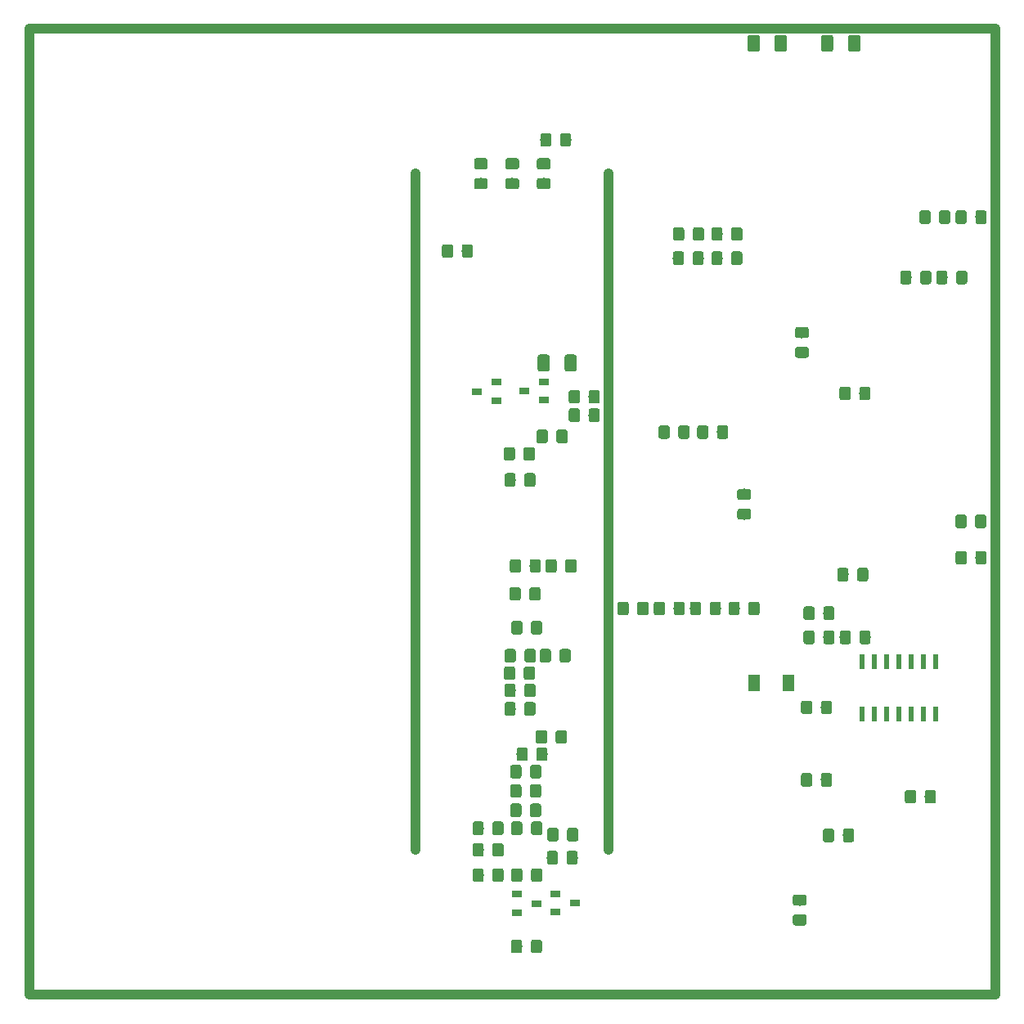
<source format=gbr>
%TF.GenerationSoftware,KiCad,Pcbnew,(5.1.0)-1*%
%TF.CreationDate,2019-10-05T22:59:33+02:00*%
%TF.ProjectId,Kicad_JE_SteinerVCF,4b696361-645f-44a4-955f-537465696e65,Rev A*%
%TF.SameCoordinates,Original*%
%TF.FileFunction,Paste,Bot*%
%TF.FilePolarity,Positive*%
%FSLAX46Y46*%
G04 Gerber Fmt 4.6, Leading zero omitted, Abs format (unit mm)*
G04 Created by KiCad (PCBNEW (5.1.0)-1) date 2019-10-05 22:59:33*
%MOMM*%
%LPD*%
G04 APERTURE LIST*
%ADD10C,1.000000*%
%ADD11R,1.000000X0.700000*%
%ADD12C,0.150000*%
%ADD13C,1.150000*%
%ADD14R,0.600000X1.500000*%
%ADD15C,1.250000*%
%ADD16R,1.300000X1.700000*%
G04 APERTURE END LIST*
D10*
X90000000Y-65000000D02*
X90000000Y-65000000D01*
X90000000Y-135000000D02*
X90000000Y-135000000D01*
X110000000Y-135000000D02*
X110000000Y-135000000D01*
X110000000Y-65000000D02*
X110000000Y-65000000D01*
X110000000Y-135000000D02*
X110000000Y-65000000D01*
X110000000Y-65000000D02*
X110000000Y-135000000D01*
X90000000Y-135000000D02*
X90000000Y-65000000D01*
X90000000Y-65000000D02*
X90000000Y-135000000D01*
X150000000Y-50000000D02*
X50000000Y-50000000D01*
X150000000Y-150000000D02*
X150000000Y-50000000D01*
X50000000Y-150000000D02*
X150000000Y-150000000D01*
X50000000Y-50000000D02*
X50000000Y-150000000D01*
D11*
X96350000Y-87550000D03*
X98350000Y-88500000D03*
X98350000Y-86600000D03*
X101250000Y-87500000D03*
X103250000Y-88450000D03*
X103250000Y-86550000D03*
X104500000Y-141450000D03*
X104500000Y-139550000D03*
X106500000Y-140500000D03*
X100500000Y-141500000D03*
X100500000Y-139600000D03*
X102500000Y-140550000D03*
D12*
G36*
X98874505Y-136914003D02*
G01*
X98898773Y-136917603D01*
X98922572Y-136923564D01*
X98945671Y-136931829D01*
X98967850Y-136942319D01*
X98988893Y-136954931D01*
X99008599Y-136969546D01*
X99026777Y-136986022D01*
X99043253Y-137004200D01*
X99057868Y-137023906D01*
X99070480Y-137044949D01*
X99080970Y-137067128D01*
X99089235Y-137090227D01*
X99095196Y-137114026D01*
X99098796Y-137138294D01*
X99100000Y-137162798D01*
X99100000Y-138062800D01*
X99098796Y-138087304D01*
X99095196Y-138111572D01*
X99089235Y-138135371D01*
X99080970Y-138158470D01*
X99070480Y-138180649D01*
X99057868Y-138201692D01*
X99043253Y-138221398D01*
X99026777Y-138239576D01*
X99008599Y-138256052D01*
X98988893Y-138270667D01*
X98967850Y-138283279D01*
X98945671Y-138293769D01*
X98922572Y-138302034D01*
X98898773Y-138307995D01*
X98874505Y-138311595D01*
X98850001Y-138312799D01*
X98199999Y-138312799D01*
X98175495Y-138311595D01*
X98151227Y-138307995D01*
X98127428Y-138302034D01*
X98104329Y-138293769D01*
X98082150Y-138283279D01*
X98061107Y-138270667D01*
X98041401Y-138256052D01*
X98023223Y-138239576D01*
X98006747Y-138221398D01*
X97992132Y-138201692D01*
X97979520Y-138180649D01*
X97969030Y-138158470D01*
X97960765Y-138135371D01*
X97954804Y-138111572D01*
X97951204Y-138087304D01*
X97950000Y-138062800D01*
X97950000Y-137162798D01*
X97951204Y-137138294D01*
X97954804Y-137114026D01*
X97960765Y-137090227D01*
X97969030Y-137067128D01*
X97979520Y-137044949D01*
X97992132Y-137023906D01*
X98006747Y-137004200D01*
X98023223Y-136986022D01*
X98041401Y-136969546D01*
X98061107Y-136954931D01*
X98082150Y-136942319D01*
X98104329Y-136931829D01*
X98127428Y-136923564D01*
X98151227Y-136917603D01*
X98175495Y-136914003D01*
X98199999Y-136912799D01*
X98850001Y-136912799D01*
X98874505Y-136914003D01*
X98874505Y-136914003D01*
G37*
D13*
X98525000Y-137612799D03*
D12*
G36*
X96824505Y-136914003D02*
G01*
X96848773Y-136917603D01*
X96872572Y-136923564D01*
X96895671Y-136931829D01*
X96917850Y-136942319D01*
X96938893Y-136954931D01*
X96958599Y-136969546D01*
X96976777Y-136986022D01*
X96993253Y-137004200D01*
X97007868Y-137023906D01*
X97020480Y-137044949D01*
X97030970Y-137067128D01*
X97039235Y-137090227D01*
X97045196Y-137114026D01*
X97048796Y-137138294D01*
X97050000Y-137162798D01*
X97050000Y-138062800D01*
X97048796Y-138087304D01*
X97045196Y-138111572D01*
X97039235Y-138135371D01*
X97030970Y-138158470D01*
X97020480Y-138180649D01*
X97007868Y-138201692D01*
X96993253Y-138221398D01*
X96976777Y-138239576D01*
X96958599Y-138256052D01*
X96938893Y-138270667D01*
X96917850Y-138283279D01*
X96895671Y-138293769D01*
X96872572Y-138302034D01*
X96848773Y-138307995D01*
X96824505Y-138311595D01*
X96800001Y-138312799D01*
X96149999Y-138312799D01*
X96125495Y-138311595D01*
X96101227Y-138307995D01*
X96077428Y-138302034D01*
X96054329Y-138293769D01*
X96032150Y-138283279D01*
X96011107Y-138270667D01*
X95991401Y-138256052D01*
X95973223Y-138239576D01*
X95956747Y-138221398D01*
X95942132Y-138201692D01*
X95929520Y-138180649D01*
X95919030Y-138158470D01*
X95910765Y-138135371D01*
X95904804Y-138111572D01*
X95901204Y-138087304D01*
X95900000Y-138062800D01*
X95900000Y-137162798D01*
X95901204Y-137138294D01*
X95904804Y-137114026D01*
X95910765Y-137090227D01*
X95919030Y-137067128D01*
X95929520Y-137044949D01*
X95942132Y-137023906D01*
X95956747Y-137004200D01*
X95973223Y-136986022D01*
X95991401Y-136969546D01*
X96011107Y-136954931D01*
X96032150Y-136942319D01*
X96054329Y-136931829D01*
X96077428Y-136923564D01*
X96101227Y-136917603D01*
X96125495Y-136914003D01*
X96149999Y-136912799D01*
X96800001Y-136912799D01*
X96824505Y-136914003D01*
X96824505Y-136914003D01*
G37*
D13*
X96475000Y-137612799D03*
D12*
G36*
X102874505Y-136914003D02*
G01*
X102898773Y-136917603D01*
X102922572Y-136923564D01*
X102945671Y-136931829D01*
X102967850Y-136942319D01*
X102988893Y-136954931D01*
X103008599Y-136969546D01*
X103026777Y-136986022D01*
X103043253Y-137004200D01*
X103057868Y-137023906D01*
X103070480Y-137044949D01*
X103080970Y-137067128D01*
X103089235Y-137090227D01*
X103095196Y-137114026D01*
X103098796Y-137138294D01*
X103100000Y-137162798D01*
X103100000Y-138062800D01*
X103098796Y-138087304D01*
X103095196Y-138111572D01*
X103089235Y-138135371D01*
X103080970Y-138158470D01*
X103070480Y-138180649D01*
X103057868Y-138201692D01*
X103043253Y-138221398D01*
X103026777Y-138239576D01*
X103008599Y-138256052D01*
X102988893Y-138270667D01*
X102967850Y-138283279D01*
X102945671Y-138293769D01*
X102922572Y-138302034D01*
X102898773Y-138307995D01*
X102874505Y-138311595D01*
X102850001Y-138312799D01*
X102199999Y-138312799D01*
X102175495Y-138311595D01*
X102151227Y-138307995D01*
X102127428Y-138302034D01*
X102104329Y-138293769D01*
X102082150Y-138283279D01*
X102061107Y-138270667D01*
X102041401Y-138256052D01*
X102023223Y-138239576D01*
X102006747Y-138221398D01*
X101992132Y-138201692D01*
X101979520Y-138180649D01*
X101969030Y-138158470D01*
X101960765Y-138135371D01*
X101954804Y-138111572D01*
X101951204Y-138087304D01*
X101950000Y-138062800D01*
X101950000Y-137162798D01*
X101951204Y-137138294D01*
X101954804Y-137114026D01*
X101960765Y-137090227D01*
X101969030Y-137067128D01*
X101979520Y-137044949D01*
X101992132Y-137023906D01*
X102006747Y-137004200D01*
X102023223Y-136986022D01*
X102041401Y-136969546D01*
X102061107Y-136954931D01*
X102082150Y-136942319D01*
X102104329Y-136931829D01*
X102127428Y-136923564D01*
X102151227Y-136917603D01*
X102175495Y-136914003D01*
X102199999Y-136912799D01*
X102850001Y-136912799D01*
X102874505Y-136914003D01*
X102874505Y-136914003D01*
G37*
D13*
X102525000Y-137612799D03*
D12*
G36*
X100824505Y-136914003D02*
G01*
X100848773Y-136917603D01*
X100872572Y-136923564D01*
X100895671Y-136931829D01*
X100917850Y-136942319D01*
X100938893Y-136954931D01*
X100958599Y-136969546D01*
X100976777Y-136986022D01*
X100993253Y-137004200D01*
X101007868Y-137023906D01*
X101020480Y-137044949D01*
X101030970Y-137067128D01*
X101039235Y-137090227D01*
X101045196Y-137114026D01*
X101048796Y-137138294D01*
X101050000Y-137162798D01*
X101050000Y-138062800D01*
X101048796Y-138087304D01*
X101045196Y-138111572D01*
X101039235Y-138135371D01*
X101030970Y-138158470D01*
X101020480Y-138180649D01*
X101007868Y-138201692D01*
X100993253Y-138221398D01*
X100976777Y-138239576D01*
X100958599Y-138256052D01*
X100938893Y-138270667D01*
X100917850Y-138283279D01*
X100895671Y-138293769D01*
X100872572Y-138302034D01*
X100848773Y-138307995D01*
X100824505Y-138311595D01*
X100800001Y-138312799D01*
X100149999Y-138312799D01*
X100125495Y-138311595D01*
X100101227Y-138307995D01*
X100077428Y-138302034D01*
X100054329Y-138293769D01*
X100032150Y-138283279D01*
X100011107Y-138270667D01*
X99991401Y-138256052D01*
X99973223Y-138239576D01*
X99956747Y-138221398D01*
X99942132Y-138201692D01*
X99929520Y-138180649D01*
X99919030Y-138158470D01*
X99910765Y-138135371D01*
X99904804Y-138111572D01*
X99901204Y-138087304D01*
X99900000Y-138062800D01*
X99900000Y-137162798D01*
X99901204Y-137138294D01*
X99904804Y-137114026D01*
X99910765Y-137090227D01*
X99919030Y-137067128D01*
X99929520Y-137044949D01*
X99942132Y-137023906D01*
X99956747Y-137004200D01*
X99973223Y-136986022D01*
X99991401Y-136969546D01*
X100011107Y-136954931D01*
X100032150Y-136942319D01*
X100054329Y-136931829D01*
X100077428Y-136923564D01*
X100101227Y-136917603D01*
X100125495Y-136914003D01*
X100149999Y-136912799D01*
X100800001Y-136912799D01*
X100824505Y-136914003D01*
X100824505Y-136914003D01*
G37*
D13*
X100475000Y-137612799D03*
D12*
G36*
X98874505Y-134301204D02*
G01*
X98898773Y-134304804D01*
X98922572Y-134310765D01*
X98945671Y-134319030D01*
X98967850Y-134329520D01*
X98988893Y-134342132D01*
X99008599Y-134356747D01*
X99026777Y-134373223D01*
X99043253Y-134391401D01*
X99057868Y-134411107D01*
X99070480Y-134432150D01*
X99080970Y-134454329D01*
X99089235Y-134477428D01*
X99095196Y-134501227D01*
X99098796Y-134525495D01*
X99100000Y-134549999D01*
X99100000Y-135450001D01*
X99098796Y-135474505D01*
X99095196Y-135498773D01*
X99089235Y-135522572D01*
X99080970Y-135545671D01*
X99070480Y-135567850D01*
X99057868Y-135588893D01*
X99043253Y-135608599D01*
X99026777Y-135626777D01*
X99008599Y-135643253D01*
X98988893Y-135657868D01*
X98967850Y-135670480D01*
X98945671Y-135680970D01*
X98922572Y-135689235D01*
X98898773Y-135695196D01*
X98874505Y-135698796D01*
X98850001Y-135700000D01*
X98199999Y-135700000D01*
X98175495Y-135698796D01*
X98151227Y-135695196D01*
X98127428Y-135689235D01*
X98104329Y-135680970D01*
X98082150Y-135670480D01*
X98061107Y-135657868D01*
X98041401Y-135643253D01*
X98023223Y-135626777D01*
X98006747Y-135608599D01*
X97992132Y-135588893D01*
X97979520Y-135567850D01*
X97969030Y-135545671D01*
X97960765Y-135522572D01*
X97954804Y-135498773D01*
X97951204Y-135474505D01*
X97950000Y-135450001D01*
X97950000Y-134549999D01*
X97951204Y-134525495D01*
X97954804Y-134501227D01*
X97960765Y-134477428D01*
X97969030Y-134454329D01*
X97979520Y-134432150D01*
X97992132Y-134411107D01*
X98006747Y-134391401D01*
X98023223Y-134373223D01*
X98041401Y-134356747D01*
X98061107Y-134342132D01*
X98082150Y-134329520D01*
X98104329Y-134319030D01*
X98127428Y-134310765D01*
X98151227Y-134304804D01*
X98175495Y-134301204D01*
X98199999Y-134300000D01*
X98850001Y-134300000D01*
X98874505Y-134301204D01*
X98874505Y-134301204D01*
G37*
D13*
X98525000Y-135000000D03*
D12*
G36*
X96824505Y-134301204D02*
G01*
X96848773Y-134304804D01*
X96872572Y-134310765D01*
X96895671Y-134319030D01*
X96917850Y-134329520D01*
X96938893Y-134342132D01*
X96958599Y-134356747D01*
X96976777Y-134373223D01*
X96993253Y-134391401D01*
X97007868Y-134411107D01*
X97020480Y-134432150D01*
X97030970Y-134454329D01*
X97039235Y-134477428D01*
X97045196Y-134501227D01*
X97048796Y-134525495D01*
X97050000Y-134549999D01*
X97050000Y-135450001D01*
X97048796Y-135474505D01*
X97045196Y-135498773D01*
X97039235Y-135522572D01*
X97030970Y-135545671D01*
X97020480Y-135567850D01*
X97007868Y-135588893D01*
X96993253Y-135608599D01*
X96976777Y-135626777D01*
X96958599Y-135643253D01*
X96938893Y-135657868D01*
X96917850Y-135670480D01*
X96895671Y-135680970D01*
X96872572Y-135689235D01*
X96848773Y-135695196D01*
X96824505Y-135698796D01*
X96800001Y-135700000D01*
X96149999Y-135700000D01*
X96125495Y-135698796D01*
X96101227Y-135695196D01*
X96077428Y-135689235D01*
X96054329Y-135680970D01*
X96032150Y-135670480D01*
X96011107Y-135657868D01*
X95991401Y-135643253D01*
X95973223Y-135626777D01*
X95956747Y-135608599D01*
X95942132Y-135588893D01*
X95929520Y-135567850D01*
X95919030Y-135545671D01*
X95910765Y-135522572D01*
X95904804Y-135498773D01*
X95901204Y-135474505D01*
X95900000Y-135450001D01*
X95900000Y-134549999D01*
X95901204Y-134525495D01*
X95904804Y-134501227D01*
X95910765Y-134477428D01*
X95919030Y-134454329D01*
X95929520Y-134432150D01*
X95942132Y-134411107D01*
X95956747Y-134391401D01*
X95973223Y-134373223D01*
X95991401Y-134356747D01*
X96011107Y-134342132D01*
X96032150Y-134329520D01*
X96054329Y-134319030D01*
X96077428Y-134310765D01*
X96101227Y-134304804D01*
X96125495Y-134301204D01*
X96149999Y-134300000D01*
X96800001Y-134300000D01*
X96824505Y-134301204D01*
X96824505Y-134301204D01*
G37*
D13*
X96475000Y-135000000D03*
D12*
G36*
X102174505Y-117801204D02*
G01*
X102198773Y-117804804D01*
X102222572Y-117810765D01*
X102245671Y-117819030D01*
X102267850Y-117829520D01*
X102288893Y-117842132D01*
X102308599Y-117856747D01*
X102326777Y-117873223D01*
X102343253Y-117891401D01*
X102357868Y-117911107D01*
X102370480Y-117932150D01*
X102380970Y-117954329D01*
X102389235Y-117977428D01*
X102395196Y-118001227D01*
X102398796Y-118025495D01*
X102400000Y-118049999D01*
X102400000Y-118950001D01*
X102398796Y-118974505D01*
X102395196Y-118998773D01*
X102389235Y-119022572D01*
X102380970Y-119045671D01*
X102370480Y-119067850D01*
X102357868Y-119088893D01*
X102343253Y-119108599D01*
X102326777Y-119126777D01*
X102308599Y-119143253D01*
X102288893Y-119157868D01*
X102267850Y-119170480D01*
X102245671Y-119180970D01*
X102222572Y-119189235D01*
X102198773Y-119195196D01*
X102174505Y-119198796D01*
X102150001Y-119200000D01*
X101499999Y-119200000D01*
X101475495Y-119198796D01*
X101451227Y-119195196D01*
X101427428Y-119189235D01*
X101404329Y-119180970D01*
X101382150Y-119170480D01*
X101361107Y-119157868D01*
X101341401Y-119143253D01*
X101323223Y-119126777D01*
X101306747Y-119108599D01*
X101292132Y-119088893D01*
X101279520Y-119067850D01*
X101269030Y-119045671D01*
X101260765Y-119022572D01*
X101254804Y-118998773D01*
X101251204Y-118974505D01*
X101250000Y-118950001D01*
X101250000Y-118049999D01*
X101251204Y-118025495D01*
X101254804Y-118001227D01*
X101260765Y-117977428D01*
X101269030Y-117954329D01*
X101279520Y-117932150D01*
X101292132Y-117911107D01*
X101306747Y-117891401D01*
X101323223Y-117873223D01*
X101341401Y-117856747D01*
X101361107Y-117842132D01*
X101382150Y-117829520D01*
X101404329Y-117819030D01*
X101427428Y-117810765D01*
X101451227Y-117804804D01*
X101475495Y-117801204D01*
X101499999Y-117800000D01*
X102150001Y-117800000D01*
X102174505Y-117801204D01*
X102174505Y-117801204D01*
G37*
D13*
X101825000Y-118500000D03*
D12*
G36*
X100124505Y-117801204D02*
G01*
X100148773Y-117804804D01*
X100172572Y-117810765D01*
X100195671Y-117819030D01*
X100217850Y-117829520D01*
X100238893Y-117842132D01*
X100258599Y-117856747D01*
X100276777Y-117873223D01*
X100293253Y-117891401D01*
X100307868Y-117911107D01*
X100320480Y-117932150D01*
X100330970Y-117954329D01*
X100339235Y-117977428D01*
X100345196Y-118001227D01*
X100348796Y-118025495D01*
X100350000Y-118049999D01*
X100350000Y-118950001D01*
X100348796Y-118974505D01*
X100345196Y-118998773D01*
X100339235Y-119022572D01*
X100330970Y-119045671D01*
X100320480Y-119067850D01*
X100307868Y-119088893D01*
X100293253Y-119108599D01*
X100276777Y-119126777D01*
X100258599Y-119143253D01*
X100238893Y-119157868D01*
X100217850Y-119170480D01*
X100195671Y-119180970D01*
X100172572Y-119189235D01*
X100148773Y-119195196D01*
X100124505Y-119198796D01*
X100100001Y-119200000D01*
X99449999Y-119200000D01*
X99425495Y-119198796D01*
X99401227Y-119195196D01*
X99377428Y-119189235D01*
X99354329Y-119180970D01*
X99332150Y-119170480D01*
X99311107Y-119157868D01*
X99291401Y-119143253D01*
X99273223Y-119126777D01*
X99256747Y-119108599D01*
X99242132Y-119088893D01*
X99229520Y-119067850D01*
X99219030Y-119045671D01*
X99210765Y-119022572D01*
X99204804Y-118998773D01*
X99201204Y-118974505D01*
X99200000Y-118950001D01*
X99200000Y-118049999D01*
X99201204Y-118025495D01*
X99204804Y-118001227D01*
X99210765Y-117977428D01*
X99219030Y-117954329D01*
X99229520Y-117932150D01*
X99242132Y-117911107D01*
X99256747Y-117891401D01*
X99273223Y-117873223D01*
X99291401Y-117856747D01*
X99311107Y-117842132D01*
X99332150Y-117829520D01*
X99354329Y-117819030D01*
X99377428Y-117810765D01*
X99401227Y-117804804D01*
X99425495Y-117801204D01*
X99449999Y-117800000D01*
X100100001Y-117800000D01*
X100124505Y-117801204D01*
X100124505Y-117801204D01*
G37*
D13*
X99775000Y-118500000D03*
D12*
G36*
X96824505Y-132064003D02*
G01*
X96848773Y-132067603D01*
X96872572Y-132073564D01*
X96895671Y-132081829D01*
X96917850Y-132092319D01*
X96938893Y-132104931D01*
X96958599Y-132119546D01*
X96976777Y-132136022D01*
X96993253Y-132154200D01*
X97007868Y-132173906D01*
X97020480Y-132194949D01*
X97030970Y-132217128D01*
X97039235Y-132240227D01*
X97045196Y-132264026D01*
X97048796Y-132288294D01*
X97050000Y-132312798D01*
X97050000Y-133212800D01*
X97048796Y-133237304D01*
X97045196Y-133261572D01*
X97039235Y-133285371D01*
X97030970Y-133308470D01*
X97020480Y-133330649D01*
X97007868Y-133351692D01*
X96993253Y-133371398D01*
X96976777Y-133389576D01*
X96958599Y-133406052D01*
X96938893Y-133420667D01*
X96917850Y-133433279D01*
X96895671Y-133443769D01*
X96872572Y-133452034D01*
X96848773Y-133457995D01*
X96824505Y-133461595D01*
X96800001Y-133462799D01*
X96149999Y-133462799D01*
X96125495Y-133461595D01*
X96101227Y-133457995D01*
X96077428Y-133452034D01*
X96054329Y-133443769D01*
X96032150Y-133433279D01*
X96011107Y-133420667D01*
X95991401Y-133406052D01*
X95973223Y-133389576D01*
X95956747Y-133371398D01*
X95942132Y-133351692D01*
X95929520Y-133330649D01*
X95919030Y-133308470D01*
X95910765Y-133285371D01*
X95904804Y-133261572D01*
X95901204Y-133237304D01*
X95900000Y-133212800D01*
X95900000Y-132312798D01*
X95901204Y-132288294D01*
X95904804Y-132264026D01*
X95910765Y-132240227D01*
X95919030Y-132217128D01*
X95929520Y-132194949D01*
X95942132Y-132173906D01*
X95956747Y-132154200D01*
X95973223Y-132136022D01*
X95991401Y-132119546D01*
X96011107Y-132104931D01*
X96032150Y-132092319D01*
X96054329Y-132081829D01*
X96077428Y-132073564D01*
X96101227Y-132067603D01*
X96125495Y-132064003D01*
X96149999Y-132062799D01*
X96800001Y-132062799D01*
X96824505Y-132064003D01*
X96824505Y-132064003D01*
G37*
D13*
X96475000Y-132762799D03*
D12*
G36*
X98874505Y-132064003D02*
G01*
X98898773Y-132067603D01*
X98922572Y-132073564D01*
X98945671Y-132081829D01*
X98967850Y-132092319D01*
X98988893Y-132104931D01*
X99008599Y-132119546D01*
X99026777Y-132136022D01*
X99043253Y-132154200D01*
X99057868Y-132173906D01*
X99070480Y-132194949D01*
X99080970Y-132217128D01*
X99089235Y-132240227D01*
X99095196Y-132264026D01*
X99098796Y-132288294D01*
X99100000Y-132312798D01*
X99100000Y-133212800D01*
X99098796Y-133237304D01*
X99095196Y-133261572D01*
X99089235Y-133285371D01*
X99080970Y-133308470D01*
X99070480Y-133330649D01*
X99057868Y-133351692D01*
X99043253Y-133371398D01*
X99026777Y-133389576D01*
X99008599Y-133406052D01*
X98988893Y-133420667D01*
X98967850Y-133433279D01*
X98945671Y-133443769D01*
X98922572Y-133452034D01*
X98898773Y-133457995D01*
X98874505Y-133461595D01*
X98850001Y-133462799D01*
X98199999Y-133462799D01*
X98175495Y-133461595D01*
X98151227Y-133457995D01*
X98127428Y-133452034D01*
X98104329Y-133443769D01*
X98082150Y-133433279D01*
X98061107Y-133420667D01*
X98041401Y-133406052D01*
X98023223Y-133389576D01*
X98006747Y-133371398D01*
X97992132Y-133351692D01*
X97979520Y-133330649D01*
X97969030Y-133308470D01*
X97960765Y-133285371D01*
X97954804Y-133261572D01*
X97951204Y-133237304D01*
X97950000Y-133212800D01*
X97950000Y-132312798D01*
X97951204Y-132288294D01*
X97954804Y-132264026D01*
X97960765Y-132240227D01*
X97969030Y-132217128D01*
X97979520Y-132194949D01*
X97992132Y-132173906D01*
X98006747Y-132154200D01*
X98023223Y-132136022D01*
X98041401Y-132119546D01*
X98061107Y-132104931D01*
X98082150Y-132092319D01*
X98104329Y-132081829D01*
X98127428Y-132073564D01*
X98151227Y-132067603D01*
X98175495Y-132064003D01*
X98199999Y-132062799D01*
X98850001Y-132062799D01*
X98874505Y-132064003D01*
X98874505Y-132064003D01*
G37*
D13*
X98525000Y-132762799D03*
D12*
G36*
X100824505Y-132064003D02*
G01*
X100848773Y-132067603D01*
X100872572Y-132073564D01*
X100895671Y-132081829D01*
X100917850Y-132092319D01*
X100938893Y-132104931D01*
X100958599Y-132119546D01*
X100976777Y-132136022D01*
X100993253Y-132154200D01*
X101007868Y-132173906D01*
X101020480Y-132194949D01*
X101030970Y-132217128D01*
X101039235Y-132240227D01*
X101045196Y-132264026D01*
X101048796Y-132288294D01*
X101050000Y-132312798D01*
X101050000Y-133212800D01*
X101048796Y-133237304D01*
X101045196Y-133261572D01*
X101039235Y-133285371D01*
X101030970Y-133308470D01*
X101020480Y-133330649D01*
X101007868Y-133351692D01*
X100993253Y-133371398D01*
X100976777Y-133389576D01*
X100958599Y-133406052D01*
X100938893Y-133420667D01*
X100917850Y-133433279D01*
X100895671Y-133443769D01*
X100872572Y-133452034D01*
X100848773Y-133457995D01*
X100824505Y-133461595D01*
X100800001Y-133462799D01*
X100149999Y-133462799D01*
X100125495Y-133461595D01*
X100101227Y-133457995D01*
X100077428Y-133452034D01*
X100054329Y-133443769D01*
X100032150Y-133433279D01*
X100011107Y-133420667D01*
X99991401Y-133406052D01*
X99973223Y-133389576D01*
X99956747Y-133371398D01*
X99942132Y-133351692D01*
X99929520Y-133330649D01*
X99919030Y-133308470D01*
X99910765Y-133285371D01*
X99904804Y-133261572D01*
X99901204Y-133237304D01*
X99900000Y-133212800D01*
X99900000Y-132312798D01*
X99901204Y-132288294D01*
X99904804Y-132264026D01*
X99910765Y-132240227D01*
X99919030Y-132217128D01*
X99929520Y-132194949D01*
X99942132Y-132173906D01*
X99956747Y-132154200D01*
X99973223Y-132136022D01*
X99991401Y-132119546D01*
X100011107Y-132104931D01*
X100032150Y-132092319D01*
X100054329Y-132081829D01*
X100077428Y-132073564D01*
X100101227Y-132067603D01*
X100125495Y-132064003D01*
X100149999Y-132062799D01*
X100800001Y-132062799D01*
X100824505Y-132064003D01*
X100824505Y-132064003D01*
G37*
D13*
X100475000Y-132762799D03*
D12*
G36*
X102874505Y-132064003D02*
G01*
X102898773Y-132067603D01*
X102922572Y-132073564D01*
X102945671Y-132081829D01*
X102967850Y-132092319D01*
X102988893Y-132104931D01*
X103008599Y-132119546D01*
X103026777Y-132136022D01*
X103043253Y-132154200D01*
X103057868Y-132173906D01*
X103070480Y-132194949D01*
X103080970Y-132217128D01*
X103089235Y-132240227D01*
X103095196Y-132264026D01*
X103098796Y-132288294D01*
X103100000Y-132312798D01*
X103100000Y-133212800D01*
X103098796Y-133237304D01*
X103095196Y-133261572D01*
X103089235Y-133285371D01*
X103080970Y-133308470D01*
X103070480Y-133330649D01*
X103057868Y-133351692D01*
X103043253Y-133371398D01*
X103026777Y-133389576D01*
X103008599Y-133406052D01*
X102988893Y-133420667D01*
X102967850Y-133433279D01*
X102945671Y-133443769D01*
X102922572Y-133452034D01*
X102898773Y-133457995D01*
X102874505Y-133461595D01*
X102850001Y-133462799D01*
X102199999Y-133462799D01*
X102175495Y-133461595D01*
X102151227Y-133457995D01*
X102127428Y-133452034D01*
X102104329Y-133443769D01*
X102082150Y-133433279D01*
X102061107Y-133420667D01*
X102041401Y-133406052D01*
X102023223Y-133389576D01*
X102006747Y-133371398D01*
X101992132Y-133351692D01*
X101979520Y-133330649D01*
X101969030Y-133308470D01*
X101960765Y-133285371D01*
X101954804Y-133261572D01*
X101951204Y-133237304D01*
X101950000Y-133212800D01*
X101950000Y-132312798D01*
X101951204Y-132288294D01*
X101954804Y-132264026D01*
X101960765Y-132240227D01*
X101969030Y-132217128D01*
X101979520Y-132194949D01*
X101992132Y-132173906D01*
X102006747Y-132154200D01*
X102023223Y-132136022D01*
X102041401Y-132119546D01*
X102061107Y-132104931D01*
X102082150Y-132092319D01*
X102104329Y-132081829D01*
X102127428Y-132073564D01*
X102151227Y-132067603D01*
X102175495Y-132064003D01*
X102199999Y-132062799D01*
X102850001Y-132062799D01*
X102874505Y-132064003D01*
X102874505Y-132064003D01*
G37*
D13*
X102525000Y-132762799D03*
D12*
G36*
X100724505Y-130201204D02*
G01*
X100748773Y-130204804D01*
X100772572Y-130210765D01*
X100795671Y-130219030D01*
X100817850Y-130229520D01*
X100838893Y-130242132D01*
X100858599Y-130256747D01*
X100876777Y-130273223D01*
X100893253Y-130291401D01*
X100907868Y-130311107D01*
X100920480Y-130332150D01*
X100930970Y-130354329D01*
X100939235Y-130377428D01*
X100945196Y-130401227D01*
X100948796Y-130425495D01*
X100950000Y-130449999D01*
X100950000Y-131350001D01*
X100948796Y-131374505D01*
X100945196Y-131398773D01*
X100939235Y-131422572D01*
X100930970Y-131445671D01*
X100920480Y-131467850D01*
X100907868Y-131488893D01*
X100893253Y-131508599D01*
X100876777Y-131526777D01*
X100858599Y-131543253D01*
X100838893Y-131557868D01*
X100817850Y-131570480D01*
X100795671Y-131580970D01*
X100772572Y-131589235D01*
X100748773Y-131595196D01*
X100724505Y-131598796D01*
X100700001Y-131600000D01*
X100049999Y-131600000D01*
X100025495Y-131598796D01*
X100001227Y-131595196D01*
X99977428Y-131589235D01*
X99954329Y-131580970D01*
X99932150Y-131570480D01*
X99911107Y-131557868D01*
X99891401Y-131543253D01*
X99873223Y-131526777D01*
X99856747Y-131508599D01*
X99842132Y-131488893D01*
X99829520Y-131467850D01*
X99819030Y-131445671D01*
X99810765Y-131422572D01*
X99804804Y-131398773D01*
X99801204Y-131374505D01*
X99800000Y-131350001D01*
X99800000Y-130449999D01*
X99801204Y-130425495D01*
X99804804Y-130401227D01*
X99810765Y-130377428D01*
X99819030Y-130354329D01*
X99829520Y-130332150D01*
X99842132Y-130311107D01*
X99856747Y-130291401D01*
X99873223Y-130273223D01*
X99891401Y-130256747D01*
X99911107Y-130242132D01*
X99932150Y-130229520D01*
X99954329Y-130219030D01*
X99977428Y-130210765D01*
X100001227Y-130204804D01*
X100025495Y-130201204D01*
X100049999Y-130200000D01*
X100700001Y-130200000D01*
X100724505Y-130201204D01*
X100724505Y-130201204D01*
G37*
D13*
X100375000Y-130900000D03*
D12*
G36*
X102774505Y-130201204D02*
G01*
X102798773Y-130204804D01*
X102822572Y-130210765D01*
X102845671Y-130219030D01*
X102867850Y-130229520D01*
X102888893Y-130242132D01*
X102908599Y-130256747D01*
X102926777Y-130273223D01*
X102943253Y-130291401D01*
X102957868Y-130311107D01*
X102970480Y-130332150D01*
X102980970Y-130354329D01*
X102989235Y-130377428D01*
X102995196Y-130401227D01*
X102998796Y-130425495D01*
X103000000Y-130449999D01*
X103000000Y-131350001D01*
X102998796Y-131374505D01*
X102995196Y-131398773D01*
X102989235Y-131422572D01*
X102980970Y-131445671D01*
X102970480Y-131467850D01*
X102957868Y-131488893D01*
X102943253Y-131508599D01*
X102926777Y-131526777D01*
X102908599Y-131543253D01*
X102888893Y-131557868D01*
X102867850Y-131570480D01*
X102845671Y-131580970D01*
X102822572Y-131589235D01*
X102798773Y-131595196D01*
X102774505Y-131598796D01*
X102750001Y-131600000D01*
X102099999Y-131600000D01*
X102075495Y-131598796D01*
X102051227Y-131595196D01*
X102027428Y-131589235D01*
X102004329Y-131580970D01*
X101982150Y-131570480D01*
X101961107Y-131557868D01*
X101941401Y-131543253D01*
X101923223Y-131526777D01*
X101906747Y-131508599D01*
X101892132Y-131488893D01*
X101879520Y-131467850D01*
X101869030Y-131445671D01*
X101860765Y-131422572D01*
X101854804Y-131398773D01*
X101851204Y-131374505D01*
X101850000Y-131350001D01*
X101850000Y-130449999D01*
X101851204Y-130425495D01*
X101854804Y-130401227D01*
X101860765Y-130377428D01*
X101869030Y-130354329D01*
X101879520Y-130332150D01*
X101892132Y-130311107D01*
X101906747Y-130291401D01*
X101923223Y-130273223D01*
X101941401Y-130256747D01*
X101961107Y-130242132D01*
X101982150Y-130229520D01*
X102004329Y-130219030D01*
X102027428Y-130210765D01*
X102051227Y-130204804D01*
X102075495Y-130201204D01*
X102099999Y-130200000D01*
X102750001Y-130200000D01*
X102774505Y-130201204D01*
X102774505Y-130201204D01*
G37*
D13*
X102425000Y-130900000D03*
D12*
G36*
X100724505Y-128201204D02*
G01*
X100748773Y-128204804D01*
X100772572Y-128210765D01*
X100795671Y-128219030D01*
X100817850Y-128229520D01*
X100838893Y-128242132D01*
X100858599Y-128256747D01*
X100876777Y-128273223D01*
X100893253Y-128291401D01*
X100907868Y-128311107D01*
X100920480Y-128332150D01*
X100930970Y-128354329D01*
X100939235Y-128377428D01*
X100945196Y-128401227D01*
X100948796Y-128425495D01*
X100950000Y-128449999D01*
X100950000Y-129350001D01*
X100948796Y-129374505D01*
X100945196Y-129398773D01*
X100939235Y-129422572D01*
X100930970Y-129445671D01*
X100920480Y-129467850D01*
X100907868Y-129488893D01*
X100893253Y-129508599D01*
X100876777Y-129526777D01*
X100858599Y-129543253D01*
X100838893Y-129557868D01*
X100817850Y-129570480D01*
X100795671Y-129580970D01*
X100772572Y-129589235D01*
X100748773Y-129595196D01*
X100724505Y-129598796D01*
X100700001Y-129600000D01*
X100049999Y-129600000D01*
X100025495Y-129598796D01*
X100001227Y-129595196D01*
X99977428Y-129589235D01*
X99954329Y-129580970D01*
X99932150Y-129570480D01*
X99911107Y-129557868D01*
X99891401Y-129543253D01*
X99873223Y-129526777D01*
X99856747Y-129508599D01*
X99842132Y-129488893D01*
X99829520Y-129467850D01*
X99819030Y-129445671D01*
X99810765Y-129422572D01*
X99804804Y-129398773D01*
X99801204Y-129374505D01*
X99800000Y-129350001D01*
X99800000Y-128449999D01*
X99801204Y-128425495D01*
X99804804Y-128401227D01*
X99810765Y-128377428D01*
X99819030Y-128354329D01*
X99829520Y-128332150D01*
X99842132Y-128311107D01*
X99856747Y-128291401D01*
X99873223Y-128273223D01*
X99891401Y-128256747D01*
X99911107Y-128242132D01*
X99932150Y-128229520D01*
X99954329Y-128219030D01*
X99977428Y-128210765D01*
X100001227Y-128204804D01*
X100025495Y-128201204D01*
X100049999Y-128200000D01*
X100700001Y-128200000D01*
X100724505Y-128201204D01*
X100724505Y-128201204D01*
G37*
D13*
X100375000Y-128900000D03*
D12*
G36*
X102774505Y-128201204D02*
G01*
X102798773Y-128204804D01*
X102822572Y-128210765D01*
X102845671Y-128219030D01*
X102867850Y-128229520D01*
X102888893Y-128242132D01*
X102908599Y-128256747D01*
X102926777Y-128273223D01*
X102943253Y-128291401D01*
X102957868Y-128311107D01*
X102970480Y-128332150D01*
X102980970Y-128354329D01*
X102989235Y-128377428D01*
X102995196Y-128401227D01*
X102998796Y-128425495D01*
X103000000Y-128449999D01*
X103000000Y-129350001D01*
X102998796Y-129374505D01*
X102995196Y-129398773D01*
X102989235Y-129422572D01*
X102980970Y-129445671D01*
X102970480Y-129467850D01*
X102957868Y-129488893D01*
X102943253Y-129508599D01*
X102926777Y-129526777D01*
X102908599Y-129543253D01*
X102888893Y-129557868D01*
X102867850Y-129570480D01*
X102845671Y-129580970D01*
X102822572Y-129589235D01*
X102798773Y-129595196D01*
X102774505Y-129598796D01*
X102750001Y-129600000D01*
X102099999Y-129600000D01*
X102075495Y-129598796D01*
X102051227Y-129595196D01*
X102027428Y-129589235D01*
X102004329Y-129580970D01*
X101982150Y-129570480D01*
X101961107Y-129557868D01*
X101941401Y-129543253D01*
X101923223Y-129526777D01*
X101906747Y-129508599D01*
X101892132Y-129488893D01*
X101879520Y-129467850D01*
X101869030Y-129445671D01*
X101860765Y-129422572D01*
X101854804Y-129398773D01*
X101851204Y-129374505D01*
X101850000Y-129350001D01*
X101850000Y-128449999D01*
X101851204Y-128425495D01*
X101854804Y-128401227D01*
X101860765Y-128377428D01*
X101869030Y-128354329D01*
X101879520Y-128332150D01*
X101892132Y-128311107D01*
X101906747Y-128291401D01*
X101923223Y-128273223D01*
X101941401Y-128256747D01*
X101961107Y-128242132D01*
X101982150Y-128229520D01*
X102004329Y-128219030D01*
X102027428Y-128210765D01*
X102051227Y-128204804D01*
X102075495Y-128201204D01*
X102099999Y-128200000D01*
X102750001Y-128200000D01*
X102774505Y-128201204D01*
X102774505Y-128201204D01*
G37*
D13*
X102425000Y-128900000D03*
D12*
G36*
X100724505Y-126201204D02*
G01*
X100748773Y-126204804D01*
X100772572Y-126210765D01*
X100795671Y-126219030D01*
X100817850Y-126229520D01*
X100838893Y-126242132D01*
X100858599Y-126256747D01*
X100876777Y-126273223D01*
X100893253Y-126291401D01*
X100907868Y-126311107D01*
X100920480Y-126332150D01*
X100930970Y-126354329D01*
X100939235Y-126377428D01*
X100945196Y-126401227D01*
X100948796Y-126425495D01*
X100950000Y-126449999D01*
X100950000Y-127350001D01*
X100948796Y-127374505D01*
X100945196Y-127398773D01*
X100939235Y-127422572D01*
X100930970Y-127445671D01*
X100920480Y-127467850D01*
X100907868Y-127488893D01*
X100893253Y-127508599D01*
X100876777Y-127526777D01*
X100858599Y-127543253D01*
X100838893Y-127557868D01*
X100817850Y-127570480D01*
X100795671Y-127580970D01*
X100772572Y-127589235D01*
X100748773Y-127595196D01*
X100724505Y-127598796D01*
X100700001Y-127600000D01*
X100049999Y-127600000D01*
X100025495Y-127598796D01*
X100001227Y-127595196D01*
X99977428Y-127589235D01*
X99954329Y-127580970D01*
X99932150Y-127570480D01*
X99911107Y-127557868D01*
X99891401Y-127543253D01*
X99873223Y-127526777D01*
X99856747Y-127508599D01*
X99842132Y-127488893D01*
X99829520Y-127467850D01*
X99819030Y-127445671D01*
X99810765Y-127422572D01*
X99804804Y-127398773D01*
X99801204Y-127374505D01*
X99800000Y-127350001D01*
X99800000Y-126449999D01*
X99801204Y-126425495D01*
X99804804Y-126401227D01*
X99810765Y-126377428D01*
X99819030Y-126354329D01*
X99829520Y-126332150D01*
X99842132Y-126311107D01*
X99856747Y-126291401D01*
X99873223Y-126273223D01*
X99891401Y-126256747D01*
X99911107Y-126242132D01*
X99932150Y-126229520D01*
X99954329Y-126219030D01*
X99977428Y-126210765D01*
X100001227Y-126204804D01*
X100025495Y-126201204D01*
X100049999Y-126200000D01*
X100700001Y-126200000D01*
X100724505Y-126201204D01*
X100724505Y-126201204D01*
G37*
D13*
X100375000Y-126900000D03*
D12*
G36*
X102774505Y-126201204D02*
G01*
X102798773Y-126204804D01*
X102822572Y-126210765D01*
X102845671Y-126219030D01*
X102867850Y-126229520D01*
X102888893Y-126242132D01*
X102908599Y-126256747D01*
X102926777Y-126273223D01*
X102943253Y-126291401D01*
X102957868Y-126311107D01*
X102970480Y-126332150D01*
X102980970Y-126354329D01*
X102989235Y-126377428D01*
X102995196Y-126401227D01*
X102998796Y-126425495D01*
X103000000Y-126449999D01*
X103000000Y-127350001D01*
X102998796Y-127374505D01*
X102995196Y-127398773D01*
X102989235Y-127422572D01*
X102980970Y-127445671D01*
X102970480Y-127467850D01*
X102957868Y-127488893D01*
X102943253Y-127508599D01*
X102926777Y-127526777D01*
X102908599Y-127543253D01*
X102888893Y-127557868D01*
X102867850Y-127570480D01*
X102845671Y-127580970D01*
X102822572Y-127589235D01*
X102798773Y-127595196D01*
X102774505Y-127598796D01*
X102750001Y-127600000D01*
X102099999Y-127600000D01*
X102075495Y-127598796D01*
X102051227Y-127595196D01*
X102027428Y-127589235D01*
X102004329Y-127580970D01*
X101982150Y-127570480D01*
X101961107Y-127557868D01*
X101941401Y-127543253D01*
X101923223Y-127526777D01*
X101906747Y-127508599D01*
X101892132Y-127488893D01*
X101879520Y-127467850D01*
X101869030Y-127445671D01*
X101860765Y-127422572D01*
X101854804Y-127398773D01*
X101851204Y-127374505D01*
X101850000Y-127350001D01*
X101850000Y-126449999D01*
X101851204Y-126425495D01*
X101854804Y-126401227D01*
X101860765Y-126377428D01*
X101869030Y-126354329D01*
X101879520Y-126332150D01*
X101892132Y-126311107D01*
X101906747Y-126291401D01*
X101923223Y-126273223D01*
X101941401Y-126256747D01*
X101961107Y-126242132D01*
X101982150Y-126229520D01*
X102004329Y-126219030D01*
X102027428Y-126210765D01*
X102051227Y-126204804D01*
X102075495Y-126201204D01*
X102099999Y-126200000D01*
X102750001Y-126200000D01*
X102774505Y-126201204D01*
X102774505Y-126201204D01*
G37*
D13*
X102425000Y-126900000D03*
D12*
G36*
X100124505Y-96001204D02*
G01*
X100148773Y-96004804D01*
X100172572Y-96010765D01*
X100195671Y-96019030D01*
X100217850Y-96029520D01*
X100238893Y-96042132D01*
X100258599Y-96056747D01*
X100276777Y-96073223D01*
X100293253Y-96091401D01*
X100307868Y-96111107D01*
X100320480Y-96132150D01*
X100330970Y-96154329D01*
X100339235Y-96177428D01*
X100345196Y-96201227D01*
X100348796Y-96225495D01*
X100350000Y-96249999D01*
X100350000Y-97150001D01*
X100348796Y-97174505D01*
X100345196Y-97198773D01*
X100339235Y-97222572D01*
X100330970Y-97245671D01*
X100320480Y-97267850D01*
X100307868Y-97288893D01*
X100293253Y-97308599D01*
X100276777Y-97326777D01*
X100258599Y-97343253D01*
X100238893Y-97357868D01*
X100217850Y-97370480D01*
X100195671Y-97380970D01*
X100172572Y-97389235D01*
X100148773Y-97395196D01*
X100124505Y-97398796D01*
X100100001Y-97400000D01*
X99449999Y-97400000D01*
X99425495Y-97398796D01*
X99401227Y-97395196D01*
X99377428Y-97389235D01*
X99354329Y-97380970D01*
X99332150Y-97370480D01*
X99311107Y-97357868D01*
X99291401Y-97343253D01*
X99273223Y-97326777D01*
X99256747Y-97308599D01*
X99242132Y-97288893D01*
X99229520Y-97267850D01*
X99219030Y-97245671D01*
X99210765Y-97222572D01*
X99204804Y-97198773D01*
X99201204Y-97174505D01*
X99200000Y-97150001D01*
X99200000Y-96249999D01*
X99201204Y-96225495D01*
X99204804Y-96201227D01*
X99210765Y-96177428D01*
X99219030Y-96154329D01*
X99229520Y-96132150D01*
X99242132Y-96111107D01*
X99256747Y-96091401D01*
X99273223Y-96073223D01*
X99291401Y-96056747D01*
X99311107Y-96042132D01*
X99332150Y-96029520D01*
X99354329Y-96019030D01*
X99377428Y-96010765D01*
X99401227Y-96004804D01*
X99425495Y-96001204D01*
X99449999Y-96000000D01*
X100100001Y-96000000D01*
X100124505Y-96001204D01*
X100124505Y-96001204D01*
G37*
D13*
X99775000Y-96700000D03*
D12*
G36*
X102174505Y-96001204D02*
G01*
X102198773Y-96004804D01*
X102222572Y-96010765D01*
X102245671Y-96019030D01*
X102267850Y-96029520D01*
X102288893Y-96042132D01*
X102308599Y-96056747D01*
X102326777Y-96073223D01*
X102343253Y-96091401D01*
X102357868Y-96111107D01*
X102370480Y-96132150D01*
X102380970Y-96154329D01*
X102389235Y-96177428D01*
X102395196Y-96201227D01*
X102398796Y-96225495D01*
X102400000Y-96249999D01*
X102400000Y-97150001D01*
X102398796Y-97174505D01*
X102395196Y-97198773D01*
X102389235Y-97222572D01*
X102380970Y-97245671D01*
X102370480Y-97267850D01*
X102357868Y-97288893D01*
X102343253Y-97308599D01*
X102326777Y-97326777D01*
X102308599Y-97343253D01*
X102288893Y-97357868D01*
X102267850Y-97370480D01*
X102245671Y-97380970D01*
X102222572Y-97389235D01*
X102198773Y-97395196D01*
X102174505Y-97398796D01*
X102150001Y-97400000D01*
X101499999Y-97400000D01*
X101475495Y-97398796D01*
X101451227Y-97395196D01*
X101427428Y-97389235D01*
X101404329Y-97380970D01*
X101382150Y-97370480D01*
X101361107Y-97357868D01*
X101341401Y-97343253D01*
X101323223Y-97326777D01*
X101306747Y-97308599D01*
X101292132Y-97288893D01*
X101279520Y-97267850D01*
X101269030Y-97245671D01*
X101260765Y-97222572D01*
X101254804Y-97198773D01*
X101251204Y-97174505D01*
X101250000Y-97150001D01*
X101250000Y-96249999D01*
X101251204Y-96225495D01*
X101254804Y-96201227D01*
X101260765Y-96177428D01*
X101269030Y-96154329D01*
X101279520Y-96132150D01*
X101292132Y-96111107D01*
X101306747Y-96091401D01*
X101323223Y-96073223D01*
X101341401Y-96056747D01*
X101361107Y-96042132D01*
X101382150Y-96029520D01*
X101404329Y-96019030D01*
X101427428Y-96010765D01*
X101451227Y-96004804D01*
X101475495Y-96001204D01*
X101499999Y-96000000D01*
X102150001Y-96000000D01*
X102174505Y-96001204D01*
X102174505Y-96001204D01*
G37*
D13*
X101825000Y-96700000D03*
D12*
G36*
X102699505Y-107801204D02*
G01*
X102723773Y-107804804D01*
X102747572Y-107810765D01*
X102770671Y-107819030D01*
X102792850Y-107829520D01*
X102813893Y-107842132D01*
X102833599Y-107856747D01*
X102851777Y-107873223D01*
X102868253Y-107891401D01*
X102882868Y-107911107D01*
X102895480Y-107932150D01*
X102905970Y-107954329D01*
X102914235Y-107977428D01*
X102920196Y-108001227D01*
X102923796Y-108025495D01*
X102925000Y-108049999D01*
X102925000Y-108950001D01*
X102923796Y-108974505D01*
X102920196Y-108998773D01*
X102914235Y-109022572D01*
X102905970Y-109045671D01*
X102895480Y-109067850D01*
X102882868Y-109088893D01*
X102868253Y-109108599D01*
X102851777Y-109126777D01*
X102833599Y-109143253D01*
X102813893Y-109157868D01*
X102792850Y-109170480D01*
X102770671Y-109180970D01*
X102747572Y-109189235D01*
X102723773Y-109195196D01*
X102699505Y-109198796D01*
X102675001Y-109200000D01*
X102024999Y-109200000D01*
X102000495Y-109198796D01*
X101976227Y-109195196D01*
X101952428Y-109189235D01*
X101929329Y-109180970D01*
X101907150Y-109170480D01*
X101886107Y-109157868D01*
X101866401Y-109143253D01*
X101848223Y-109126777D01*
X101831747Y-109108599D01*
X101817132Y-109088893D01*
X101804520Y-109067850D01*
X101794030Y-109045671D01*
X101785765Y-109022572D01*
X101779804Y-108998773D01*
X101776204Y-108974505D01*
X101775000Y-108950001D01*
X101775000Y-108049999D01*
X101776204Y-108025495D01*
X101779804Y-108001227D01*
X101785765Y-107977428D01*
X101794030Y-107954329D01*
X101804520Y-107932150D01*
X101817132Y-107911107D01*
X101831747Y-107891401D01*
X101848223Y-107873223D01*
X101866401Y-107856747D01*
X101886107Y-107842132D01*
X101907150Y-107829520D01*
X101929329Y-107819030D01*
X101952428Y-107810765D01*
X101976227Y-107804804D01*
X102000495Y-107801204D01*
X102024999Y-107800000D01*
X102675001Y-107800000D01*
X102699505Y-107801204D01*
X102699505Y-107801204D01*
G37*
D13*
X102350000Y-108500000D03*
D12*
G36*
X100649505Y-107801204D02*
G01*
X100673773Y-107804804D01*
X100697572Y-107810765D01*
X100720671Y-107819030D01*
X100742850Y-107829520D01*
X100763893Y-107842132D01*
X100783599Y-107856747D01*
X100801777Y-107873223D01*
X100818253Y-107891401D01*
X100832868Y-107911107D01*
X100845480Y-107932150D01*
X100855970Y-107954329D01*
X100864235Y-107977428D01*
X100870196Y-108001227D01*
X100873796Y-108025495D01*
X100875000Y-108049999D01*
X100875000Y-108950001D01*
X100873796Y-108974505D01*
X100870196Y-108998773D01*
X100864235Y-109022572D01*
X100855970Y-109045671D01*
X100845480Y-109067850D01*
X100832868Y-109088893D01*
X100818253Y-109108599D01*
X100801777Y-109126777D01*
X100783599Y-109143253D01*
X100763893Y-109157868D01*
X100742850Y-109170480D01*
X100720671Y-109180970D01*
X100697572Y-109189235D01*
X100673773Y-109195196D01*
X100649505Y-109198796D01*
X100625001Y-109200000D01*
X99974999Y-109200000D01*
X99950495Y-109198796D01*
X99926227Y-109195196D01*
X99902428Y-109189235D01*
X99879329Y-109180970D01*
X99857150Y-109170480D01*
X99836107Y-109157868D01*
X99816401Y-109143253D01*
X99798223Y-109126777D01*
X99781747Y-109108599D01*
X99767132Y-109088893D01*
X99754520Y-109067850D01*
X99744030Y-109045671D01*
X99735765Y-109022572D01*
X99729804Y-108998773D01*
X99726204Y-108974505D01*
X99725000Y-108950001D01*
X99725000Y-108049999D01*
X99726204Y-108025495D01*
X99729804Y-108001227D01*
X99735765Y-107977428D01*
X99744030Y-107954329D01*
X99754520Y-107932150D01*
X99767132Y-107911107D01*
X99781747Y-107891401D01*
X99798223Y-107873223D01*
X99816401Y-107856747D01*
X99836107Y-107842132D01*
X99857150Y-107829520D01*
X99879329Y-107819030D01*
X99902428Y-107810765D01*
X99926227Y-107804804D01*
X99950495Y-107801204D01*
X99974999Y-107800000D01*
X100625001Y-107800000D01*
X100649505Y-107801204D01*
X100649505Y-107801204D01*
G37*
D13*
X100300000Y-108500000D03*
D12*
G36*
X93649505Y-72301204D02*
G01*
X93673773Y-72304804D01*
X93697572Y-72310765D01*
X93720671Y-72319030D01*
X93742850Y-72329520D01*
X93763893Y-72342132D01*
X93783599Y-72356747D01*
X93801777Y-72373223D01*
X93818253Y-72391401D01*
X93832868Y-72411107D01*
X93845480Y-72432150D01*
X93855970Y-72454329D01*
X93864235Y-72477428D01*
X93870196Y-72501227D01*
X93873796Y-72525495D01*
X93875000Y-72549999D01*
X93875000Y-73450001D01*
X93873796Y-73474505D01*
X93870196Y-73498773D01*
X93864235Y-73522572D01*
X93855970Y-73545671D01*
X93845480Y-73567850D01*
X93832868Y-73588893D01*
X93818253Y-73608599D01*
X93801777Y-73626777D01*
X93783599Y-73643253D01*
X93763893Y-73657868D01*
X93742850Y-73670480D01*
X93720671Y-73680970D01*
X93697572Y-73689235D01*
X93673773Y-73695196D01*
X93649505Y-73698796D01*
X93625001Y-73700000D01*
X92974999Y-73700000D01*
X92950495Y-73698796D01*
X92926227Y-73695196D01*
X92902428Y-73689235D01*
X92879329Y-73680970D01*
X92857150Y-73670480D01*
X92836107Y-73657868D01*
X92816401Y-73643253D01*
X92798223Y-73626777D01*
X92781747Y-73608599D01*
X92767132Y-73588893D01*
X92754520Y-73567850D01*
X92744030Y-73545671D01*
X92735765Y-73522572D01*
X92729804Y-73498773D01*
X92726204Y-73474505D01*
X92725000Y-73450001D01*
X92725000Y-72549999D01*
X92726204Y-72525495D01*
X92729804Y-72501227D01*
X92735765Y-72477428D01*
X92744030Y-72454329D01*
X92754520Y-72432150D01*
X92767132Y-72411107D01*
X92781747Y-72391401D01*
X92798223Y-72373223D01*
X92816401Y-72356747D01*
X92836107Y-72342132D01*
X92857150Y-72329520D01*
X92879329Y-72319030D01*
X92902428Y-72310765D01*
X92926227Y-72304804D01*
X92950495Y-72301204D01*
X92974999Y-72300000D01*
X93625001Y-72300000D01*
X93649505Y-72301204D01*
X93649505Y-72301204D01*
G37*
D13*
X93300000Y-73000000D03*
D12*
G36*
X95699505Y-72301204D02*
G01*
X95723773Y-72304804D01*
X95747572Y-72310765D01*
X95770671Y-72319030D01*
X95792850Y-72329520D01*
X95813893Y-72342132D01*
X95833599Y-72356747D01*
X95851777Y-72373223D01*
X95868253Y-72391401D01*
X95882868Y-72411107D01*
X95895480Y-72432150D01*
X95905970Y-72454329D01*
X95914235Y-72477428D01*
X95920196Y-72501227D01*
X95923796Y-72525495D01*
X95925000Y-72549999D01*
X95925000Y-73450001D01*
X95923796Y-73474505D01*
X95920196Y-73498773D01*
X95914235Y-73522572D01*
X95905970Y-73545671D01*
X95895480Y-73567850D01*
X95882868Y-73588893D01*
X95868253Y-73608599D01*
X95851777Y-73626777D01*
X95833599Y-73643253D01*
X95813893Y-73657868D01*
X95792850Y-73670480D01*
X95770671Y-73680970D01*
X95747572Y-73689235D01*
X95723773Y-73695196D01*
X95699505Y-73698796D01*
X95675001Y-73700000D01*
X95024999Y-73700000D01*
X95000495Y-73698796D01*
X94976227Y-73695196D01*
X94952428Y-73689235D01*
X94929329Y-73680970D01*
X94907150Y-73670480D01*
X94886107Y-73657868D01*
X94866401Y-73643253D01*
X94848223Y-73626777D01*
X94831747Y-73608599D01*
X94817132Y-73588893D01*
X94804520Y-73567850D01*
X94794030Y-73545671D01*
X94785765Y-73522572D01*
X94779804Y-73498773D01*
X94776204Y-73474505D01*
X94775000Y-73450001D01*
X94775000Y-72549999D01*
X94776204Y-72525495D01*
X94779804Y-72501227D01*
X94785765Y-72477428D01*
X94794030Y-72454329D01*
X94804520Y-72432150D01*
X94817132Y-72411107D01*
X94831747Y-72391401D01*
X94848223Y-72373223D01*
X94866401Y-72356747D01*
X94886107Y-72342132D01*
X94907150Y-72329520D01*
X94929329Y-72319030D01*
X94952428Y-72310765D01*
X94976227Y-72304804D01*
X95000495Y-72301204D01*
X95024999Y-72300000D01*
X95675001Y-72300000D01*
X95699505Y-72301204D01*
X95699505Y-72301204D01*
G37*
D13*
X95350000Y-73000000D03*
D12*
G36*
X103449505Y-91501204D02*
G01*
X103473773Y-91504804D01*
X103497572Y-91510765D01*
X103520671Y-91519030D01*
X103542850Y-91529520D01*
X103563893Y-91542132D01*
X103583599Y-91556747D01*
X103601777Y-91573223D01*
X103618253Y-91591401D01*
X103632868Y-91611107D01*
X103645480Y-91632150D01*
X103655970Y-91654329D01*
X103664235Y-91677428D01*
X103670196Y-91701227D01*
X103673796Y-91725495D01*
X103675000Y-91749999D01*
X103675000Y-92650001D01*
X103673796Y-92674505D01*
X103670196Y-92698773D01*
X103664235Y-92722572D01*
X103655970Y-92745671D01*
X103645480Y-92767850D01*
X103632868Y-92788893D01*
X103618253Y-92808599D01*
X103601777Y-92826777D01*
X103583599Y-92843253D01*
X103563893Y-92857868D01*
X103542850Y-92870480D01*
X103520671Y-92880970D01*
X103497572Y-92889235D01*
X103473773Y-92895196D01*
X103449505Y-92898796D01*
X103425001Y-92900000D01*
X102774999Y-92900000D01*
X102750495Y-92898796D01*
X102726227Y-92895196D01*
X102702428Y-92889235D01*
X102679329Y-92880970D01*
X102657150Y-92870480D01*
X102636107Y-92857868D01*
X102616401Y-92843253D01*
X102598223Y-92826777D01*
X102581747Y-92808599D01*
X102567132Y-92788893D01*
X102554520Y-92767850D01*
X102544030Y-92745671D01*
X102535765Y-92722572D01*
X102529804Y-92698773D01*
X102526204Y-92674505D01*
X102525000Y-92650001D01*
X102525000Y-91749999D01*
X102526204Y-91725495D01*
X102529804Y-91701227D01*
X102535765Y-91677428D01*
X102544030Y-91654329D01*
X102554520Y-91632150D01*
X102567132Y-91611107D01*
X102581747Y-91591401D01*
X102598223Y-91573223D01*
X102616401Y-91556747D01*
X102636107Y-91542132D01*
X102657150Y-91529520D01*
X102679329Y-91519030D01*
X102702428Y-91510765D01*
X102726227Y-91504804D01*
X102750495Y-91501204D01*
X102774999Y-91500000D01*
X103425001Y-91500000D01*
X103449505Y-91501204D01*
X103449505Y-91501204D01*
G37*
D13*
X103100000Y-92200000D03*
D12*
G36*
X105499505Y-91501204D02*
G01*
X105523773Y-91504804D01*
X105547572Y-91510765D01*
X105570671Y-91519030D01*
X105592850Y-91529520D01*
X105613893Y-91542132D01*
X105633599Y-91556747D01*
X105651777Y-91573223D01*
X105668253Y-91591401D01*
X105682868Y-91611107D01*
X105695480Y-91632150D01*
X105705970Y-91654329D01*
X105714235Y-91677428D01*
X105720196Y-91701227D01*
X105723796Y-91725495D01*
X105725000Y-91749999D01*
X105725000Y-92650001D01*
X105723796Y-92674505D01*
X105720196Y-92698773D01*
X105714235Y-92722572D01*
X105705970Y-92745671D01*
X105695480Y-92767850D01*
X105682868Y-92788893D01*
X105668253Y-92808599D01*
X105651777Y-92826777D01*
X105633599Y-92843253D01*
X105613893Y-92857868D01*
X105592850Y-92870480D01*
X105570671Y-92880970D01*
X105547572Y-92889235D01*
X105523773Y-92895196D01*
X105499505Y-92898796D01*
X105475001Y-92900000D01*
X104824999Y-92900000D01*
X104800495Y-92898796D01*
X104776227Y-92895196D01*
X104752428Y-92889235D01*
X104729329Y-92880970D01*
X104707150Y-92870480D01*
X104686107Y-92857868D01*
X104666401Y-92843253D01*
X104648223Y-92826777D01*
X104631747Y-92808599D01*
X104617132Y-92788893D01*
X104604520Y-92767850D01*
X104594030Y-92745671D01*
X104585765Y-92722572D01*
X104579804Y-92698773D01*
X104576204Y-92674505D01*
X104575000Y-92650001D01*
X104575000Y-91749999D01*
X104576204Y-91725495D01*
X104579804Y-91701227D01*
X104585765Y-91677428D01*
X104594030Y-91654329D01*
X104604520Y-91632150D01*
X104617132Y-91611107D01*
X104631747Y-91591401D01*
X104648223Y-91573223D01*
X104666401Y-91556747D01*
X104686107Y-91542132D01*
X104707150Y-91529520D01*
X104729329Y-91519030D01*
X104752428Y-91510765D01*
X104776227Y-91504804D01*
X104800495Y-91501204D01*
X104824999Y-91500000D01*
X105475001Y-91500000D01*
X105499505Y-91501204D01*
X105499505Y-91501204D01*
G37*
D13*
X105150000Y-92200000D03*
D12*
G36*
X102099505Y-93301204D02*
G01*
X102123773Y-93304804D01*
X102147572Y-93310765D01*
X102170671Y-93319030D01*
X102192850Y-93329520D01*
X102213893Y-93342132D01*
X102233599Y-93356747D01*
X102251777Y-93373223D01*
X102268253Y-93391401D01*
X102282868Y-93411107D01*
X102295480Y-93432150D01*
X102305970Y-93454329D01*
X102314235Y-93477428D01*
X102320196Y-93501227D01*
X102323796Y-93525495D01*
X102325000Y-93549999D01*
X102325000Y-94450001D01*
X102323796Y-94474505D01*
X102320196Y-94498773D01*
X102314235Y-94522572D01*
X102305970Y-94545671D01*
X102295480Y-94567850D01*
X102282868Y-94588893D01*
X102268253Y-94608599D01*
X102251777Y-94626777D01*
X102233599Y-94643253D01*
X102213893Y-94657868D01*
X102192850Y-94670480D01*
X102170671Y-94680970D01*
X102147572Y-94689235D01*
X102123773Y-94695196D01*
X102099505Y-94698796D01*
X102075001Y-94700000D01*
X101424999Y-94700000D01*
X101400495Y-94698796D01*
X101376227Y-94695196D01*
X101352428Y-94689235D01*
X101329329Y-94680970D01*
X101307150Y-94670480D01*
X101286107Y-94657868D01*
X101266401Y-94643253D01*
X101248223Y-94626777D01*
X101231747Y-94608599D01*
X101217132Y-94588893D01*
X101204520Y-94567850D01*
X101194030Y-94545671D01*
X101185765Y-94522572D01*
X101179804Y-94498773D01*
X101176204Y-94474505D01*
X101175000Y-94450001D01*
X101175000Y-93549999D01*
X101176204Y-93525495D01*
X101179804Y-93501227D01*
X101185765Y-93477428D01*
X101194030Y-93454329D01*
X101204520Y-93432150D01*
X101217132Y-93411107D01*
X101231747Y-93391401D01*
X101248223Y-93373223D01*
X101266401Y-93356747D01*
X101286107Y-93342132D01*
X101307150Y-93329520D01*
X101329329Y-93319030D01*
X101352428Y-93310765D01*
X101376227Y-93304804D01*
X101400495Y-93301204D01*
X101424999Y-93300000D01*
X102075001Y-93300000D01*
X102099505Y-93301204D01*
X102099505Y-93301204D01*
G37*
D13*
X101750000Y-94000000D03*
D12*
G36*
X100049505Y-93301204D02*
G01*
X100073773Y-93304804D01*
X100097572Y-93310765D01*
X100120671Y-93319030D01*
X100142850Y-93329520D01*
X100163893Y-93342132D01*
X100183599Y-93356747D01*
X100201777Y-93373223D01*
X100218253Y-93391401D01*
X100232868Y-93411107D01*
X100245480Y-93432150D01*
X100255970Y-93454329D01*
X100264235Y-93477428D01*
X100270196Y-93501227D01*
X100273796Y-93525495D01*
X100275000Y-93549999D01*
X100275000Y-94450001D01*
X100273796Y-94474505D01*
X100270196Y-94498773D01*
X100264235Y-94522572D01*
X100255970Y-94545671D01*
X100245480Y-94567850D01*
X100232868Y-94588893D01*
X100218253Y-94608599D01*
X100201777Y-94626777D01*
X100183599Y-94643253D01*
X100163893Y-94657868D01*
X100142850Y-94670480D01*
X100120671Y-94680970D01*
X100097572Y-94689235D01*
X100073773Y-94695196D01*
X100049505Y-94698796D01*
X100025001Y-94700000D01*
X99374999Y-94700000D01*
X99350495Y-94698796D01*
X99326227Y-94695196D01*
X99302428Y-94689235D01*
X99279329Y-94680970D01*
X99257150Y-94670480D01*
X99236107Y-94657868D01*
X99216401Y-94643253D01*
X99198223Y-94626777D01*
X99181747Y-94608599D01*
X99167132Y-94588893D01*
X99154520Y-94567850D01*
X99144030Y-94545671D01*
X99135765Y-94522572D01*
X99129804Y-94498773D01*
X99126204Y-94474505D01*
X99125000Y-94450001D01*
X99125000Y-93549999D01*
X99126204Y-93525495D01*
X99129804Y-93501227D01*
X99135765Y-93477428D01*
X99144030Y-93454329D01*
X99154520Y-93432150D01*
X99167132Y-93411107D01*
X99181747Y-93391401D01*
X99198223Y-93373223D01*
X99216401Y-93356747D01*
X99236107Y-93342132D01*
X99257150Y-93329520D01*
X99279329Y-93319030D01*
X99302428Y-93310765D01*
X99326227Y-93304804D01*
X99350495Y-93301204D01*
X99374999Y-93300000D01*
X100025001Y-93300000D01*
X100049505Y-93301204D01*
X100049505Y-93301204D01*
G37*
D13*
X99700000Y-94000000D03*
D12*
G36*
X108824505Y-87401204D02*
G01*
X108848773Y-87404804D01*
X108872572Y-87410765D01*
X108895671Y-87419030D01*
X108917850Y-87429520D01*
X108938893Y-87442132D01*
X108958599Y-87456747D01*
X108976777Y-87473223D01*
X108993253Y-87491401D01*
X109007868Y-87511107D01*
X109020480Y-87532150D01*
X109030970Y-87554329D01*
X109039235Y-87577428D01*
X109045196Y-87601227D01*
X109048796Y-87625495D01*
X109050000Y-87649999D01*
X109050000Y-88550001D01*
X109048796Y-88574505D01*
X109045196Y-88598773D01*
X109039235Y-88622572D01*
X109030970Y-88645671D01*
X109020480Y-88667850D01*
X109007868Y-88688893D01*
X108993253Y-88708599D01*
X108976777Y-88726777D01*
X108958599Y-88743253D01*
X108938893Y-88757868D01*
X108917850Y-88770480D01*
X108895671Y-88780970D01*
X108872572Y-88789235D01*
X108848773Y-88795196D01*
X108824505Y-88798796D01*
X108800001Y-88800000D01*
X108149999Y-88800000D01*
X108125495Y-88798796D01*
X108101227Y-88795196D01*
X108077428Y-88789235D01*
X108054329Y-88780970D01*
X108032150Y-88770480D01*
X108011107Y-88757868D01*
X107991401Y-88743253D01*
X107973223Y-88726777D01*
X107956747Y-88708599D01*
X107942132Y-88688893D01*
X107929520Y-88667850D01*
X107919030Y-88645671D01*
X107910765Y-88622572D01*
X107904804Y-88598773D01*
X107901204Y-88574505D01*
X107900000Y-88550001D01*
X107900000Y-87649999D01*
X107901204Y-87625495D01*
X107904804Y-87601227D01*
X107910765Y-87577428D01*
X107919030Y-87554329D01*
X107929520Y-87532150D01*
X107942132Y-87511107D01*
X107956747Y-87491401D01*
X107973223Y-87473223D01*
X107991401Y-87456747D01*
X108011107Y-87442132D01*
X108032150Y-87429520D01*
X108054329Y-87419030D01*
X108077428Y-87410765D01*
X108101227Y-87404804D01*
X108125495Y-87401204D01*
X108149999Y-87400000D01*
X108800001Y-87400000D01*
X108824505Y-87401204D01*
X108824505Y-87401204D01*
G37*
D13*
X108475000Y-88100000D03*
D12*
G36*
X106774505Y-87401204D02*
G01*
X106798773Y-87404804D01*
X106822572Y-87410765D01*
X106845671Y-87419030D01*
X106867850Y-87429520D01*
X106888893Y-87442132D01*
X106908599Y-87456747D01*
X106926777Y-87473223D01*
X106943253Y-87491401D01*
X106957868Y-87511107D01*
X106970480Y-87532150D01*
X106980970Y-87554329D01*
X106989235Y-87577428D01*
X106995196Y-87601227D01*
X106998796Y-87625495D01*
X107000000Y-87649999D01*
X107000000Y-88550001D01*
X106998796Y-88574505D01*
X106995196Y-88598773D01*
X106989235Y-88622572D01*
X106980970Y-88645671D01*
X106970480Y-88667850D01*
X106957868Y-88688893D01*
X106943253Y-88708599D01*
X106926777Y-88726777D01*
X106908599Y-88743253D01*
X106888893Y-88757868D01*
X106867850Y-88770480D01*
X106845671Y-88780970D01*
X106822572Y-88789235D01*
X106798773Y-88795196D01*
X106774505Y-88798796D01*
X106750001Y-88800000D01*
X106099999Y-88800000D01*
X106075495Y-88798796D01*
X106051227Y-88795196D01*
X106027428Y-88789235D01*
X106004329Y-88780970D01*
X105982150Y-88770480D01*
X105961107Y-88757868D01*
X105941401Y-88743253D01*
X105923223Y-88726777D01*
X105906747Y-88708599D01*
X105892132Y-88688893D01*
X105879520Y-88667850D01*
X105869030Y-88645671D01*
X105860765Y-88622572D01*
X105854804Y-88598773D01*
X105851204Y-88574505D01*
X105850000Y-88550001D01*
X105850000Y-87649999D01*
X105851204Y-87625495D01*
X105854804Y-87601227D01*
X105860765Y-87577428D01*
X105869030Y-87554329D01*
X105879520Y-87532150D01*
X105892132Y-87511107D01*
X105906747Y-87491401D01*
X105923223Y-87473223D01*
X105941401Y-87456747D01*
X105961107Y-87442132D01*
X105982150Y-87429520D01*
X106004329Y-87419030D01*
X106027428Y-87410765D01*
X106051227Y-87404804D01*
X106075495Y-87401204D01*
X106099999Y-87400000D01*
X106750001Y-87400000D01*
X106774505Y-87401204D01*
X106774505Y-87401204D01*
G37*
D13*
X106425000Y-88100000D03*
D12*
G36*
X103824505Y-60801204D02*
G01*
X103848773Y-60804804D01*
X103872572Y-60810765D01*
X103895671Y-60819030D01*
X103917850Y-60829520D01*
X103938893Y-60842132D01*
X103958599Y-60856747D01*
X103976777Y-60873223D01*
X103993253Y-60891401D01*
X104007868Y-60911107D01*
X104020480Y-60932150D01*
X104030970Y-60954329D01*
X104039235Y-60977428D01*
X104045196Y-61001227D01*
X104048796Y-61025495D01*
X104050000Y-61049999D01*
X104050000Y-61950001D01*
X104048796Y-61974505D01*
X104045196Y-61998773D01*
X104039235Y-62022572D01*
X104030970Y-62045671D01*
X104020480Y-62067850D01*
X104007868Y-62088893D01*
X103993253Y-62108599D01*
X103976777Y-62126777D01*
X103958599Y-62143253D01*
X103938893Y-62157868D01*
X103917850Y-62170480D01*
X103895671Y-62180970D01*
X103872572Y-62189235D01*
X103848773Y-62195196D01*
X103824505Y-62198796D01*
X103800001Y-62200000D01*
X103149999Y-62200000D01*
X103125495Y-62198796D01*
X103101227Y-62195196D01*
X103077428Y-62189235D01*
X103054329Y-62180970D01*
X103032150Y-62170480D01*
X103011107Y-62157868D01*
X102991401Y-62143253D01*
X102973223Y-62126777D01*
X102956747Y-62108599D01*
X102942132Y-62088893D01*
X102929520Y-62067850D01*
X102919030Y-62045671D01*
X102910765Y-62022572D01*
X102904804Y-61998773D01*
X102901204Y-61974505D01*
X102900000Y-61950001D01*
X102900000Y-61049999D01*
X102901204Y-61025495D01*
X102904804Y-61001227D01*
X102910765Y-60977428D01*
X102919030Y-60954329D01*
X102929520Y-60932150D01*
X102942132Y-60911107D01*
X102956747Y-60891401D01*
X102973223Y-60873223D01*
X102991401Y-60856747D01*
X103011107Y-60842132D01*
X103032150Y-60829520D01*
X103054329Y-60819030D01*
X103077428Y-60810765D01*
X103101227Y-60804804D01*
X103125495Y-60801204D01*
X103149999Y-60800000D01*
X103800001Y-60800000D01*
X103824505Y-60801204D01*
X103824505Y-60801204D01*
G37*
D13*
X103475000Y-61500000D03*
D12*
G36*
X105874505Y-60801204D02*
G01*
X105898773Y-60804804D01*
X105922572Y-60810765D01*
X105945671Y-60819030D01*
X105967850Y-60829520D01*
X105988893Y-60842132D01*
X106008599Y-60856747D01*
X106026777Y-60873223D01*
X106043253Y-60891401D01*
X106057868Y-60911107D01*
X106070480Y-60932150D01*
X106080970Y-60954329D01*
X106089235Y-60977428D01*
X106095196Y-61001227D01*
X106098796Y-61025495D01*
X106100000Y-61049999D01*
X106100000Y-61950001D01*
X106098796Y-61974505D01*
X106095196Y-61998773D01*
X106089235Y-62022572D01*
X106080970Y-62045671D01*
X106070480Y-62067850D01*
X106057868Y-62088893D01*
X106043253Y-62108599D01*
X106026777Y-62126777D01*
X106008599Y-62143253D01*
X105988893Y-62157868D01*
X105967850Y-62170480D01*
X105945671Y-62180970D01*
X105922572Y-62189235D01*
X105898773Y-62195196D01*
X105874505Y-62198796D01*
X105850001Y-62200000D01*
X105199999Y-62200000D01*
X105175495Y-62198796D01*
X105151227Y-62195196D01*
X105127428Y-62189235D01*
X105104329Y-62180970D01*
X105082150Y-62170480D01*
X105061107Y-62157868D01*
X105041401Y-62143253D01*
X105023223Y-62126777D01*
X105006747Y-62108599D01*
X104992132Y-62088893D01*
X104979520Y-62067850D01*
X104969030Y-62045671D01*
X104960765Y-62022572D01*
X104954804Y-61998773D01*
X104951204Y-61974505D01*
X104950000Y-61950001D01*
X104950000Y-61049999D01*
X104951204Y-61025495D01*
X104954804Y-61001227D01*
X104960765Y-60977428D01*
X104969030Y-60954329D01*
X104979520Y-60932150D01*
X104992132Y-60911107D01*
X105006747Y-60891401D01*
X105023223Y-60873223D01*
X105041401Y-60856747D01*
X105061107Y-60842132D01*
X105082150Y-60829520D01*
X105104329Y-60819030D01*
X105127428Y-60810765D01*
X105151227Y-60804804D01*
X105175495Y-60801204D01*
X105199999Y-60800000D01*
X105850001Y-60800000D01*
X105874505Y-60801204D01*
X105874505Y-60801204D01*
G37*
D13*
X105525000Y-61500000D03*
D12*
G36*
X104559506Y-132724003D02*
G01*
X104583774Y-132727603D01*
X104607573Y-132733564D01*
X104630672Y-132741829D01*
X104652851Y-132752319D01*
X104673894Y-132764931D01*
X104693600Y-132779546D01*
X104711778Y-132796022D01*
X104728254Y-132814200D01*
X104742869Y-132833906D01*
X104755481Y-132854949D01*
X104765971Y-132877128D01*
X104774236Y-132900227D01*
X104780197Y-132924026D01*
X104783797Y-132948294D01*
X104785001Y-132972798D01*
X104785001Y-133872800D01*
X104783797Y-133897304D01*
X104780197Y-133921572D01*
X104774236Y-133945371D01*
X104765971Y-133968470D01*
X104755481Y-133990649D01*
X104742869Y-134011692D01*
X104728254Y-134031398D01*
X104711778Y-134049576D01*
X104693600Y-134066052D01*
X104673894Y-134080667D01*
X104652851Y-134093279D01*
X104630672Y-134103769D01*
X104607573Y-134112034D01*
X104583774Y-134117995D01*
X104559506Y-134121595D01*
X104535002Y-134122799D01*
X103885000Y-134122799D01*
X103860496Y-134121595D01*
X103836228Y-134117995D01*
X103812429Y-134112034D01*
X103789330Y-134103769D01*
X103767151Y-134093279D01*
X103746108Y-134080667D01*
X103726402Y-134066052D01*
X103708224Y-134049576D01*
X103691748Y-134031398D01*
X103677133Y-134011692D01*
X103664521Y-133990649D01*
X103654031Y-133968470D01*
X103645766Y-133945371D01*
X103639805Y-133921572D01*
X103636205Y-133897304D01*
X103635001Y-133872800D01*
X103635001Y-132972798D01*
X103636205Y-132948294D01*
X103639805Y-132924026D01*
X103645766Y-132900227D01*
X103654031Y-132877128D01*
X103664521Y-132854949D01*
X103677133Y-132833906D01*
X103691748Y-132814200D01*
X103708224Y-132796022D01*
X103726402Y-132779546D01*
X103746108Y-132764931D01*
X103767151Y-132752319D01*
X103789330Y-132741829D01*
X103812429Y-132733564D01*
X103836228Y-132727603D01*
X103860496Y-132724003D01*
X103885000Y-132722799D01*
X104535002Y-132722799D01*
X104559506Y-132724003D01*
X104559506Y-132724003D01*
G37*
D13*
X104210001Y-133422799D03*
D12*
G36*
X106609506Y-132724003D02*
G01*
X106633774Y-132727603D01*
X106657573Y-132733564D01*
X106680672Y-132741829D01*
X106702851Y-132752319D01*
X106723894Y-132764931D01*
X106743600Y-132779546D01*
X106761778Y-132796022D01*
X106778254Y-132814200D01*
X106792869Y-132833906D01*
X106805481Y-132854949D01*
X106815971Y-132877128D01*
X106824236Y-132900227D01*
X106830197Y-132924026D01*
X106833797Y-132948294D01*
X106835001Y-132972798D01*
X106835001Y-133872800D01*
X106833797Y-133897304D01*
X106830197Y-133921572D01*
X106824236Y-133945371D01*
X106815971Y-133968470D01*
X106805481Y-133990649D01*
X106792869Y-134011692D01*
X106778254Y-134031398D01*
X106761778Y-134049576D01*
X106743600Y-134066052D01*
X106723894Y-134080667D01*
X106702851Y-134093279D01*
X106680672Y-134103769D01*
X106657573Y-134112034D01*
X106633774Y-134117995D01*
X106609506Y-134121595D01*
X106585002Y-134122799D01*
X105935000Y-134122799D01*
X105910496Y-134121595D01*
X105886228Y-134117995D01*
X105862429Y-134112034D01*
X105839330Y-134103769D01*
X105817151Y-134093279D01*
X105796108Y-134080667D01*
X105776402Y-134066052D01*
X105758224Y-134049576D01*
X105741748Y-134031398D01*
X105727133Y-134011692D01*
X105714521Y-133990649D01*
X105704031Y-133968470D01*
X105695766Y-133945371D01*
X105689805Y-133921572D01*
X105686205Y-133897304D01*
X105685001Y-133872800D01*
X105685001Y-132972798D01*
X105686205Y-132948294D01*
X105689805Y-132924026D01*
X105695766Y-132900227D01*
X105704031Y-132877128D01*
X105714521Y-132854949D01*
X105727133Y-132833906D01*
X105741748Y-132814200D01*
X105758224Y-132796022D01*
X105776402Y-132779546D01*
X105796108Y-132764931D01*
X105817151Y-132752319D01*
X105839330Y-132741829D01*
X105862429Y-132733564D01*
X105886228Y-132727603D01*
X105910496Y-132724003D01*
X105935000Y-132722799D01*
X106585002Y-132722799D01*
X106609506Y-132724003D01*
X106609506Y-132724003D01*
G37*
D13*
X106260001Y-133422799D03*
D12*
G36*
X102849505Y-144301204D02*
G01*
X102873773Y-144304804D01*
X102897572Y-144310765D01*
X102920671Y-144319030D01*
X102942850Y-144329520D01*
X102963893Y-144342132D01*
X102983599Y-144356747D01*
X103001777Y-144373223D01*
X103018253Y-144391401D01*
X103032868Y-144411107D01*
X103045480Y-144432150D01*
X103055970Y-144454329D01*
X103064235Y-144477428D01*
X103070196Y-144501227D01*
X103073796Y-144525495D01*
X103075000Y-144549999D01*
X103075000Y-145450001D01*
X103073796Y-145474505D01*
X103070196Y-145498773D01*
X103064235Y-145522572D01*
X103055970Y-145545671D01*
X103045480Y-145567850D01*
X103032868Y-145588893D01*
X103018253Y-145608599D01*
X103001777Y-145626777D01*
X102983599Y-145643253D01*
X102963893Y-145657868D01*
X102942850Y-145670480D01*
X102920671Y-145680970D01*
X102897572Y-145689235D01*
X102873773Y-145695196D01*
X102849505Y-145698796D01*
X102825001Y-145700000D01*
X102174999Y-145700000D01*
X102150495Y-145698796D01*
X102126227Y-145695196D01*
X102102428Y-145689235D01*
X102079329Y-145680970D01*
X102057150Y-145670480D01*
X102036107Y-145657868D01*
X102016401Y-145643253D01*
X101998223Y-145626777D01*
X101981747Y-145608599D01*
X101967132Y-145588893D01*
X101954520Y-145567850D01*
X101944030Y-145545671D01*
X101935765Y-145522572D01*
X101929804Y-145498773D01*
X101926204Y-145474505D01*
X101925000Y-145450001D01*
X101925000Y-144549999D01*
X101926204Y-144525495D01*
X101929804Y-144501227D01*
X101935765Y-144477428D01*
X101944030Y-144454329D01*
X101954520Y-144432150D01*
X101967132Y-144411107D01*
X101981747Y-144391401D01*
X101998223Y-144373223D01*
X102016401Y-144356747D01*
X102036107Y-144342132D01*
X102057150Y-144329520D01*
X102079329Y-144319030D01*
X102102428Y-144310765D01*
X102126227Y-144304804D01*
X102150495Y-144301204D01*
X102174999Y-144300000D01*
X102825001Y-144300000D01*
X102849505Y-144301204D01*
X102849505Y-144301204D01*
G37*
D13*
X102500000Y-145000000D03*
D12*
G36*
X100799505Y-144301204D02*
G01*
X100823773Y-144304804D01*
X100847572Y-144310765D01*
X100870671Y-144319030D01*
X100892850Y-144329520D01*
X100913893Y-144342132D01*
X100933599Y-144356747D01*
X100951777Y-144373223D01*
X100968253Y-144391401D01*
X100982868Y-144411107D01*
X100995480Y-144432150D01*
X101005970Y-144454329D01*
X101014235Y-144477428D01*
X101020196Y-144501227D01*
X101023796Y-144525495D01*
X101025000Y-144549999D01*
X101025000Y-145450001D01*
X101023796Y-145474505D01*
X101020196Y-145498773D01*
X101014235Y-145522572D01*
X101005970Y-145545671D01*
X100995480Y-145567850D01*
X100982868Y-145588893D01*
X100968253Y-145608599D01*
X100951777Y-145626777D01*
X100933599Y-145643253D01*
X100913893Y-145657868D01*
X100892850Y-145670480D01*
X100870671Y-145680970D01*
X100847572Y-145689235D01*
X100823773Y-145695196D01*
X100799505Y-145698796D01*
X100775001Y-145700000D01*
X100124999Y-145700000D01*
X100100495Y-145698796D01*
X100076227Y-145695196D01*
X100052428Y-145689235D01*
X100029329Y-145680970D01*
X100007150Y-145670480D01*
X99986107Y-145657868D01*
X99966401Y-145643253D01*
X99948223Y-145626777D01*
X99931747Y-145608599D01*
X99917132Y-145588893D01*
X99904520Y-145567850D01*
X99894030Y-145545671D01*
X99885765Y-145522572D01*
X99879804Y-145498773D01*
X99876204Y-145474505D01*
X99875000Y-145450001D01*
X99875000Y-144549999D01*
X99876204Y-144525495D01*
X99879804Y-144501227D01*
X99885765Y-144477428D01*
X99894030Y-144454329D01*
X99904520Y-144432150D01*
X99917132Y-144411107D01*
X99931747Y-144391401D01*
X99948223Y-144373223D01*
X99966401Y-144356747D01*
X99986107Y-144342132D01*
X100007150Y-144329520D01*
X100029329Y-144319030D01*
X100052428Y-144310765D01*
X100076227Y-144304804D01*
X100100495Y-144301204D01*
X100124999Y-144300000D01*
X100775001Y-144300000D01*
X100799505Y-144301204D01*
X100799505Y-144301204D01*
G37*
D13*
X100450000Y-145000000D03*
D12*
G36*
X100124505Y-119701204D02*
G01*
X100148773Y-119704804D01*
X100172572Y-119710765D01*
X100195671Y-119719030D01*
X100217850Y-119729520D01*
X100238893Y-119742132D01*
X100258599Y-119756747D01*
X100276777Y-119773223D01*
X100293253Y-119791401D01*
X100307868Y-119811107D01*
X100320480Y-119832150D01*
X100330970Y-119854329D01*
X100339235Y-119877428D01*
X100345196Y-119901227D01*
X100348796Y-119925495D01*
X100350000Y-119949999D01*
X100350000Y-120850001D01*
X100348796Y-120874505D01*
X100345196Y-120898773D01*
X100339235Y-120922572D01*
X100330970Y-120945671D01*
X100320480Y-120967850D01*
X100307868Y-120988893D01*
X100293253Y-121008599D01*
X100276777Y-121026777D01*
X100258599Y-121043253D01*
X100238893Y-121057868D01*
X100217850Y-121070480D01*
X100195671Y-121080970D01*
X100172572Y-121089235D01*
X100148773Y-121095196D01*
X100124505Y-121098796D01*
X100100001Y-121100000D01*
X99449999Y-121100000D01*
X99425495Y-121098796D01*
X99401227Y-121095196D01*
X99377428Y-121089235D01*
X99354329Y-121080970D01*
X99332150Y-121070480D01*
X99311107Y-121057868D01*
X99291401Y-121043253D01*
X99273223Y-121026777D01*
X99256747Y-121008599D01*
X99242132Y-120988893D01*
X99229520Y-120967850D01*
X99219030Y-120945671D01*
X99210765Y-120922572D01*
X99204804Y-120898773D01*
X99201204Y-120874505D01*
X99200000Y-120850001D01*
X99200000Y-119949999D01*
X99201204Y-119925495D01*
X99204804Y-119901227D01*
X99210765Y-119877428D01*
X99219030Y-119854329D01*
X99229520Y-119832150D01*
X99242132Y-119811107D01*
X99256747Y-119791401D01*
X99273223Y-119773223D01*
X99291401Y-119756747D01*
X99311107Y-119742132D01*
X99332150Y-119729520D01*
X99354329Y-119719030D01*
X99377428Y-119710765D01*
X99401227Y-119704804D01*
X99425495Y-119701204D01*
X99449999Y-119700000D01*
X100100001Y-119700000D01*
X100124505Y-119701204D01*
X100124505Y-119701204D01*
G37*
D13*
X99775000Y-120400000D03*
D12*
G36*
X102174505Y-119701204D02*
G01*
X102198773Y-119704804D01*
X102222572Y-119710765D01*
X102245671Y-119719030D01*
X102267850Y-119729520D01*
X102288893Y-119742132D01*
X102308599Y-119756747D01*
X102326777Y-119773223D01*
X102343253Y-119791401D01*
X102357868Y-119811107D01*
X102370480Y-119832150D01*
X102380970Y-119854329D01*
X102389235Y-119877428D01*
X102395196Y-119901227D01*
X102398796Y-119925495D01*
X102400000Y-119949999D01*
X102400000Y-120850001D01*
X102398796Y-120874505D01*
X102395196Y-120898773D01*
X102389235Y-120922572D01*
X102380970Y-120945671D01*
X102370480Y-120967850D01*
X102357868Y-120988893D01*
X102343253Y-121008599D01*
X102326777Y-121026777D01*
X102308599Y-121043253D01*
X102288893Y-121057868D01*
X102267850Y-121070480D01*
X102245671Y-121080970D01*
X102222572Y-121089235D01*
X102198773Y-121095196D01*
X102174505Y-121098796D01*
X102150001Y-121100000D01*
X101499999Y-121100000D01*
X101475495Y-121098796D01*
X101451227Y-121095196D01*
X101427428Y-121089235D01*
X101404329Y-121080970D01*
X101382150Y-121070480D01*
X101361107Y-121057868D01*
X101341401Y-121043253D01*
X101323223Y-121026777D01*
X101306747Y-121008599D01*
X101292132Y-120988893D01*
X101279520Y-120967850D01*
X101269030Y-120945671D01*
X101260765Y-120922572D01*
X101254804Y-120898773D01*
X101251204Y-120874505D01*
X101250000Y-120850001D01*
X101250000Y-119949999D01*
X101251204Y-119925495D01*
X101254804Y-119901227D01*
X101260765Y-119877428D01*
X101269030Y-119854329D01*
X101279520Y-119832150D01*
X101292132Y-119811107D01*
X101306747Y-119791401D01*
X101323223Y-119773223D01*
X101341401Y-119756747D01*
X101361107Y-119742132D01*
X101382150Y-119729520D01*
X101404329Y-119719030D01*
X101427428Y-119710765D01*
X101451227Y-119704804D01*
X101475495Y-119701204D01*
X101499999Y-119700000D01*
X102150001Y-119700000D01*
X102174505Y-119701204D01*
X102174505Y-119701204D01*
G37*
D13*
X101825000Y-120400000D03*
D12*
G36*
X100824505Y-111301204D02*
G01*
X100848773Y-111304804D01*
X100872572Y-111310765D01*
X100895671Y-111319030D01*
X100917850Y-111329520D01*
X100938893Y-111342132D01*
X100958599Y-111356747D01*
X100976777Y-111373223D01*
X100993253Y-111391401D01*
X101007868Y-111411107D01*
X101020480Y-111432150D01*
X101030970Y-111454329D01*
X101039235Y-111477428D01*
X101045196Y-111501227D01*
X101048796Y-111525495D01*
X101050000Y-111549999D01*
X101050000Y-112450001D01*
X101048796Y-112474505D01*
X101045196Y-112498773D01*
X101039235Y-112522572D01*
X101030970Y-112545671D01*
X101020480Y-112567850D01*
X101007868Y-112588893D01*
X100993253Y-112608599D01*
X100976777Y-112626777D01*
X100958599Y-112643253D01*
X100938893Y-112657868D01*
X100917850Y-112670480D01*
X100895671Y-112680970D01*
X100872572Y-112689235D01*
X100848773Y-112695196D01*
X100824505Y-112698796D01*
X100800001Y-112700000D01*
X100149999Y-112700000D01*
X100125495Y-112698796D01*
X100101227Y-112695196D01*
X100077428Y-112689235D01*
X100054329Y-112680970D01*
X100032150Y-112670480D01*
X100011107Y-112657868D01*
X99991401Y-112643253D01*
X99973223Y-112626777D01*
X99956747Y-112608599D01*
X99942132Y-112588893D01*
X99929520Y-112567850D01*
X99919030Y-112545671D01*
X99910765Y-112522572D01*
X99904804Y-112498773D01*
X99901204Y-112474505D01*
X99900000Y-112450001D01*
X99900000Y-111549999D01*
X99901204Y-111525495D01*
X99904804Y-111501227D01*
X99910765Y-111477428D01*
X99919030Y-111454329D01*
X99929520Y-111432150D01*
X99942132Y-111411107D01*
X99956747Y-111391401D01*
X99973223Y-111373223D01*
X99991401Y-111356747D01*
X100011107Y-111342132D01*
X100032150Y-111329520D01*
X100054329Y-111319030D01*
X100077428Y-111310765D01*
X100101227Y-111304804D01*
X100125495Y-111301204D01*
X100149999Y-111300000D01*
X100800001Y-111300000D01*
X100824505Y-111301204D01*
X100824505Y-111301204D01*
G37*
D13*
X100475000Y-112000000D03*
D12*
G36*
X102874505Y-111301204D02*
G01*
X102898773Y-111304804D01*
X102922572Y-111310765D01*
X102945671Y-111319030D01*
X102967850Y-111329520D01*
X102988893Y-111342132D01*
X103008599Y-111356747D01*
X103026777Y-111373223D01*
X103043253Y-111391401D01*
X103057868Y-111411107D01*
X103070480Y-111432150D01*
X103080970Y-111454329D01*
X103089235Y-111477428D01*
X103095196Y-111501227D01*
X103098796Y-111525495D01*
X103100000Y-111549999D01*
X103100000Y-112450001D01*
X103098796Y-112474505D01*
X103095196Y-112498773D01*
X103089235Y-112522572D01*
X103080970Y-112545671D01*
X103070480Y-112567850D01*
X103057868Y-112588893D01*
X103043253Y-112608599D01*
X103026777Y-112626777D01*
X103008599Y-112643253D01*
X102988893Y-112657868D01*
X102967850Y-112670480D01*
X102945671Y-112680970D01*
X102922572Y-112689235D01*
X102898773Y-112695196D01*
X102874505Y-112698796D01*
X102850001Y-112700000D01*
X102199999Y-112700000D01*
X102175495Y-112698796D01*
X102151227Y-112695196D01*
X102127428Y-112689235D01*
X102104329Y-112680970D01*
X102082150Y-112670480D01*
X102061107Y-112657868D01*
X102041401Y-112643253D01*
X102023223Y-112626777D01*
X102006747Y-112608599D01*
X101992132Y-112588893D01*
X101979520Y-112567850D01*
X101969030Y-112545671D01*
X101960765Y-112522572D01*
X101954804Y-112498773D01*
X101951204Y-112474505D01*
X101950000Y-112450001D01*
X101950000Y-111549999D01*
X101951204Y-111525495D01*
X101954804Y-111501227D01*
X101960765Y-111477428D01*
X101969030Y-111454329D01*
X101979520Y-111432150D01*
X101992132Y-111411107D01*
X102006747Y-111391401D01*
X102023223Y-111373223D01*
X102041401Y-111356747D01*
X102061107Y-111342132D01*
X102082150Y-111329520D01*
X102104329Y-111319030D01*
X102127428Y-111310765D01*
X102151227Y-111304804D01*
X102175495Y-111301204D01*
X102199999Y-111300000D01*
X102850001Y-111300000D01*
X102874505Y-111301204D01*
X102874505Y-111301204D01*
G37*
D13*
X102525000Y-112000000D03*
D12*
G36*
X102124505Y-116001204D02*
G01*
X102148773Y-116004804D01*
X102172572Y-116010765D01*
X102195671Y-116019030D01*
X102217850Y-116029520D01*
X102238893Y-116042132D01*
X102258599Y-116056747D01*
X102276777Y-116073223D01*
X102293253Y-116091401D01*
X102307868Y-116111107D01*
X102320480Y-116132150D01*
X102330970Y-116154329D01*
X102339235Y-116177428D01*
X102345196Y-116201227D01*
X102348796Y-116225495D01*
X102350000Y-116249999D01*
X102350000Y-117150001D01*
X102348796Y-117174505D01*
X102345196Y-117198773D01*
X102339235Y-117222572D01*
X102330970Y-117245671D01*
X102320480Y-117267850D01*
X102307868Y-117288893D01*
X102293253Y-117308599D01*
X102276777Y-117326777D01*
X102258599Y-117343253D01*
X102238893Y-117357868D01*
X102217850Y-117370480D01*
X102195671Y-117380970D01*
X102172572Y-117389235D01*
X102148773Y-117395196D01*
X102124505Y-117398796D01*
X102100001Y-117400000D01*
X101449999Y-117400000D01*
X101425495Y-117398796D01*
X101401227Y-117395196D01*
X101377428Y-117389235D01*
X101354329Y-117380970D01*
X101332150Y-117370480D01*
X101311107Y-117357868D01*
X101291401Y-117343253D01*
X101273223Y-117326777D01*
X101256747Y-117308599D01*
X101242132Y-117288893D01*
X101229520Y-117267850D01*
X101219030Y-117245671D01*
X101210765Y-117222572D01*
X101204804Y-117198773D01*
X101201204Y-117174505D01*
X101200000Y-117150001D01*
X101200000Y-116249999D01*
X101201204Y-116225495D01*
X101204804Y-116201227D01*
X101210765Y-116177428D01*
X101219030Y-116154329D01*
X101229520Y-116132150D01*
X101242132Y-116111107D01*
X101256747Y-116091401D01*
X101273223Y-116073223D01*
X101291401Y-116056747D01*
X101311107Y-116042132D01*
X101332150Y-116029520D01*
X101354329Y-116019030D01*
X101377428Y-116010765D01*
X101401227Y-116004804D01*
X101425495Y-116001204D01*
X101449999Y-116000000D01*
X102100001Y-116000000D01*
X102124505Y-116001204D01*
X102124505Y-116001204D01*
G37*
D13*
X101775000Y-116700000D03*
D12*
G36*
X100074505Y-116001204D02*
G01*
X100098773Y-116004804D01*
X100122572Y-116010765D01*
X100145671Y-116019030D01*
X100167850Y-116029520D01*
X100188893Y-116042132D01*
X100208599Y-116056747D01*
X100226777Y-116073223D01*
X100243253Y-116091401D01*
X100257868Y-116111107D01*
X100270480Y-116132150D01*
X100280970Y-116154329D01*
X100289235Y-116177428D01*
X100295196Y-116201227D01*
X100298796Y-116225495D01*
X100300000Y-116249999D01*
X100300000Y-117150001D01*
X100298796Y-117174505D01*
X100295196Y-117198773D01*
X100289235Y-117222572D01*
X100280970Y-117245671D01*
X100270480Y-117267850D01*
X100257868Y-117288893D01*
X100243253Y-117308599D01*
X100226777Y-117326777D01*
X100208599Y-117343253D01*
X100188893Y-117357868D01*
X100167850Y-117370480D01*
X100145671Y-117380970D01*
X100122572Y-117389235D01*
X100098773Y-117395196D01*
X100074505Y-117398796D01*
X100050001Y-117400000D01*
X99399999Y-117400000D01*
X99375495Y-117398796D01*
X99351227Y-117395196D01*
X99327428Y-117389235D01*
X99304329Y-117380970D01*
X99282150Y-117370480D01*
X99261107Y-117357868D01*
X99241401Y-117343253D01*
X99223223Y-117326777D01*
X99206747Y-117308599D01*
X99192132Y-117288893D01*
X99179520Y-117267850D01*
X99169030Y-117245671D01*
X99160765Y-117222572D01*
X99154804Y-117198773D01*
X99151204Y-117174505D01*
X99150000Y-117150001D01*
X99150000Y-116249999D01*
X99151204Y-116225495D01*
X99154804Y-116201227D01*
X99160765Y-116177428D01*
X99169030Y-116154329D01*
X99179520Y-116132150D01*
X99192132Y-116111107D01*
X99206747Y-116091401D01*
X99223223Y-116073223D01*
X99241401Y-116056747D01*
X99261107Y-116042132D01*
X99282150Y-116029520D01*
X99304329Y-116019030D01*
X99327428Y-116010765D01*
X99351227Y-116004804D01*
X99375495Y-116001204D01*
X99399999Y-116000000D01*
X100050001Y-116000000D01*
X100074505Y-116001204D01*
X100074505Y-116001204D01*
G37*
D13*
X99725000Y-116700000D03*
D12*
G36*
X133124505Y-109801204D02*
G01*
X133148773Y-109804804D01*
X133172572Y-109810765D01*
X133195671Y-109819030D01*
X133217850Y-109829520D01*
X133238893Y-109842132D01*
X133258599Y-109856747D01*
X133276777Y-109873223D01*
X133293253Y-109891401D01*
X133307868Y-109911107D01*
X133320480Y-109932150D01*
X133330970Y-109954329D01*
X133339235Y-109977428D01*
X133345196Y-110001227D01*
X133348796Y-110025495D01*
X133350000Y-110049999D01*
X133350000Y-110950001D01*
X133348796Y-110974505D01*
X133345196Y-110998773D01*
X133339235Y-111022572D01*
X133330970Y-111045671D01*
X133320480Y-111067850D01*
X133307868Y-111088893D01*
X133293253Y-111108599D01*
X133276777Y-111126777D01*
X133258599Y-111143253D01*
X133238893Y-111157868D01*
X133217850Y-111170480D01*
X133195671Y-111180970D01*
X133172572Y-111189235D01*
X133148773Y-111195196D01*
X133124505Y-111198796D01*
X133100001Y-111200000D01*
X132449999Y-111200000D01*
X132425495Y-111198796D01*
X132401227Y-111195196D01*
X132377428Y-111189235D01*
X132354329Y-111180970D01*
X132332150Y-111170480D01*
X132311107Y-111157868D01*
X132291401Y-111143253D01*
X132273223Y-111126777D01*
X132256747Y-111108599D01*
X132242132Y-111088893D01*
X132229520Y-111067850D01*
X132219030Y-111045671D01*
X132210765Y-111022572D01*
X132204804Y-110998773D01*
X132201204Y-110974505D01*
X132200000Y-110950001D01*
X132200000Y-110049999D01*
X132201204Y-110025495D01*
X132204804Y-110001227D01*
X132210765Y-109977428D01*
X132219030Y-109954329D01*
X132229520Y-109932150D01*
X132242132Y-109911107D01*
X132256747Y-109891401D01*
X132273223Y-109873223D01*
X132291401Y-109856747D01*
X132311107Y-109842132D01*
X132332150Y-109829520D01*
X132354329Y-109819030D01*
X132377428Y-109810765D01*
X132401227Y-109804804D01*
X132425495Y-109801204D01*
X132449999Y-109800000D01*
X133100001Y-109800000D01*
X133124505Y-109801204D01*
X133124505Y-109801204D01*
G37*
D13*
X132775000Y-110500000D03*
D12*
G36*
X131074505Y-109801204D02*
G01*
X131098773Y-109804804D01*
X131122572Y-109810765D01*
X131145671Y-109819030D01*
X131167850Y-109829520D01*
X131188893Y-109842132D01*
X131208599Y-109856747D01*
X131226777Y-109873223D01*
X131243253Y-109891401D01*
X131257868Y-109911107D01*
X131270480Y-109932150D01*
X131280970Y-109954329D01*
X131289235Y-109977428D01*
X131295196Y-110001227D01*
X131298796Y-110025495D01*
X131300000Y-110049999D01*
X131300000Y-110950001D01*
X131298796Y-110974505D01*
X131295196Y-110998773D01*
X131289235Y-111022572D01*
X131280970Y-111045671D01*
X131270480Y-111067850D01*
X131257868Y-111088893D01*
X131243253Y-111108599D01*
X131226777Y-111126777D01*
X131208599Y-111143253D01*
X131188893Y-111157868D01*
X131167850Y-111170480D01*
X131145671Y-111180970D01*
X131122572Y-111189235D01*
X131098773Y-111195196D01*
X131074505Y-111198796D01*
X131050001Y-111200000D01*
X130399999Y-111200000D01*
X130375495Y-111198796D01*
X130351227Y-111195196D01*
X130327428Y-111189235D01*
X130304329Y-111180970D01*
X130282150Y-111170480D01*
X130261107Y-111157868D01*
X130241401Y-111143253D01*
X130223223Y-111126777D01*
X130206747Y-111108599D01*
X130192132Y-111088893D01*
X130179520Y-111067850D01*
X130169030Y-111045671D01*
X130160765Y-111022572D01*
X130154804Y-110998773D01*
X130151204Y-110974505D01*
X130150000Y-110950001D01*
X130150000Y-110049999D01*
X130151204Y-110025495D01*
X130154804Y-110001227D01*
X130160765Y-109977428D01*
X130169030Y-109954329D01*
X130179520Y-109932150D01*
X130192132Y-109911107D01*
X130206747Y-109891401D01*
X130223223Y-109873223D01*
X130241401Y-109856747D01*
X130261107Y-109842132D01*
X130282150Y-109829520D01*
X130304329Y-109819030D01*
X130327428Y-109810765D01*
X130351227Y-109804804D01*
X130375495Y-109801204D01*
X130399999Y-109800000D01*
X131050001Y-109800000D01*
X131074505Y-109801204D01*
X131074505Y-109801204D01*
G37*
D13*
X130725000Y-110500000D03*
D12*
G36*
X122124505Y-91051204D02*
G01*
X122148773Y-91054804D01*
X122172572Y-91060765D01*
X122195671Y-91069030D01*
X122217850Y-91079520D01*
X122238893Y-91092132D01*
X122258599Y-91106747D01*
X122276777Y-91123223D01*
X122293253Y-91141401D01*
X122307868Y-91161107D01*
X122320480Y-91182150D01*
X122330970Y-91204329D01*
X122339235Y-91227428D01*
X122345196Y-91251227D01*
X122348796Y-91275495D01*
X122350000Y-91299999D01*
X122350000Y-92200001D01*
X122348796Y-92224505D01*
X122345196Y-92248773D01*
X122339235Y-92272572D01*
X122330970Y-92295671D01*
X122320480Y-92317850D01*
X122307868Y-92338893D01*
X122293253Y-92358599D01*
X122276777Y-92376777D01*
X122258599Y-92393253D01*
X122238893Y-92407868D01*
X122217850Y-92420480D01*
X122195671Y-92430970D01*
X122172572Y-92439235D01*
X122148773Y-92445196D01*
X122124505Y-92448796D01*
X122100001Y-92450000D01*
X121449999Y-92450000D01*
X121425495Y-92448796D01*
X121401227Y-92445196D01*
X121377428Y-92439235D01*
X121354329Y-92430970D01*
X121332150Y-92420480D01*
X121311107Y-92407868D01*
X121291401Y-92393253D01*
X121273223Y-92376777D01*
X121256747Y-92358599D01*
X121242132Y-92338893D01*
X121229520Y-92317850D01*
X121219030Y-92295671D01*
X121210765Y-92272572D01*
X121204804Y-92248773D01*
X121201204Y-92224505D01*
X121200000Y-92200001D01*
X121200000Y-91299999D01*
X121201204Y-91275495D01*
X121204804Y-91251227D01*
X121210765Y-91227428D01*
X121219030Y-91204329D01*
X121229520Y-91182150D01*
X121242132Y-91161107D01*
X121256747Y-91141401D01*
X121273223Y-91123223D01*
X121291401Y-91106747D01*
X121311107Y-91092132D01*
X121332150Y-91079520D01*
X121354329Y-91069030D01*
X121377428Y-91060765D01*
X121401227Y-91054804D01*
X121425495Y-91051204D01*
X121449999Y-91050000D01*
X122100001Y-91050000D01*
X122124505Y-91051204D01*
X122124505Y-91051204D01*
G37*
D13*
X121775000Y-91750000D03*
D12*
G36*
X120074505Y-91051204D02*
G01*
X120098773Y-91054804D01*
X120122572Y-91060765D01*
X120145671Y-91069030D01*
X120167850Y-91079520D01*
X120188893Y-91092132D01*
X120208599Y-91106747D01*
X120226777Y-91123223D01*
X120243253Y-91141401D01*
X120257868Y-91161107D01*
X120270480Y-91182150D01*
X120280970Y-91204329D01*
X120289235Y-91227428D01*
X120295196Y-91251227D01*
X120298796Y-91275495D01*
X120300000Y-91299999D01*
X120300000Y-92200001D01*
X120298796Y-92224505D01*
X120295196Y-92248773D01*
X120289235Y-92272572D01*
X120280970Y-92295671D01*
X120270480Y-92317850D01*
X120257868Y-92338893D01*
X120243253Y-92358599D01*
X120226777Y-92376777D01*
X120208599Y-92393253D01*
X120188893Y-92407868D01*
X120167850Y-92420480D01*
X120145671Y-92430970D01*
X120122572Y-92439235D01*
X120098773Y-92445196D01*
X120074505Y-92448796D01*
X120050001Y-92450000D01*
X119399999Y-92450000D01*
X119375495Y-92448796D01*
X119351227Y-92445196D01*
X119327428Y-92439235D01*
X119304329Y-92430970D01*
X119282150Y-92420480D01*
X119261107Y-92407868D01*
X119241401Y-92393253D01*
X119223223Y-92376777D01*
X119206747Y-92358599D01*
X119192132Y-92338893D01*
X119179520Y-92317850D01*
X119169030Y-92295671D01*
X119160765Y-92272572D01*
X119154804Y-92248773D01*
X119151204Y-92224505D01*
X119150000Y-92200001D01*
X119150000Y-91299999D01*
X119151204Y-91275495D01*
X119154804Y-91251227D01*
X119160765Y-91227428D01*
X119169030Y-91204329D01*
X119179520Y-91182150D01*
X119192132Y-91161107D01*
X119206747Y-91141401D01*
X119223223Y-91123223D01*
X119241401Y-91106747D01*
X119261107Y-91092132D01*
X119282150Y-91079520D01*
X119304329Y-91069030D01*
X119327428Y-91060765D01*
X119351227Y-91054804D01*
X119375495Y-91051204D01*
X119399999Y-91050000D01*
X120050001Y-91050000D01*
X120074505Y-91051204D01*
X120074505Y-91051204D01*
G37*
D13*
X119725000Y-91750000D03*
D12*
G36*
X119324505Y-109301204D02*
G01*
X119348773Y-109304804D01*
X119372572Y-109310765D01*
X119395671Y-109319030D01*
X119417850Y-109329520D01*
X119438893Y-109342132D01*
X119458599Y-109356747D01*
X119476777Y-109373223D01*
X119493253Y-109391401D01*
X119507868Y-109411107D01*
X119520480Y-109432150D01*
X119530970Y-109454329D01*
X119539235Y-109477428D01*
X119545196Y-109501227D01*
X119548796Y-109525495D01*
X119550000Y-109549999D01*
X119550000Y-110450001D01*
X119548796Y-110474505D01*
X119545196Y-110498773D01*
X119539235Y-110522572D01*
X119530970Y-110545671D01*
X119520480Y-110567850D01*
X119507868Y-110588893D01*
X119493253Y-110608599D01*
X119476777Y-110626777D01*
X119458599Y-110643253D01*
X119438893Y-110657868D01*
X119417850Y-110670480D01*
X119395671Y-110680970D01*
X119372572Y-110689235D01*
X119348773Y-110695196D01*
X119324505Y-110698796D01*
X119300001Y-110700000D01*
X118649999Y-110700000D01*
X118625495Y-110698796D01*
X118601227Y-110695196D01*
X118577428Y-110689235D01*
X118554329Y-110680970D01*
X118532150Y-110670480D01*
X118511107Y-110657868D01*
X118491401Y-110643253D01*
X118473223Y-110626777D01*
X118456747Y-110608599D01*
X118442132Y-110588893D01*
X118429520Y-110567850D01*
X118419030Y-110545671D01*
X118410765Y-110522572D01*
X118404804Y-110498773D01*
X118401204Y-110474505D01*
X118400000Y-110450001D01*
X118400000Y-109549999D01*
X118401204Y-109525495D01*
X118404804Y-109501227D01*
X118410765Y-109477428D01*
X118419030Y-109454329D01*
X118429520Y-109432150D01*
X118442132Y-109411107D01*
X118456747Y-109391401D01*
X118473223Y-109373223D01*
X118491401Y-109356747D01*
X118511107Y-109342132D01*
X118532150Y-109329520D01*
X118554329Y-109319030D01*
X118577428Y-109310765D01*
X118601227Y-109304804D01*
X118625495Y-109301204D01*
X118649999Y-109300000D01*
X119300001Y-109300000D01*
X119324505Y-109301204D01*
X119324505Y-109301204D01*
G37*
D13*
X118975000Y-110000000D03*
D12*
G36*
X121374505Y-109301204D02*
G01*
X121398773Y-109304804D01*
X121422572Y-109310765D01*
X121445671Y-109319030D01*
X121467850Y-109329520D01*
X121488893Y-109342132D01*
X121508599Y-109356747D01*
X121526777Y-109373223D01*
X121543253Y-109391401D01*
X121557868Y-109411107D01*
X121570480Y-109432150D01*
X121580970Y-109454329D01*
X121589235Y-109477428D01*
X121595196Y-109501227D01*
X121598796Y-109525495D01*
X121600000Y-109549999D01*
X121600000Y-110450001D01*
X121598796Y-110474505D01*
X121595196Y-110498773D01*
X121589235Y-110522572D01*
X121580970Y-110545671D01*
X121570480Y-110567850D01*
X121557868Y-110588893D01*
X121543253Y-110608599D01*
X121526777Y-110626777D01*
X121508599Y-110643253D01*
X121488893Y-110657868D01*
X121467850Y-110670480D01*
X121445671Y-110680970D01*
X121422572Y-110689235D01*
X121398773Y-110695196D01*
X121374505Y-110698796D01*
X121350001Y-110700000D01*
X120699999Y-110700000D01*
X120675495Y-110698796D01*
X120651227Y-110695196D01*
X120627428Y-110689235D01*
X120604329Y-110680970D01*
X120582150Y-110670480D01*
X120561107Y-110657868D01*
X120541401Y-110643253D01*
X120523223Y-110626777D01*
X120506747Y-110608599D01*
X120492132Y-110588893D01*
X120479520Y-110567850D01*
X120469030Y-110545671D01*
X120460765Y-110522572D01*
X120454804Y-110498773D01*
X120451204Y-110474505D01*
X120450000Y-110450001D01*
X120450000Y-109549999D01*
X120451204Y-109525495D01*
X120454804Y-109501227D01*
X120460765Y-109477428D01*
X120469030Y-109454329D01*
X120479520Y-109432150D01*
X120492132Y-109411107D01*
X120506747Y-109391401D01*
X120523223Y-109373223D01*
X120541401Y-109356747D01*
X120561107Y-109342132D01*
X120582150Y-109329520D01*
X120604329Y-109319030D01*
X120627428Y-109310765D01*
X120651227Y-109304804D01*
X120675495Y-109301204D01*
X120699999Y-109300000D01*
X121350001Y-109300000D01*
X121374505Y-109301204D01*
X121374505Y-109301204D01*
G37*
D13*
X121025000Y-110000000D03*
D12*
G36*
X143149505Y-75051204D02*
G01*
X143173773Y-75054804D01*
X143197572Y-75060765D01*
X143220671Y-75069030D01*
X143242850Y-75079520D01*
X143263893Y-75092132D01*
X143283599Y-75106747D01*
X143301777Y-75123223D01*
X143318253Y-75141401D01*
X143332868Y-75161107D01*
X143345480Y-75182150D01*
X143355970Y-75204329D01*
X143364235Y-75227428D01*
X143370196Y-75251227D01*
X143373796Y-75275495D01*
X143375000Y-75299999D01*
X143375000Y-76200001D01*
X143373796Y-76224505D01*
X143370196Y-76248773D01*
X143364235Y-76272572D01*
X143355970Y-76295671D01*
X143345480Y-76317850D01*
X143332868Y-76338893D01*
X143318253Y-76358599D01*
X143301777Y-76376777D01*
X143283599Y-76393253D01*
X143263893Y-76407868D01*
X143242850Y-76420480D01*
X143220671Y-76430970D01*
X143197572Y-76439235D01*
X143173773Y-76445196D01*
X143149505Y-76448796D01*
X143125001Y-76450000D01*
X142474999Y-76450000D01*
X142450495Y-76448796D01*
X142426227Y-76445196D01*
X142402428Y-76439235D01*
X142379329Y-76430970D01*
X142357150Y-76420480D01*
X142336107Y-76407868D01*
X142316401Y-76393253D01*
X142298223Y-76376777D01*
X142281747Y-76358599D01*
X142267132Y-76338893D01*
X142254520Y-76317850D01*
X142244030Y-76295671D01*
X142235765Y-76272572D01*
X142229804Y-76248773D01*
X142226204Y-76224505D01*
X142225000Y-76200001D01*
X142225000Y-75299999D01*
X142226204Y-75275495D01*
X142229804Y-75251227D01*
X142235765Y-75227428D01*
X142244030Y-75204329D01*
X142254520Y-75182150D01*
X142267132Y-75161107D01*
X142281747Y-75141401D01*
X142298223Y-75123223D01*
X142316401Y-75106747D01*
X142336107Y-75092132D01*
X142357150Y-75079520D01*
X142379329Y-75069030D01*
X142402428Y-75060765D01*
X142426227Y-75054804D01*
X142450495Y-75051204D01*
X142474999Y-75050000D01*
X143125001Y-75050000D01*
X143149505Y-75051204D01*
X143149505Y-75051204D01*
G37*
D13*
X142800000Y-75750000D03*
D12*
G36*
X141099505Y-75051204D02*
G01*
X141123773Y-75054804D01*
X141147572Y-75060765D01*
X141170671Y-75069030D01*
X141192850Y-75079520D01*
X141213893Y-75092132D01*
X141233599Y-75106747D01*
X141251777Y-75123223D01*
X141268253Y-75141401D01*
X141282868Y-75161107D01*
X141295480Y-75182150D01*
X141305970Y-75204329D01*
X141314235Y-75227428D01*
X141320196Y-75251227D01*
X141323796Y-75275495D01*
X141325000Y-75299999D01*
X141325000Y-76200001D01*
X141323796Y-76224505D01*
X141320196Y-76248773D01*
X141314235Y-76272572D01*
X141305970Y-76295671D01*
X141295480Y-76317850D01*
X141282868Y-76338893D01*
X141268253Y-76358599D01*
X141251777Y-76376777D01*
X141233599Y-76393253D01*
X141213893Y-76407868D01*
X141192850Y-76420480D01*
X141170671Y-76430970D01*
X141147572Y-76439235D01*
X141123773Y-76445196D01*
X141099505Y-76448796D01*
X141075001Y-76450000D01*
X140424999Y-76450000D01*
X140400495Y-76448796D01*
X140376227Y-76445196D01*
X140352428Y-76439235D01*
X140329329Y-76430970D01*
X140307150Y-76420480D01*
X140286107Y-76407868D01*
X140266401Y-76393253D01*
X140248223Y-76376777D01*
X140231747Y-76358599D01*
X140217132Y-76338893D01*
X140204520Y-76317850D01*
X140194030Y-76295671D01*
X140185765Y-76272572D01*
X140179804Y-76248773D01*
X140176204Y-76224505D01*
X140175000Y-76200001D01*
X140175000Y-75299999D01*
X140176204Y-75275495D01*
X140179804Y-75251227D01*
X140185765Y-75227428D01*
X140194030Y-75204329D01*
X140204520Y-75182150D01*
X140217132Y-75161107D01*
X140231747Y-75141401D01*
X140248223Y-75123223D01*
X140266401Y-75106747D01*
X140286107Y-75092132D01*
X140307150Y-75079520D01*
X140329329Y-75069030D01*
X140352428Y-75060765D01*
X140376227Y-75054804D01*
X140400495Y-75051204D01*
X140424999Y-75050000D01*
X141075001Y-75050000D01*
X141099505Y-75051204D01*
X141099505Y-75051204D01*
G37*
D13*
X140750000Y-75750000D03*
D12*
G36*
X131074505Y-112301204D02*
G01*
X131098773Y-112304804D01*
X131122572Y-112310765D01*
X131145671Y-112319030D01*
X131167850Y-112329520D01*
X131188893Y-112342132D01*
X131208599Y-112356747D01*
X131226777Y-112373223D01*
X131243253Y-112391401D01*
X131257868Y-112411107D01*
X131270480Y-112432150D01*
X131280970Y-112454329D01*
X131289235Y-112477428D01*
X131295196Y-112501227D01*
X131298796Y-112525495D01*
X131300000Y-112549999D01*
X131300000Y-113450001D01*
X131298796Y-113474505D01*
X131295196Y-113498773D01*
X131289235Y-113522572D01*
X131280970Y-113545671D01*
X131270480Y-113567850D01*
X131257868Y-113588893D01*
X131243253Y-113608599D01*
X131226777Y-113626777D01*
X131208599Y-113643253D01*
X131188893Y-113657868D01*
X131167850Y-113670480D01*
X131145671Y-113680970D01*
X131122572Y-113689235D01*
X131098773Y-113695196D01*
X131074505Y-113698796D01*
X131050001Y-113700000D01*
X130399999Y-113700000D01*
X130375495Y-113698796D01*
X130351227Y-113695196D01*
X130327428Y-113689235D01*
X130304329Y-113680970D01*
X130282150Y-113670480D01*
X130261107Y-113657868D01*
X130241401Y-113643253D01*
X130223223Y-113626777D01*
X130206747Y-113608599D01*
X130192132Y-113588893D01*
X130179520Y-113567850D01*
X130169030Y-113545671D01*
X130160765Y-113522572D01*
X130154804Y-113498773D01*
X130151204Y-113474505D01*
X130150000Y-113450001D01*
X130150000Y-112549999D01*
X130151204Y-112525495D01*
X130154804Y-112501227D01*
X130160765Y-112477428D01*
X130169030Y-112454329D01*
X130179520Y-112432150D01*
X130192132Y-112411107D01*
X130206747Y-112391401D01*
X130223223Y-112373223D01*
X130241401Y-112356747D01*
X130261107Y-112342132D01*
X130282150Y-112329520D01*
X130304329Y-112319030D01*
X130327428Y-112310765D01*
X130351227Y-112304804D01*
X130375495Y-112301204D01*
X130399999Y-112300000D01*
X131050001Y-112300000D01*
X131074505Y-112301204D01*
X131074505Y-112301204D01*
G37*
D13*
X130725000Y-113000000D03*
D12*
G36*
X133124505Y-112301204D02*
G01*
X133148773Y-112304804D01*
X133172572Y-112310765D01*
X133195671Y-112319030D01*
X133217850Y-112329520D01*
X133238893Y-112342132D01*
X133258599Y-112356747D01*
X133276777Y-112373223D01*
X133293253Y-112391401D01*
X133307868Y-112411107D01*
X133320480Y-112432150D01*
X133330970Y-112454329D01*
X133339235Y-112477428D01*
X133345196Y-112501227D01*
X133348796Y-112525495D01*
X133350000Y-112549999D01*
X133350000Y-113450001D01*
X133348796Y-113474505D01*
X133345196Y-113498773D01*
X133339235Y-113522572D01*
X133330970Y-113545671D01*
X133320480Y-113567850D01*
X133307868Y-113588893D01*
X133293253Y-113608599D01*
X133276777Y-113626777D01*
X133258599Y-113643253D01*
X133238893Y-113657868D01*
X133217850Y-113670480D01*
X133195671Y-113680970D01*
X133172572Y-113689235D01*
X133148773Y-113695196D01*
X133124505Y-113698796D01*
X133100001Y-113700000D01*
X132449999Y-113700000D01*
X132425495Y-113698796D01*
X132401227Y-113695196D01*
X132377428Y-113689235D01*
X132354329Y-113680970D01*
X132332150Y-113670480D01*
X132311107Y-113657868D01*
X132291401Y-113643253D01*
X132273223Y-113626777D01*
X132256747Y-113608599D01*
X132242132Y-113588893D01*
X132229520Y-113567850D01*
X132219030Y-113545671D01*
X132210765Y-113522572D01*
X132204804Y-113498773D01*
X132201204Y-113474505D01*
X132200000Y-113450001D01*
X132200000Y-112549999D01*
X132201204Y-112525495D01*
X132204804Y-112501227D01*
X132210765Y-112477428D01*
X132219030Y-112454329D01*
X132229520Y-112432150D01*
X132242132Y-112411107D01*
X132256747Y-112391401D01*
X132273223Y-112373223D01*
X132291401Y-112356747D01*
X132311107Y-112342132D01*
X132332150Y-112329520D01*
X132354329Y-112319030D01*
X132377428Y-112310765D01*
X132401227Y-112304804D01*
X132425495Y-112301204D01*
X132449999Y-112300000D01*
X133100001Y-112300000D01*
X133124505Y-112301204D01*
X133124505Y-112301204D01*
G37*
D13*
X132775000Y-113000000D03*
D12*
G36*
X144824505Y-75051204D02*
G01*
X144848773Y-75054804D01*
X144872572Y-75060765D01*
X144895671Y-75069030D01*
X144917850Y-75079520D01*
X144938893Y-75092132D01*
X144958599Y-75106747D01*
X144976777Y-75123223D01*
X144993253Y-75141401D01*
X145007868Y-75161107D01*
X145020480Y-75182150D01*
X145030970Y-75204329D01*
X145039235Y-75227428D01*
X145045196Y-75251227D01*
X145048796Y-75275495D01*
X145050000Y-75299999D01*
X145050000Y-76200001D01*
X145048796Y-76224505D01*
X145045196Y-76248773D01*
X145039235Y-76272572D01*
X145030970Y-76295671D01*
X145020480Y-76317850D01*
X145007868Y-76338893D01*
X144993253Y-76358599D01*
X144976777Y-76376777D01*
X144958599Y-76393253D01*
X144938893Y-76407868D01*
X144917850Y-76420480D01*
X144895671Y-76430970D01*
X144872572Y-76439235D01*
X144848773Y-76445196D01*
X144824505Y-76448796D01*
X144800001Y-76450000D01*
X144149999Y-76450000D01*
X144125495Y-76448796D01*
X144101227Y-76445196D01*
X144077428Y-76439235D01*
X144054329Y-76430970D01*
X144032150Y-76420480D01*
X144011107Y-76407868D01*
X143991401Y-76393253D01*
X143973223Y-76376777D01*
X143956747Y-76358599D01*
X143942132Y-76338893D01*
X143929520Y-76317850D01*
X143919030Y-76295671D01*
X143910765Y-76272572D01*
X143904804Y-76248773D01*
X143901204Y-76224505D01*
X143900000Y-76200001D01*
X143900000Y-75299999D01*
X143901204Y-75275495D01*
X143904804Y-75251227D01*
X143910765Y-75227428D01*
X143919030Y-75204329D01*
X143929520Y-75182150D01*
X143942132Y-75161107D01*
X143956747Y-75141401D01*
X143973223Y-75123223D01*
X143991401Y-75106747D01*
X144011107Y-75092132D01*
X144032150Y-75079520D01*
X144054329Y-75069030D01*
X144077428Y-75060765D01*
X144101227Y-75054804D01*
X144125495Y-75051204D01*
X144149999Y-75050000D01*
X144800001Y-75050000D01*
X144824505Y-75051204D01*
X144824505Y-75051204D01*
G37*
D13*
X144475000Y-75750000D03*
D12*
G36*
X146874505Y-75051204D02*
G01*
X146898773Y-75054804D01*
X146922572Y-75060765D01*
X146945671Y-75069030D01*
X146967850Y-75079520D01*
X146988893Y-75092132D01*
X147008599Y-75106747D01*
X147026777Y-75123223D01*
X147043253Y-75141401D01*
X147057868Y-75161107D01*
X147070480Y-75182150D01*
X147080970Y-75204329D01*
X147089235Y-75227428D01*
X147095196Y-75251227D01*
X147098796Y-75275495D01*
X147100000Y-75299999D01*
X147100000Y-76200001D01*
X147098796Y-76224505D01*
X147095196Y-76248773D01*
X147089235Y-76272572D01*
X147080970Y-76295671D01*
X147070480Y-76317850D01*
X147057868Y-76338893D01*
X147043253Y-76358599D01*
X147026777Y-76376777D01*
X147008599Y-76393253D01*
X146988893Y-76407868D01*
X146967850Y-76420480D01*
X146945671Y-76430970D01*
X146922572Y-76439235D01*
X146898773Y-76445196D01*
X146874505Y-76448796D01*
X146850001Y-76450000D01*
X146199999Y-76450000D01*
X146175495Y-76448796D01*
X146151227Y-76445196D01*
X146127428Y-76439235D01*
X146104329Y-76430970D01*
X146082150Y-76420480D01*
X146061107Y-76407868D01*
X146041401Y-76393253D01*
X146023223Y-76376777D01*
X146006747Y-76358599D01*
X145992132Y-76338893D01*
X145979520Y-76317850D01*
X145969030Y-76295671D01*
X145960765Y-76272572D01*
X145954804Y-76248773D01*
X145951204Y-76224505D01*
X145950000Y-76200001D01*
X145950000Y-75299999D01*
X145951204Y-75275495D01*
X145954804Y-75251227D01*
X145960765Y-75227428D01*
X145969030Y-75204329D01*
X145979520Y-75182150D01*
X145992132Y-75161107D01*
X146006747Y-75141401D01*
X146023223Y-75123223D01*
X146041401Y-75106747D01*
X146061107Y-75092132D01*
X146082150Y-75079520D01*
X146104329Y-75069030D01*
X146127428Y-75060765D01*
X146151227Y-75054804D01*
X146175495Y-75051204D01*
X146199999Y-75050000D01*
X146850001Y-75050000D01*
X146874505Y-75051204D01*
X146874505Y-75051204D01*
G37*
D13*
X146525000Y-75750000D03*
D12*
G36*
X148874505Y-68801204D02*
G01*
X148898773Y-68804804D01*
X148922572Y-68810765D01*
X148945671Y-68819030D01*
X148967850Y-68829520D01*
X148988893Y-68842132D01*
X149008599Y-68856747D01*
X149026777Y-68873223D01*
X149043253Y-68891401D01*
X149057868Y-68911107D01*
X149070480Y-68932150D01*
X149080970Y-68954329D01*
X149089235Y-68977428D01*
X149095196Y-69001227D01*
X149098796Y-69025495D01*
X149100000Y-69049999D01*
X149100000Y-69950001D01*
X149098796Y-69974505D01*
X149095196Y-69998773D01*
X149089235Y-70022572D01*
X149080970Y-70045671D01*
X149070480Y-70067850D01*
X149057868Y-70088893D01*
X149043253Y-70108599D01*
X149026777Y-70126777D01*
X149008599Y-70143253D01*
X148988893Y-70157868D01*
X148967850Y-70170480D01*
X148945671Y-70180970D01*
X148922572Y-70189235D01*
X148898773Y-70195196D01*
X148874505Y-70198796D01*
X148850001Y-70200000D01*
X148199999Y-70200000D01*
X148175495Y-70198796D01*
X148151227Y-70195196D01*
X148127428Y-70189235D01*
X148104329Y-70180970D01*
X148082150Y-70170480D01*
X148061107Y-70157868D01*
X148041401Y-70143253D01*
X148023223Y-70126777D01*
X148006747Y-70108599D01*
X147992132Y-70088893D01*
X147979520Y-70067850D01*
X147969030Y-70045671D01*
X147960765Y-70022572D01*
X147954804Y-69998773D01*
X147951204Y-69974505D01*
X147950000Y-69950001D01*
X147950000Y-69049999D01*
X147951204Y-69025495D01*
X147954804Y-69001227D01*
X147960765Y-68977428D01*
X147969030Y-68954329D01*
X147979520Y-68932150D01*
X147992132Y-68911107D01*
X148006747Y-68891401D01*
X148023223Y-68873223D01*
X148041401Y-68856747D01*
X148061107Y-68842132D01*
X148082150Y-68829520D01*
X148104329Y-68819030D01*
X148127428Y-68810765D01*
X148151227Y-68804804D01*
X148175495Y-68801204D01*
X148199999Y-68800000D01*
X148850001Y-68800000D01*
X148874505Y-68801204D01*
X148874505Y-68801204D01*
G37*
D13*
X148525000Y-69500000D03*
D12*
G36*
X146824505Y-68801204D02*
G01*
X146848773Y-68804804D01*
X146872572Y-68810765D01*
X146895671Y-68819030D01*
X146917850Y-68829520D01*
X146938893Y-68842132D01*
X146958599Y-68856747D01*
X146976777Y-68873223D01*
X146993253Y-68891401D01*
X147007868Y-68911107D01*
X147020480Y-68932150D01*
X147030970Y-68954329D01*
X147039235Y-68977428D01*
X147045196Y-69001227D01*
X147048796Y-69025495D01*
X147050000Y-69049999D01*
X147050000Y-69950001D01*
X147048796Y-69974505D01*
X147045196Y-69998773D01*
X147039235Y-70022572D01*
X147030970Y-70045671D01*
X147020480Y-70067850D01*
X147007868Y-70088893D01*
X146993253Y-70108599D01*
X146976777Y-70126777D01*
X146958599Y-70143253D01*
X146938893Y-70157868D01*
X146917850Y-70170480D01*
X146895671Y-70180970D01*
X146872572Y-70189235D01*
X146848773Y-70195196D01*
X146824505Y-70198796D01*
X146800001Y-70200000D01*
X146149999Y-70200000D01*
X146125495Y-70198796D01*
X146101227Y-70195196D01*
X146077428Y-70189235D01*
X146054329Y-70180970D01*
X146032150Y-70170480D01*
X146011107Y-70157868D01*
X145991401Y-70143253D01*
X145973223Y-70126777D01*
X145956747Y-70108599D01*
X145942132Y-70088893D01*
X145929520Y-70067850D01*
X145919030Y-70045671D01*
X145910765Y-70022572D01*
X145904804Y-69998773D01*
X145901204Y-69974505D01*
X145900000Y-69950001D01*
X145900000Y-69049999D01*
X145901204Y-69025495D01*
X145904804Y-69001227D01*
X145910765Y-68977428D01*
X145919030Y-68954329D01*
X145929520Y-68932150D01*
X145942132Y-68911107D01*
X145956747Y-68891401D01*
X145973223Y-68873223D01*
X145991401Y-68856747D01*
X146011107Y-68842132D01*
X146032150Y-68829520D01*
X146054329Y-68819030D01*
X146077428Y-68810765D01*
X146101227Y-68804804D01*
X146125495Y-68801204D01*
X146149999Y-68800000D01*
X146800001Y-68800000D01*
X146824505Y-68801204D01*
X146824505Y-68801204D01*
G37*
D13*
X146475000Y-69500000D03*
D12*
G36*
X134574505Y-105801204D02*
G01*
X134598773Y-105804804D01*
X134622572Y-105810765D01*
X134645671Y-105819030D01*
X134667850Y-105829520D01*
X134688893Y-105842132D01*
X134708599Y-105856747D01*
X134726777Y-105873223D01*
X134743253Y-105891401D01*
X134757868Y-105911107D01*
X134770480Y-105932150D01*
X134780970Y-105954329D01*
X134789235Y-105977428D01*
X134795196Y-106001227D01*
X134798796Y-106025495D01*
X134800000Y-106049999D01*
X134800000Y-106950001D01*
X134798796Y-106974505D01*
X134795196Y-106998773D01*
X134789235Y-107022572D01*
X134780970Y-107045671D01*
X134770480Y-107067850D01*
X134757868Y-107088893D01*
X134743253Y-107108599D01*
X134726777Y-107126777D01*
X134708599Y-107143253D01*
X134688893Y-107157868D01*
X134667850Y-107170480D01*
X134645671Y-107180970D01*
X134622572Y-107189235D01*
X134598773Y-107195196D01*
X134574505Y-107198796D01*
X134550001Y-107200000D01*
X133899999Y-107200000D01*
X133875495Y-107198796D01*
X133851227Y-107195196D01*
X133827428Y-107189235D01*
X133804329Y-107180970D01*
X133782150Y-107170480D01*
X133761107Y-107157868D01*
X133741401Y-107143253D01*
X133723223Y-107126777D01*
X133706747Y-107108599D01*
X133692132Y-107088893D01*
X133679520Y-107067850D01*
X133669030Y-107045671D01*
X133660765Y-107022572D01*
X133654804Y-106998773D01*
X133651204Y-106974505D01*
X133650000Y-106950001D01*
X133650000Y-106049999D01*
X133651204Y-106025495D01*
X133654804Y-106001227D01*
X133660765Y-105977428D01*
X133669030Y-105954329D01*
X133679520Y-105932150D01*
X133692132Y-105911107D01*
X133706747Y-105891401D01*
X133723223Y-105873223D01*
X133741401Y-105856747D01*
X133761107Y-105842132D01*
X133782150Y-105829520D01*
X133804329Y-105819030D01*
X133827428Y-105810765D01*
X133851227Y-105804804D01*
X133875495Y-105801204D01*
X133899999Y-105800000D01*
X134550001Y-105800000D01*
X134574505Y-105801204D01*
X134574505Y-105801204D01*
G37*
D13*
X134225000Y-106500000D03*
D12*
G36*
X136624505Y-105801204D02*
G01*
X136648773Y-105804804D01*
X136672572Y-105810765D01*
X136695671Y-105819030D01*
X136717850Y-105829520D01*
X136738893Y-105842132D01*
X136758599Y-105856747D01*
X136776777Y-105873223D01*
X136793253Y-105891401D01*
X136807868Y-105911107D01*
X136820480Y-105932150D01*
X136830970Y-105954329D01*
X136839235Y-105977428D01*
X136845196Y-106001227D01*
X136848796Y-106025495D01*
X136850000Y-106049999D01*
X136850000Y-106950001D01*
X136848796Y-106974505D01*
X136845196Y-106998773D01*
X136839235Y-107022572D01*
X136830970Y-107045671D01*
X136820480Y-107067850D01*
X136807868Y-107088893D01*
X136793253Y-107108599D01*
X136776777Y-107126777D01*
X136758599Y-107143253D01*
X136738893Y-107157868D01*
X136717850Y-107170480D01*
X136695671Y-107180970D01*
X136672572Y-107189235D01*
X136648773Y-107195196D01*
X136624505Y-107198796D01*
X136600001Y-107200000D01*
X135949999Y-107200000D01*
X135925495Y-107198796D01*
X135901227Y-107195196D01*
X135877428Y-107189235D01*
X135854329Y-107180970D01*
X135832150Y-107170480D01*
X135811107Y-107157868D01*
X135791401Y-107143253D01*
X135773223Y-107126777D01*
X135756747Y-107108599D01*
X135742132Y-107088893D01*
X135729520Y-107067850D01*
X135719030Y-107045671D01*
X135710765Y-107022572D01*
X135704804Y-106998773D01*
X135701204Y-106974505D01*
X135700000Y-106950001D01*
X135700000Y-106049999D01*
X135701204Y-106025495D01*
X135704804Y-106001227D01*
X135710765Y-105977428D01*
X135719030Y-105954329D01*
X135729520Y-105932150D01*
X135742132Y-105911107D01*
X135756747Y-105891401D01*
X135773223Y-105873223D01*
X135791401Y-105856747D01*
X135811107Y-105842132D01*
X135832150Y-105829520D01*
X135854329Y-105819030D01*
X135877428Y-105810765D01*
X135901227Y-105804804D01*
X135925495Y-105801204D01*
X135949999Y-105800000D01*
X136600001Y-105800000D01*
X136624505Y-105801204D01*
X136624505Y-105801204D01*
G37*
D13*
X136275000Y-106500000D03*
D12*
G36*
X134824505Y-112301204D02*
G01*
X134848773Y-112304804D01*
X134872572Y-112310765D01*
X134895671Y-112319030D01*
X134917850Y-112329520D01*
X134938893Y-112342132D01*
X134958599Y-112356747D01*
X134976777Y-112373223D01*
X134993253Y-112391401D01*
X135007868Y-112411107D01*
X135020480Y-112432150D01*
X135030970Y-112454329D01*
X135039235Y-112477428D01*
X135045196Y-112501227D01*
X135048796Y-112525495D01*
X135050000Y-112549999D01*
X135050000Y-113450001D01*
X135048796Y-113474505D01*
X135045196Y-113498773D01*
X135039235Y-113522572D01*
X135030970Y-113545671D01*
X135020480Y-113567850D01*
X135007868Y-113588893D01*
X134993253Y-113608599D01*
X134976777Y-113626777D01*
X134958599Y-113643253D01*
X134938893Y-113657868D01*
X134917850Y-113670480D01*
X134895671Y-113680970D01*
X134872572Y-113689235D01*
X134848773Y-113695196D01*
X134824505Y-113698796D01*
X134800001Y-113700000D01*
X134149999Y-113700000D01*
X134125495Y-113698796D01*
X134101227Y-113695196D01*
X134077428Y-113689235D01*
X134054329Y-113680970D01*
X134032150Y-113670480D01*
X134011107Y-113657868D01*
X133991401Y-113643253D01*
X133973223Y-113626777D01*
X133956747Y-113608599D01*
X133942132Y-113588893D01*
X133929520Y-113567850D01*
X133919030Y-113545671D01*
X133910765Y-113522572D01*
X133904804Y-113498773D01*
X133901204Y-113474505D01*
X133900000Y-113450001D01*
X133900000Y-112549999D01*
X133901204Y-112525495D01*
X133904804Y-112501227D01*
X133910765Y-112477428D01*
X133919030Y-112454329D01*
X133929520Y-112432150D01*
X133942132Y-112411107D01*
X133956747Y-112391401D01*
X133973223Y-112373223D01*
X133991401Y-112356747D01*
X134011107Y-112342132D01*
X134032150Y-112329520D01*
X134054329Y-112319030D01*
X134077428Y-112310765D01*
X134101227Y-112304804D01*
X134125495Y-112301204D01*
X134149999Y-112300000D01*
X134800001Y-112300000D01*
X134824505Y-112301204D01*
X134824505Y-112301204D01*
G37*
D13*
X134475000Y-113000000D03*
D12*
G36*
X136874505Y-112301204D02*
G01*
X136898773Y-112304804D01*
X136922572Y-112310765D01*
X136945671Y-112319030D01*
X136967850Y-112329520D01*
X136988893Y-112342132D01*
X137008599Y-112356747D01*
X137026777Y-112373223D01*
X137043253Y-112391401D01*
X137057868Y-112411107D01*
X137070480Y-112432150D01*
X137080970Y-112454329D01*
X137089235Y-112477428D01*
X137095196Y-112501227D01*
X137098796Y-112525495D01*
X137100000Y-112549999D01*
X137100000Y-113450001D01*
X137098796Y-113474505D01*
X137095196Y-113498773D01*
X137089235Y-113522572D01*
X137080970Y-113545671D01*
X137070480Y-113567850D01*
X137057868Y-113588893D01*
X137043253Y-113608599D01*
X137026777Y-113626777D01*
X137008599Y-113643253D01*
X136988893Y-113657868D01*
X136967850Y-113670480D01*
X136945671Y-113680970D01*
X136922572Y-113689235D01*
X136898773Y-113695196D01*
X136874505Y-113698796D01*
X136850001Y-113700000D01*
X136199999Y-113700000D01*
X136175495Y-113698796D01*
X136151227Y-113695196D01*
X136127428Y-113689235D01*
X136104329Y-113680970D01*
X136082150Y-113670480D01*
X136061107Y-113657868D01*
X136041401Y-113643253D01*
X136023223Y-113626777D01*
X136006747Y-113608599D01*
X135992132Y-113588893D01*
X135979520Y-113567850D01*
X135969030Y-113545671D01*
X135960765Y-113522572D01*
X135954804Y-113498773D01*
X135951204Y-113474505D01*
X135950000Y-113450001D01*
X135950000Y-112549999D01*
X135951204Y-112525495D01*
X135954804Y-112501227D01*
X135960765Y-112477428D01*
X135969030Y-112454329D01*
X135979520Y-112432150D01*
X135992132Y-112411107D01*
X136006747Y-112391401D01*
X136023223Y-112373223D01*
X136041401Y-112356747D01*
X136061107Y-112342132D01*
X136082150Y-112329520D01*
X136104329Y-112319030D01*
X136127428Y-112310765D01*
X136151227Y-112304804D01*
X136175495Y-112301204D01*
X136199999Y-112300000D01*
X136850001Y-112300000D01*
X136874505Y-112301204D01*
X136874505Y-112301204D01*
G37*
D13*
X136525000Y-113000000D03*
D12*
G36*
X143074505Y-68801204D02*
G01*
X143098773Y-68804804D01*
X143122572Y-68810765D01*
X143145671Y-68819030D01*
X143167850Y-68829520D01*
X143188893Y-68842132D01*
X143208599Y-68856747D01*
X143226777Y-68873223D01*
X143243253Y-68891401D01*
X143257868Y-68911107D01*
X143270480Y-68932150D01*
X143280970Y-68954329D01*
X143289235Y-68977428D01*
X143295196Y-69001227D01*
X143298796Y-69025495D01*
X143300000Y-69049999D01*
X143300000Y-69950001D01*
X143298796Y-69974505D01*
X143295196Y-69998773D01*
X143289235Y-70022572D01*
X143280970Y-70045671D01*
X143270480Y-70067850D01*
X143257868Y-70088893D01*
X143243253Y-70108599D01*
X143226777Y-70126777D01*
X143208599Y-70143253D01*
X143188893Y-70157868D01*
X143167850Y-70170480D01*
X143145671Y-70180970D01*
X143122572Y-70189235D01*
X143098773Y-70195196D01*
X143074505Y-70198796D01*
X143050001Y-70200000D01*
X142399999Y-70200000D01*
X142375495Y-70198796D01*
X142351227Y-70195196D01*
X142327428Y-70189235D01*
X142304329Y-70180970D01*
X142282150Y-70170480D01*
X142261107Y-70157868D01*
X142241401Y-70143253D01*
X142223223Y-70126777D01*
X142206747Y-70108599D01*
X142192132Y-70088893D01*
X142179520Y-70067850D01*
X142169030Y-70045671D01*
X142160765Y-70022572D01*
X142154804Y-69998773D01*
X142151204Y-69974505D01*
X142150000Y-69950001D01*
X142150000Y-69049999D01*
X142151204Y-69025495D01*
X142154804Y-69001227D01*
X142160765Y-68977428D01*
X142169030Y-68954329D01*
X142179520Y-68932150D01*
X142192132Y-68911107D01*
X142206747Y-68891401D01*
X142223223Y-68873223D01*
X142241401Y-68856747D01*
X142261107Y-68842132D01*
X142282150Y-68829520D01*
X142304329Y-68819030D01*
X142327428Y-68810765D01*
X142351227Y-68804804D01*
X142375495Y-68801204D01*
X142399999Y-68800000D01*
X143050001Y-68800000D01*
X143074505Y-68801204D01*
X143074505Y-68801204D01*
G37*
D13*
X142725000Y-69500000D03*
D12*
G36*
X145124505Y-68801204D02*
G01*
X145148773Y-68804804D01*
X145172572Y-68810765D01*
X145195671Y-68819030D01*
X145217850Y-68829520D01*
X145238893Y-68842132D01*
X145258599Y-68856747D01*
X145276777Y-68873223D01*
X145293253Y-68891401D01*
X145307868Y-68911107D01*
X145320480Y-68932150D01*
X145330970Y-68954329D01*
X145339235Y-68977428D01*
X145345196Y-69001227D01*
X145348796Y-69025495D01*
X145350000Y-69049999D01*
X145350000Y-69950001D01*
X145348796Y-69974505D01*
X145345196Y-69998773D01*
X145339235Y-70022572D01*
X145330970Y-70045671D01*
X145320480Y-70067850D01*
X145307868Y-70088893D01*
X145293253Y-70108599D01*
X145276777Y-70126777D01*
X145258599Y-70143253D01*
X145238893Y-70157868D01*
X145217850Y-70170480D01*
X145195671Y-70180970D01*
X145172572Y-70189235D01*
X145148773Y-70195196D01*
X145124505Y-70198796D01*
X145100001Y-70200000D01*
X144449999Y-70200000D01*
X144425495Y-70198796D01*
X144401227Y-70195196D01*
X144377428Y-70189235D01*
X144354329Y-70180970D01*
X144332150Y-70170480D01*
X144311107Y-70157868D01*
X144291401Y-70143253D01*
X144273223Y-70126777D01*
X144256747Y-70108599D01*
X144242132Y-70088893D01*
X144229520Y-70067850D01*
X144219030Y-70045671D01*
X144210765Y-70022572D01*
X144204804Y-69998773D01*
X144201204Y-69974505D01*
X144200000Y-69950001D01*
X144200000Y-69049999D01*
X144201204Y-69025495D01*
X144204804Y-69001227D01*
X144210765Y-68977428D01*
X144219030Y-68954329D01*
X144229520Y-68932150D01*
X144242132Y-68911107D01*
X144256747Y-68891401D01*
X144273223Y-68873223D01*
X144291401Y-68856747D01*
X144311107Y-68842132D01*
X144332150Y-68829520D01*
X144354329Y-68819030D01*
X144377428Y-68810765D01*
X144401227Y-68804804D01*
X144425495Y-68801204D01*
X144449999Y-68800000D01*
X145100001Y-68800000D01*
X145124505Y-68801204D01*
X145124505Y-68801204D01*
G37*
D13*
X144775000Y-69500000D03*
D12*
G36*
X141574505Y-128801204D02*
G01*
X141598773Y-128804804D01*
X141622572Y-128810765D01*
X141645671Y-128819030D01*
X141667850Y-128829520D01*
X141688893Y-128842132D01*
X141708599Y-128856747D01*
X141726777Y-128873223D01*
X141743253Y-128891401D01*
X141757868Y-128911107D01*
X141770480Y-128932150D01*
X141780970Y-128954329D01*
X141789235Y-128977428D01*
X141795196Y-129001227D01*
X141798796Y-129025495D01*
X141800000Y-129049999D01*
X141800000Y-129950001D01*
X141798796Y-129974505D01*
X141795196Y-129998773D01*
X141789235Y-130022572D01*
X141780970Y-130045671D01*
X141770480Y-130067850D01*
X141757868Y-130088893D01*
X141743253Y-130108599D01*
X141726777Y-130126777D01*
X141708599Y-130143253D01*
X141688893Y-130157868D01*
X141667850Y-130170480D01*
X141645671Y-130180970D01*
X141622572Y-130189235D01*
X141598773Y-130195196D01*
X141574505Y-130198796D01*
X141550001Y-130200000D01*
X140899999Y-130200000D01*
X140875495Y-130198796D01*
X140851227Y-130195196D01*
X140827428Y-130189235D01*
X140804329Y-130180970D01*
X140782150Y-130170480D01*
X140761107Y-130157868D01*
X140741401Y-130143253D01*
X140723223Y-130126777D01*
X140706747Y-130108599D01*
X140692132Y-130088893D01*
X140679520Y-130067850D01*
X140669030Y-130045671D01*
X140660765Y-130022572D01*
X140654804Y-129998773D01*
X140651204Y-129974505D01*
X140650000Y-129950001D01*
X140650000Y-129049999D01*
X140651204Y-129025495D01*
X140654804Y-129001227D01*
X140660765Y-128977428D01*
X140669030Y-128954329D01*
X140679520Y-128932150D01*
X140692132Y-128911107D01*
X140706747Y-128891401D01*
X140723223Y-128873223D01*
X140741401Y-128856747D01*
X140761107Y-128842132D01*
X140782150Y-128829520D01*
X140804329Y-128819030D01*
X140827428Y-128810765D01*
X140851227Y-128804804D01*
X140875495Y-128801204D01*
X140899999Y-128800000D01*
X141550001Y-128800000D01*
X141574505Y-128801204D01*
X141574505Y-128801204D01*
G37*
D13*
X141225000Y-129500000D03*
D12*
G36*
X143624505Y-128801204D02*
G01*
X143648773Y-128804804D01*
X143672572Y-128810765D01*
X143695671Y-128819030D01*
X143717850Y-128829520D01*
X143738893Y-128842132D01*
X143758599Y-128856747D01*
X143776777Y-128873223D01*
X143793253Y-128891401D01*
X143807868Y-128911107D01*
X143820480Y-128932150D01*
X143830970Y-128954329D01*
X143839235Y-128977428D01*
X143845196Y-129001227D01*
X143848796Y-129025495D01*
X143850000Y-129049999D01*
X143850000Y-129950001D01*
X143848796Y-129974505D01*
X143845196Y-129998773D01*
X143839235Y-130022572D01*
X143830970Y-130045671D01*
X143820480Y-130067850D01*
X143807868Y-130088893D01*
X143793253Y-130108599D01*
X143776777Y-130126777D01*
X143758599Y-130143253D01*
X143738893Y-130157868D01*
X143717850Y-130170480D01*
X143695671Y-130180970D01*
X143672572Y-130189235D01*
X143648773Y-130195196D01*
X143624505Y-130198796D01*
X143600001Y-130200000D01*
X142949999Y-130200000D01*
X142925495Y-130198796D01*
X142901227Y-130195196D01*
X142877428Y-130189235D01*
X142854329Y-130180970D01*
X142832150Y-130170480D01*
X142811107Y-130157868D01*
X142791401Y-130143253D01*
X142773223Y-130126777D01*
X142756747Y-130108599D01*
X142742132Y-130088893D01*
X142729520Y-130067850D01*
X142719030Y-130045671D01*
X142710765Y-130022572D01*
X142704804Y-129998773D01*
X142701204Y-129974505D01*
X142700000Y-129950001D01*
X142700000Y-129049999D01*
X142701204Y-129025495D01*
X142704804Y-129001227D01*
X142710765Y-128977428D01*
X142719030Y-128954329D01*
X142729520Y-128932150D01*
X142742132Y-128911107D01*
X142756747Y-128891401D01*
X142773223Y-128873223D01*
X142791401Y-128856747D01*
X142811107Y-128842132D01*
X142832150Y-128829520D01*
X142854329Y-128819030D01*
X142877428Y-128810765D01*
X142901227Y-128804804D01*
X142925495Y-128801204D01*
X142949999Y-128800000D01*
X143600001Y-128800000D01*
X143624505Y-128801204D01*
X143624505Y-128801204D01*
G37*
D13*
X143275000Y-129500000D03*
D12*
G36*
X130824505Y-127051204D02*
G01*
X130848773Y-127054804D01*
X130872572Y-127060765D01*
X130895671Y-127069030D01*
X130917850Y-127079520D01*
X130938893Y-127092132D01*
X130958599Y-127106747D01*
X130976777Y-127123223D01*
X130993253Y-127141401D01*
X131007868Y-127161107D01*
X131020480Y-127182150D01*
X131030970Y-127204329D01*
X131039235Y-127227428D01*
X131045196Y-127251227D01*
X131048796Y-127275495D01*
X131050000Y-127299999D01*
X131050000Y-128200001D01*
X131048796Y-128224505D01*
X131045196Y-128248773D01*
X131039235Y-128272572D01*
X131030970Y-128295671D01*
X131020480Y-128317850D01*
X131007868Y-128338893D01*
X130993253Y-128358599D01*
X130976777Y-128376777D01*
X130958599Y-128393253D01*
X130938893Y-128407868D01*
X130917850Y-128420480D01*
X130895671Y-128430970D01*
X130872572Y-128439235D01*
X130848773Y-128445196D01*
X130824505Y-128448796D01*
X130800001Y-128450000D01*
X130149999Y-128450000D01*
X130125495Y-128448796D01*
X130101227Y-128445196D01*
X130077428Y-128439235D01*
X130054329Y-128430970D01*
X130032150Y-128420480D01*
X130011107Y-128407868D01*
X129991401Y-128393253D01*
X129973223Y-128376777D01*
X129956747Y-128358599D01*
X129942132Y-128338893D01*
X129929520Y-128317850D01*
X129919030Y-128295671D01*
X129910765Y-128272572D01*
X129904804Y-128248773D01*
X129901204Y-128224505D01*
X129900000Y-128200001D01*
X129900000Y-127299999D01*
X129901204Y-127275495D01*
X129904804Y-127251227D01*
X129910765Y-127227428D01*
X129919030Y-127204329D01*
X129929520Y-127182150D01*
X129942132Y-127161107D01*
X129956747Y-127141401D01*
X129973223Y-127123223D01*
X129991401Y-127106747D01*
X130011107Y-127092132D01*
X130032150Y-127079520D01*
X130054329Y-127069030D01*
X130077428Y-127060765D01*
X130101227Y-127054804D01*
X130125495Y-127051204D01*
X130149999Y-127050000D01*
X130800001Y-127050000D01*
X130824505Y-127051204D01*
X130824505Y-127051204D01*
G37*
D13*
X130475000Y-127750000D03*
D12*
G36*
X132874505Y-127051204D02*
G01*
X132898773Y-127054804D01*
X132922572Y-127060765D01*
X132945671Y-127069030D01*
X132967850Y-127079520D01*
X132988893Y-127092132D01*
X133008599Y-127106747D01*
X133026777Y-127123223D01*
X133043253Y-127141401D01*
X133057868Y-127161107D01*
X133070480Y-127182150D01*
X133080970Y-127204329D01*
X133089235Y-127227428D01*
X133095196Y-127251227D01*
X133098796Y-127275495D01*
X133100000Y-127299999D01*
X133100000Y-128200001D01*
X133098796Y-128224505D01*
X133095196Y-128248773D01*
X133089235Y-128272572D01*
X133080970Y-128295671D01*
X133070480Y-128317850D01*
X133057868Y-128338893D01*
X133043253Y-128358599D01*
X133026777Y-128376777D01*
X133008599Y-128393253D01*
X132988893Y-128407868D01*
X132967850Y-128420480D01*
X132945671Y-128430970D01*
X132922572Y-128439235D01*
X132898773Y-128445196D01*
X132874505Y-128448796D01*
X132850001Y-128450000D01*
X132199999Y-128450000D01*
X132175495Y-128448796D01*
X132151227Y-128445196D01*
X132127428Y-128439235D01*
X132104329Y-128430970D01*
X132082150Y-128420480D01*
X132061107Y-128407868D01*
X132041401Y-128393253D01*
X132023223Y-128376777D01*
X132006747Y-128358599D01*
X131992132Y-128338893D01*
X131979520Y-128317850D01*
X131969030Y-128295671D01*
X131960765Y-128272572D01*
X131954804Y-128248773D01*
X131951204Y-128224505D01*
X131950000Y-128200001D01*
X131950000Y-127299999D01*
X131951204Y-127275495D01*
X131954804Y-127251227D01*
X131960765Y-127227428D01*
X131969030Y-127204329D01*
X131979520Y-127182150D01*
X131992132Y-127161107D01*
X132006747Y-127141401D01*
X132023223Y-127123223D01*
X132041401Y-127106747D01*
X132061107Y-127092132D01*
X132082150Y-127079520D01*
X132104329Y-127069030D01*
X132127428Y-127060765D01*
X132151227Y-127054804D01*
X132175495Y-127051204D01*
X132199999Y-127050000D01*
X132850001Y-127050000D01*
X132874505Y-127051204D01*
X132874505Y-127051204D01*
G37*
D13*
X132525000Y-127750000D03*
D12*
G36*
X148849505Y-100301204D02*
G01*
X148873773Y-100304804D01*
X148897572Y-100310765D01*
X148920671Y-100319030D01*
X148942850Y-100329520D01*
X148963893Y-100342132D01*
X148983599Y-100356747D01*
X149001777Y-100373223D01*
X149018253Y-100391401D01*
X149032868Y-100411107D01*
X149045480Y-100432150D01*
X149055970Y-100454329D01*
X149064235Y-100477428D01*
X149070196Y-100501227D01*
X149073796Y-100525495D01*
X149075000Y-100549999D01*
X149075000Y-101450001D01*
X149073796Y-101474505D01*
X149070196Y-101498773D01*
X149064235Y-101522572D01*
X149055970Y-101545671D01*
X149045480Y-101567850D01*
X149032868Y-101588893D01*
X149018253Y-101608599D01*
X149001777Y-101626777D01*
X148983599Y-101643253D01*
X148963893Y-101657868D01*
X148942850Y-101670480D01*
X148920671Y-101680970D01*
X148897572Y-101689235D01*
X148873773Y-101695196D01*
X148849505Y-101698796D01*
X148825001Y-101700000D01*
X148174999Y-101700000D01*
X148150495Y-101698796D01*
X148126227Y-101695196D01*
X148102428Y-101689235D01*
X148079329Y-101680970D01*
X148057150Y-101670480D01*
X148036107Y-101657868D01*
X148016401Y-101643253D01*
X147998223Y-101626777D01*
X147981747Y-101608599D01*
X147967132Y-101588893D01*
X147954520Y-101567850D01*
X147944030Y-101545671D01*
X147935765Y-101522572D01*
X147929804Y-101498773D01*
X147926204Y-101474505D01*
X147925000Y-101450001D01*
X147925000Y-100549999D01*
X147926204Y-100525495D01*
X147929804Y-100501227D01*
X147935765Y-100477428D01*
X147944030Y-100454329D01*
X147954520Y-100432150D01*
X147967132Y-100411107D01*
X147981747Y-100391401D01*
X147998223Y-100373223D01*
X148016401Y-100356747D01*
X148036107Y-100342132D01*
X148057150Y-100329520D01*
X148079329Y-100319030D01*
X148102428Y-100310765D01*
X148126227Y-100304804D01*
X148150495Y-100301204D01*
X148174999Y-100300000D01*
X148825001Y-100300000D01*
X148849505Y-100301204D01*
X148849505Y-100301204D01*
G37*
D13*
X148500000Y-101000000D03*
D12*
G36*
X146799505Y-100301204D02*
G01*
X146823773Y-100304804D01*
X146847572Y-100310765D01*
X146870671Y-100319030D01*
X146892850Y-100329520D01*
X146913893Y-100342132D01*
X146933599Y-100356747D01*
X146951777Y-100373223D01*
X146968253Y-100391401D01*
X146982868Y-100411107D01*
X146995480Y-100432150D01*
X147005970Y-100454329D01*
X147014235Y-100477428D01*
X147020196Y-100501227D01*
X147023796Y-100525495D01*
X147025000Y-100549999D01*
X147025000Y-101450001D01*
X147023796Y-101474505D01*
X147020196Y-101498773D01*
X147014235Y-101522572D01*
X147005970Y-101545671D01*
X146995480Y-101567850D01*
X146982868Y-101588893D01*
X146968253Y-101608599D01*
X146951777Y-101626777D01*
X146933599Y-101643253D01*
X146913893Y-101657868D01*
X146892850Y-101670480D01*
X146870671Y-101680970D01*
X146847572Y-101689235D01*
X146823773Y-101695196D01*
X146799505Y-101698796D01*
X146775001Y-101700000D01*
X146124999Y-101700000D01*
X146100495Y-101698796D01*
X146076227Y-101695196D01*
X146052428Y-101689235D01*
X146029329Y-101680970D01*
X146007150Y-101670480D01*
X145986107Y-101657868D01*
X145966401Y-101643253D01*
X145948223Y-101626777D01*
X145931747Y-101608599D01*
X145917132Y-101588893D01*
X145904520Y-101567850D01*
X145894030Y-101545671D01*
X145885765Y-101522572D01*
X145879804Y-101498773D01*
X145876204Y-101474505D01*
X145875000Y-101450001D01*
X145875000Y-100549999D01*
X145876204Y-100525495D01*
X145879804Y-100501227D01*
X145885765Y-100477428D01*
X145894030Y-100454329D01*
X145904520Y-100432150D01*
X145917132Y-100411107D01*
X145931747Y-100391401D01*
X145948223Y-100373223D01*
X145966401Y-100356747D01*
X145986107Y-100342132D01*
X146007150Y-100329520D01*
X146029329Y-100319030D01*
X146052428Y-100310765D01*
X146076227Y-100304804D01*
X146100495Y-100301204D01*
X146124999Y-100300000D01*
X146775001Y-100300000D01*
X146799505Y-100301204D01*
X146799505Y-100301204D01*
G37*
D13*
X146450000Y-101000000D03*
D12*
G36*
X148874505Y-104051204D02*
G01*
X148898773Y-104054804D01*
X148922572Y-104060765D01*
X148945671Y-104069030D01*
X148967850Y-104079520D01*
X148988893Y-104092132D01*
X149008599Y-104106747D01*
X149026777Y-104123223D01*
X149043253Y-104141401D01*
X149057868Y-104161107D01*
X149070480Y-104182150D01*
X149080970Y-104204329D01*
X149089235Y-104227428D01*
X149095196Y-104251227D01*
X149098796Y-104275495D01*
X149100000Y-104299999D01*
X149100000Y-105200001D01*
X149098796Y-105224505D01*
X149095196Y-105248773D01*
X149089235Y-105272572D01*
X149080970Y-105295671D01*
X149070480Y-105317850D01*
X149057868Y-105338893D01*
X149043253Y-105358599D01*
X149026777Y-105376777D01*
X149008599Y-105393253D01*
X148988893Y-105407868D01*
X148967850Y-105420480D01*
X148945671Y-105430970D01*
X148922572Y-105439235D01*
X148898773Y-105445196D01*
X148874505Y-105448796D01*
X148850001Y-105450000D01*
X148199999Y-105450000D01*
X148175495Y-105448796D01*
X148151227Y-105445196D01*
X148127428Y-105439235D01*
X148104329Y-105430970D01*
X148082150Y-105420480D01*
X148061107Y-105407868D01*
X148041401Y-105393253D01*
X148023223Y-105376777D01*
X148006747Y-105358599D01*
X147992132Y-105338893D01*
X147979520Y-105317850D01*
X147969030Y-105295671D01*
X147960765Y-105272572D01*
X147954804Y-105248773D01*
X147951204Y-105224505D01*
X147950000Y-105200001D01*
X147950000Y-104299999D01*
X147951204Y-104275495D01*
X147954804Y-104251227D01*
X147960765Y-104227428D01*
X147969030Y-104204329D01*
X147979520Y-104182150D01*
X147992132Y-104161107D01*
X148006747Y-104141401D01*
X148023223Y-104123223D01*
X148041401Y-104106747D01*
X148061107Y-104092132D01*
X148082150Y-104079520D01*
X148104329Y-104069030D01*
X148127428Y-104060765D01*
X148151227Y-104054804D01*
X148175495Y-104051204D01*
X148199999Y-104050000D01*
X148850001Y-104050000D01*
X148874505Y-104051204D01*
X148874505Y-104051204D01*
G37*
D13*
X148525000Y-104750000D03*
D12*
G36*
X146824505Y-104051204D02*
G01*
X146848773Y-104054804D01*
X146872572Y-104060765D01*
X146895671Y-104069030D01*
X146917850Y-104079520D01*
X146938893Y-104092132D01*
X146958599Y-104106747D01*
X146976777Y-104123223D01*
X146993253Y-104141401D01*
X147007868Y-104161107D01*
X147020480Y-104182150D01*
X147030970Y-104204329D01*
X147039235Y-104227428D01*
X147045196Y-104251227D01*
X147048796Y-104275495D01*
X147050000Y-104299999D01*
X147050000Y-105200001D01*
X147048796Y-105224505D01*
X147045196Y-105248773D01*
X147039235Y-105272572D01*
X147030970Y-105295671D01*
X147020480Y-105317850D01*
X147007868Y-105338893D01*
X146993253Y-105358599D01*
X146976777Y-105376777D01*
X146958599Y-105393253D01*
X146938893Y-105407868D01*
X146917850Y-105420480D01*
X146895671Y-105430970D01*
X146872572Y-105439235D01*
X146848773Y-105445196D01*
X146824505Y-105448796D01*
X146800001Y-105450000D01*
X146149999Y-105450000D01*
X146125495Y-105448796D01*
X146101227Y-105445196D01*
X146077428Y-105439235D01*
X146054329Y-105430970D01*
X146032150Y-105420480D01*
X146011107Y-105407868D01*
X145991401Y-105393253D01*
X145973223Y-105376777D01*
X145956747Y-105358599D01*
X145942132Y-105338893D01*
X145929520Y-105317850D01*
X145919030Y-105295671D01*
X145910765Y-105272572D01*
X145904804Y-105248773D01*
X145901204Y-105224505D01*
X145900000Y-105200001D01*
X145900000Y-104299999D01*
X145901204Y-104275495D01*
X145904804Y-104251227D01*
X145910765Y-104227428D01*
X145919030Y-104204329D01*
X145929520Y-104182150D01*
X145942132Y-104161107D01*
X145956747Y-104141401D01*
X145973223Y-104123223D01*
X145991401Y-104106747D01*
X146011107Y-104092132D01*
X146032150Y-104079520D01*
X146054329Y-104069030D01*
X146077428Y-104060765D01*
X146101227Y-104054804D01*
X146125495Y-104051204D01*
X146149999Y-104050000D01*
X146800001Y-104050000D01*
X146824505Y-104051204D01*
X146824505Y-104051204D01*
G37*
D13*
X146475000Y-104750000D03*
D12*
G36*
X111824505Y-109301204D02*
G01*
X111848773Y-109304804D01*
X111872572Y-109310765D01*
X111895671Y-109319030D01*
X111917850Y-109329520D01*
X111938893Y-109342132D01*
X111958599Y-109356747D01*
X111976777Y-109373223D01*
X111993253Y-109391401D01*
X112007868Y-109411107D01*
X112020480Y-109432150D01*
X112030970Y-109454329D01*
X112039235Y-109477428D01*
X112045196Y-109501227D01*
X112048796Y-109525495D01*
X112050000Y-109549999D01*
X112050000Y-110450001D01*
X112048796Y-110474505D01*
X112045196Y-110498773D01*
X112039235Y-110522572D01*
X112030970Y-110545671D01*
X112020480Y-110567850D01*
X112007868Y-110588893D01*
X111993253Y-110608599D01*
X111976777Y-110626777D01*
X111958599Y-110643253D01*
X111938893Y-110657868D01*
X111917850Y-110670480D01*
X111895671Y-110680970D01*
X111872572Y-110689235D01*
X111848773Y-110695196D01*
X111824505Y-110698796D01*
X111800001Y-110700000D01*
X111149999Y-110700000D01*
X111125495Y-110698796D01*
X111101227Y-110695196D01*
X111077428Y-110689235D01*
X111054329Y-110680970D01*
X111032150Y-110670480D01*
X111011107Y-110657868D01*
X110991401Y-110643253D01*
X110973223Y-110626777D01*
X110956747Y-110608599D01*
X110942132Y-110588893D01*
X110929520Y-110567850D01*
X110919030Y-110545671D01*
X110910765Y-110522572D01*
X110904804Y-110498773D01*
X110901204Y-110474505D01*
X110900000Y-110450001D01*
X110900000Y-109549999D01*
X110901204Y-109525495D01*
X110904804Y-109501227D01*
X110910765Y-109477428D01*
X110919030Y-109454329D01*
X110929520Y-109432150D01*
X110942132Y-109411107D01*
X110956747Y-109391401D01*
X110973223Y-109373223D01*
X110991401Y-109356747D01*
X111011107Y-109342132D01*
X111032150Y-109329520D01*
X111054329Y-109319030D01*
X111077428Y-109310765D01*
X111101227Y-109304804D01*
X111125495Y-109301204D01*
X111149999Y-109300000D01*
X111800001Y-109300000D01*
X111824505Y-109301204D01*
X111824505Y-109301204D01*
G37*
D13*
X111475000Y-110000000D03*
D12*
G36*
X113874505Y-109301204D02*
G01*
X113898773Y-109304804D01*
X113922572Y-109310765D01*
X113945671Y-109319030D01*
X113967850Y-109329520D01*
X113988893Y-109342132D01*
X114008599Y-109356747D01*
X114026777Y-109373223D01*
X114043253Y-109391401D01*
X114057868Y-109411107D01*
X114070480Y-109432150D01*
X114080970Y-109454329D01*
X114089235Y-109477428D01*
X114095196Y-109501227D01*
X114098796Y-109525495D01*
X114100000Y-109549999D01*
X114100000Y-110450001D01*
X114098796Y-110474505D01*
X114095196Y-110498773D01*
X114089235Y-110522572D01*
X114080970Y-110545671D01*
X114070480Y-110567850D01*
X114057868Y-110588893D01*
X114043253Y-110608599D01*
X114026777Y-110626777D01*
X114008599Y-110643253D01*
X113988893Y-110657868D01*
X113967850Y-110670480D01*
X113945671Y-110680970D01*
X113922572Y-110689235D01*
X113898773Y-110695196D01*
X113874505Y-110698796D01*
X113850001Y-110700000D01*
X113199999Y-110700000D01*
X113175495Y-110698796D01*
X113151227Y-110695196D01*
X113127428Y-110689235D01*
X113104329Y-110680970D01*
X113082150Y-110670480D01*
X113061107Y-110657868D01*
X113041401Y-110643253D01*
X113023223Y-110626777D01*
X113006747Y-110608599D01*
X112992132Y-110588893D01*
X112979520Y-110567850D01*
X112969030Y-110545671D01*
X112960765Y-110522572D01*
X112954804Y-110498773D01*
X112951204Y-110474505D01*
X112950000Y-110450001D01*
X112950000Y-109549999D01*
X112951204Y-109525495D01*
X112954804Y-109501227D01*
X112960765Y-109477428D01*
X112969030Y-109454329D01*
X112979520Y-109432150D01*
X112992132Y-109411107D01*
X113006747Y-109391401D01*
X113023223Y-109373223D01*
X113041401Y-109356747D01*
X113061107Y-109342132D01*
X113082150Y-109329520D01*
X113104329Y-109319030D01*
X113127428Y-109310765D01*
X113151227Y-109304804D01*
X113175495Y-109301204D01*
X113199999Y-109300000D01*
X113850001Y-109300000D01*
X113874505Y-109301204D01*
X113874505Y-109301204D01*
G37*
D13*
X113525000Y-110000000D03*
D12*
G36*
X117624505Y-109301204D02*
G01*
X117648773Y-109304804D01*
X117672572Y-109310765D01*
X117695671Y-109319030D01*
X117717850Y-109329520D01*
X117738893Y-109342132D01*
X117758599Y-109356747D01*
X117776777Y-109373223D01*
X117793253Y-109391401D01*
X117807868Y-109411107D01*
X117820480Y-109432150D01*
X117830970Y-109454329D01*
X117839235Y-109477428D01*
X117845196Y-109501227D01*
X117848796Y-109525495D01*
X117850000Y-109549999D01*
X117850000Y-110450001D01*
X117848796Y-110474505D01*
X117845196Y-110498773D01*
X117839235Y-110522572D01*
X117830970Y-110545671D01*
X117820480Y-110567850D01*
X117807868Y-110588893D01*
X117793253Y-110608599D01*
X117776777Y-110626777D01*
X117758599Y-110643253D01*
X117738893Y-110657868D01*
X117717850Y-110670480D01*
X117695671Y-110680970D01*
X117672572Y-110689235D01*
X117648773Y-110695196D01*
X117624505Y-110698796D01*
X117600001Y-110700000D01*
X116949999Y-110700000D01*
X116925495Y-110698796D01*
X116901227Y-110695196D01*
X116877428Y-110689235D01*
X116854329Y-110680970D01*
X116832150Y-110670480D01*
X116811107Y-110657868D01*
X116791401Y-110643253D01*
X116773223Y-110626777D01*
X116756747Y-110608599D01*
X116742132Y-110588893D01*
X116729520Y-110567850D01*
X116719030Y-110545671D01*
X116710765Y-110522572D01*
X116704804Y-110498773D01*
X116701204Y-110474505D01*
X116700000Y-110450001D01*
X116700000Y-109549999D01*
X116701204Y-109525495D01*
X116704804Y-109501227D01*
X116710765Y-109477428D01*
X116719030Y-109454329D01*
X116729520Y-109432150D01*
X116742132Y-109411107D01*
X116756747Y-109391401D01*
X116773223Y-109373223D01*
X116791401Y-109356747D01*
X116811107Y-109342132D01*
X116832150Y-109329520D01*
X116854329Y-109319030D01*
X116877428Y-109310765D01*
X116901227Y-109304804D01*
X116925495Y-109301204D01*
X116949999Y-109300000D01*
X117600001Y-109300000D01*
X117624505Y-109301204D01*
X117624505Y-109301204D01*
G37*
D13*
X117275000Y-110000000D03*
D12*
G36*
X115574505Y-109301204D02*
G01*
X115598773Y-109304804D01*
X115622572Y-109310765D01*
X115645671Y-109319030D01*
X115667850Y-109329520D01*
X115688893Y-109342132D01*
X115708599Y-109356747D01*
X115726777Y-109373223D01*
X115743253Y-109391401D01*
X115757868Y-109411107D01*
X115770480Y-109432150D01*
X115780970Y-109454329D01*
X115789235Y-109477428D01*
X115795196Y-109501227D01*
X115798796Y-109525495D01*
X115800000Y-109549999D01*
X115800000Y-110450001D01*
X115798796Y-110474505D01*
X115795196Y-110498773D01*
X115789235Y-110522572D01*
X115780970Y-110545671D01*
X115770480Y-110567850D01*
X115757868Y-110588893D01*
X115743253Y-110608599D01*
X115726777Y-110626777D01*
X115708599Y-110643253D01*
X115688893Y-110657868D01*
X115667850Y-110670480D01*
X115645671Y-110680970D01*
X115622572Y-110689235D01*
X115598773Y-110695196D01*
X115574505Y-110698796D01*
X115550001Y-110700000D01*
X114899999Y-110700000D01*
X114875495Y-110698796D01*
X114851227Y-110695196D01*
X114827428Y-110689235D01*
X114804329Y-110680970D01*
X114782150Y-110670480D01*
X114761107Y-110657868D01*
X114741401Y-110643253D01*
X114723223Y-110626777D01*
X114706747Y-110608599D01*
X114692132Y-110588893D01*
X114679520Y-110567850D01*
X114669030Y-110545671D01*
X114660765Y-110522572D01*
X114654804Y-110498773D01*
X114651204Y-110474505D01*
X114650000Y-110450001D01*
X114650000Y-109549999D01*
X114651204Y-109525495D01*
X114654804Y-109501227D01*
X114660765Y-109477428D01*
X114669030Y-109454329D01*
X114679520Y-109432150D01*
X114692132Y-109411107D01*
X114706747Y-109391401D01*
X114723223Y-109373223D01*
X114741401Y-109356747D01*
X114761107Y-109342132D01*
X114782150Y-109329520D01*
X114804329Y-109319030D01*
X114827428Y-109310765D01*
X114851227Y-109304804D01*
X114875495Y-109301204D01*
X114899999Y-109300000D01*
X115550001Y-109300000D01*
X115574505Y-109301204D01*
X115574505Y-109301204D01*
G37*
D13*
X115225000Y-110000000D03*
D12*
G36*
X130461638Y-80869581D02*
G01*
X130485906Y-80873181D01*
X130509705Y-80879142D01*
X130532804Y-80887407D01*
X130554983Y-80897897D01*
X130576026Y-80910509D01*
X130595732Y-80925124D01*
X130613910Y-80941600D01*
X130630386Y-80959778D01*
X130645001Y-80979484D01*
X130657613Y-81000527D01*
X130668103Y-81022706D01*
X130676368Y-81045805D01*
X130682329Y-81069604D01*
X130685929Y-81093872D01*
X130687133Y-81118376D01*
X130687133Y-81768378D01*
X130685929Y-81792882D01*
X130682329Y-81817150D01*
X130676368Y-81840949D01*
X130668103Y-81864048D01*
X130657613Y-81886227D01*
X130645001Y-81907270D01*
X130630386Y-81926976D01*
X130613910Y-81945154D01*
X130595732Y-81961630D01*
X130576026Y-81976245D01*
X130554983Y-81988857D01*
X130532804Y-81999347D01*
X130509705Y-82007612D01*
X130485906Y-82013573D01*
X130461638Y-82017173D01*
X130437134Y-82018377D01*
X129537132Y-82018377D01*
X129512628Y-82017173D01*
X129488360Y-82013573D01*
X129464561Y-82007612D01*
X129441462Y-81999347D01*
X129419283Y-81988857D01*
X129398240Y-81976245D01*
X129378534Y-81961630D01*
X129360356Y-81945154D01*
X129343880Y-81926976D01*
X129329265Y-81907270D01*
X129316653Y-81886227D01*
X129306163Y-81864048D01*
X129297898Y-81840949D01*
X129291937Y-81817150D01*
X129288337Y-81792882D01*
X129287133Y-81768378D01*
X129287133Y-81118376D01*
X129288337Y-81093872D01*
X129291937Y-81069604D01*
X129297898Y-81045805D01*
X129306163Y-81022706D01*
X129316653Y-81000527D01*
X129329265Y-80979484D01*
X129343880Y-80959778D01*
X129360356Y-80941600D01*
X129378534Y-80925124D01*
X129398240Y-80910509D01*
X129419283Y-80897897D01*
X129441462Y-80887407D01*
X129464561Y-80879142D01*
X129488360Y-80873181D01*
X129512628Y-80869581D01*
X129537132Y-80868377D01*
X130437134Y-80868377D01*
X130461638Y-80869581D01*
X130461638Y-80869581D01*
G37*
D13*
X129987133Y-81443377D03*
D12*
G36*
X130461638Y-82919581D02*
G01*
X130485906Y-82923181D01*
X130509705Y-82929142D01*
X130532804Y-82937407D01*
X130554983Y-82947897D01*
X130576026Y-82960509D01*
X130595732Y-82975124D01*
X130613910Y-82991600D01*
X130630386Y-83009778D01*
X130645001Y-83029484D01*
X130657613Y-83050527D01*
X130668103Y-83072706D01*
X130676368Y-83095805D01*
X130682329Y-83119604D01*
X130685929Y-83143872D01*
X130687133Y-83168376D01*
X130687133Y-83818378D01*
X130685929Y-83842882D01*
X130682329Y-83867150D01*
X130676368Y-83890949D01*
X130668103Y-83914048D01*
X130657613Y-83936227D01*
X130645001Y-83957270D01*
X130630386Y-83976976D01*
X130613910Y-83995154D01*
X130595732Y-84011630D01*
X130576026Y-84026245D01*
X130554983Y-84038857D01*
X130532804Y-84049347D01*
X130509705Y-84057612D01*
X130485906Y-84063573D01*
X130461638Y-84067173D01*
X130437134Y-84068377D01*
X129537132Y-84068377D01*
X129512628Y-84067173D01*
X129488360Y-84063573D01*
X129464561Y-84057612D01*
X129441462Y-84049347D01*
X129419283Y-84038857D01*
X129398240Y-84026245D01*
X129378534Y-84011630D01*
X129360356Y-83995154D01*
X129343880Y-83976976D01*
X129329265Y-83957270D01*
X129316653Y-83936227D01*
X129306163Y-83914048D01*
X129297898Y-83890949D01*
X129291937Y-83867150D01*
X129288337Y-83842882D01*
X129287133Y-83818378D01*
X129287133Y-83168376D01*
X129288337Y-83143872D01*
X129291937Y-83119604D01*
X129297898Y-83095805D01*
X129306163Y-83072706D01*
X129316653Y-83050527D01*
X129329265Y-83029484D01*
X129343880Y-83009778D01*
X129360356Y-82991600D01*
X129378534Y-82975124D01*
X129398240Y-82960509D01*
X129419283Y-82947897D01*
X129441462Y-82937407D01*
X129464561Y-82929142D01*
X129488360Y-82923181D01*
X129512628Y-82919581D01*
X129537132Y-82918377D01*
X130437134Y-82918377D01*
X130461638Y-82919581D01*
X130461638Y-82919581D01*
G37*
D13*
X129987133Y-83493377D03*
D12*
G36*
X118124505Y-91051204D02*
G01*
X118148773Y-91054804D01*
X118172572Y-91060765D01*
X118195671Y-91069030D01*
X118217850Y-91079520D01*
X118238893Y-91092132D01*
X118258599Y-91106747D01*
X118276777Y-91123223D01*
X118293253Y-91141401D01*
X118307868Y-91161107D01*
X118320480Y-91182150D01*
X118330970Y-91204329D01*
X118339235Y-91227428D01*
X118345196Y-91251227D01*
X118348796Y-91275495D01*
X118350000Y-91299999D01*
X118350000Y-92200001D01*
X118348796Y-92224505D01*
X118345196Y-92248773D01*
X118339235Y-92272572D01*
X118330970Y-92295671D01*
X118320480Y-92317850D01*
X118307868Y-92338893D01*
X118293253Y-92358599D01*
X118276777Y-92376777D01*
X118258599Y-92393253D01*
X118238893Y-92407868D01*
X118217850Y-92420480D01*
X118195671Y-92430970D01*
X118172572Y-92439235D01*
X118148773Y-92445196D01*
X118124505Y-92448796D01*
X118100001Y-92450000D01*
X117449999Y-92450000D01*
X117425495Y-92448796D01*
X117401227Y-92445196D01*
X117377428Y-92439235D01*
X117354329Y-92430970D01*
X117332150Y-92420480D01*
X117311107Y-92407868D01*
X117291401Y-92393253D01*
X117273223Y-92376777D01*
X117256747Y-92358599D01*
X117242132Y-92338893D01*
X117229520Y-92317850D01*
X117219030Y-92295671D01*
X117210765Y-92272572D01*
X117204804Y-92248773D01*
X117201204Y-92224505D01*
X117200000Y-92200001D01*
X117200000Y-91299999D01*
X117201204Y-91275495D01*
X117204804Y-91251227D01*
X117210765Y-91227428D01*
X117219030Y-91204329D01*
X117229520Y-91182150D01*
X117242132Y-91161107D01*
X117256747Y-91141401D01*
X117273223Y-91123223D01*
X117291401Y-91106747D01*
X117311107Y-91092132D01*
X117332150Y-91079520D01*
X117354329Y-91069030D01*
X117377428Y-91060765D01*
X117401227Y-91054804D01*
X117425495Y-91051204D01*
X117449999Y-91050000D01*
X118100001Y-91050000D01*
X118124505Y-91051204D01*
X118124505Y-91051204D01*
G37*
D13*
X117775000Y-91750000D03*
D12*
G36*
X116074505Y-91051204D02*
G01*
X116098773Y-91054804D01*
X116122572Y-91060765D01*
X116145671Y-91069030D01*
X116167850Y-91079520D01*
X116188893Y-91092132D01*
X116208599Y-91106747D01*
X116226777Y-91123223D01*
X116243253Y-91141401D01*
X116257868Y-91161107D01*
X116270480Y-91182150D01*
X116280970Y-91204329D01*
X116289235Y-91227428D01*
X116295196Y-91251227D01*
X116298796Y-91275495D01*
X116300000Y-91299999D01*
X116300000Y-92200001D01*
X116298796Y-92224505D01*
X116295196Y-92248773D01*
X116289235Y-92272572D01*
X116280970Y-92295671D01*
X116270480Y-92317850D01*
X116257868Y-92338893D01*
X116243253Y-92358599D01*
X116226777Y-92376777D01*
X116208599Y-92393253D01*
X116188893Y-92407868D01*
X116167850Y-92420480D01*
X116145671Y-92430970D01*
X116122572Y-92439235D01*
X116098773Y-92445196D01*
X116074505Y-92448796D01*
X116050001Y-92450000D01*
X115399999Y-92450000D01*
X115375495Y-92448796D01*
X115351227Y-92445196D01*
X115327428Y-92439235D01*
X115304329Y-92430970D01*
X115282150Y-92420480D01*
X115261107Y-92407868D01*
X115241401Y-92393253D01*
X115223223Y-92376777D01*
X115206747Y-92358599D01*
X115192132Y-92338893D01*
X115179520Y-92317850D01*
X115169030Y-92295671D01*
X115160765Y-92272572D01*
X115154804Y-92248773D01*
X115151204Y-92224505D01*
X115150000Y-92200001D01*
X115150000Y-91299999D01*
X115151204Y-91275495D01*
X115154804Y-91251227D01*
X115160765Y-91227428D01*
X115169030Y-91204329D01*
X115179520Y-91182150D01*
X115192132Y-91161107D01*
X115206747Y-91141401D01*
X115223223Y-91123223D01*
X115241401Y-91106747D01*
X115261107Y-91092132D01*
X115282150Y-91079520D01*
X115304329Y-91069030D01*
X115327428Y-91060765D01*
X115351227Y-91054804D01*
X115375495Y-91051204D01*
X115399999Y-91050000D01*
X116050001Y-91050000D01*
X116074505Y-91051204D01*
X116074505Y-91051204D01*
G37*
D13*
X115725000Y-91750000D03*
D12*
G36*
X124474505Y-99676204D02*
G01*
X124498773Y-99679804D01*
X124522572Y-99685765D01*
X124545671Y-99694030D01*
X124567850Y-99704520D01*
X124588893Y-99717132D01*
X124608599Y-99731747D01*
X124626777Y-99748223D01*
X124643253Y-99766401D01*
X124657868Y-99786107D01*
X124670480Y-99807150D01*
X124680970Y-99829329D01*
X124689235Y-99852428D01*
X124695196Y-99876227D01*
X124698796Y-99900495D01*
X124700000Y-99924999D01*
X124700000Y-100575001D01*
X124698796Y-100599505D01*
X124695196Y-100623773D01*
X124689235Y-100647572D01*
X124680970Y-100670671D01*
X124670480Y-100692850D01*
X124657868Y-100713893D01*
X124643253Y-100733599D01*
X124626777Y-100751777D01*
X124608599Y-100768253D01*
X124588893Y-100782868D01*
X124567850Y-100795480D01*
X124545671Y-100805970D01*
X124522572Y-100814235D01*
X124498773Y-100820196D01*
X124474505Y-100823796D01*
X124450001Y-100825000D01*
X123549999Y-100825000D01*
X123525495Y-100823796D01*
X123501227Y-100820196D01*
X123477428Y-100814235D01*
X123454329Y-100805970D01*
X123432150Y-100795480D01*
X123411107Y-100782868D01*
X123391401Y-100768253D01*
X123373223Y-100751777D01*
X123356747Y-100733599D01*
X123342132Y-100713893D01*
X123329520Y-100692850D01*
X123319030Y-100670671D01*
X123310765Y-100647572D01*
X123304804Y-100623773D01*
X123301204Y-100599505D01*
X123300000Y-100575001D01*
X123300000Y-99924999D01*
X123301204Y-99900495D01*
X123304804Y-99876227D01*
X123310765Y-99852428D01*
X123319030Y-99829329D01*
X123329520Y-99807150D01*
X123342132Y-99786107D01*
X123356747Y-99766401D01*
X123373223Y-99748223D01*
X123391401Y-99731747D01*
X123411107Y-99717132D01*
X123432150Y-99704520D01*
X123454329Y-99694030D01*
X123477428Y-99685765D01*
X123501227Y-99679804D01*
X123525495Y-99676204D01*
X123549999Y-99675000D01*
X124450001Y-99675000D01*
X124474505Y-99676204D01*
X124474505Y-99676204D01*
G37*
D13*
X124000000Y-100250000D03*
D12*
G36*
X124474505Y-97626204D02*
G01*
X124498773Y-97629804D01*
X124522572Y-97635765D01*
X124545671Y-97644030D01*
X124567850Y-97654520D01*
X124588893Y-97667132D01*
X124608599Y-97681747D01*
X124626777Y-97698223D01*
X124643253Y-97716401D01*
X124657868Y-97736107D01*
X124670480Y-97757150D01*
X124680970Y-97779329D01*
X124689235Y-97802428D01*
X124695196Y-97826227D01*
X124698796Y-97850495D01*
X124700000Y-97874999D01*
X124700000Y-98525001D01*
X124698796Y-98549505D01*
X124695196Y-98573773D01*
X124689235Y-98597572D01*
X124680970Y-98620671D01*
X124670480Y-98642850D01*
X124657868Y-98663893D01*
X124643253Y-98683599D01*
X124626777Y-98701777D01*
X124608599Y-98718253D01*
X124588893Y-98732868D01*
X124567850Y-98745480D01*
X124545671Y-98755970D01*
X124522572Y-98764235D01*
X124498773Y-98770196D01*
X124474505Y-98773796D01*
X124450001Y-98775000D01*
X123549999Y-98775000D01*
X123525495Y-98773796D01*
X123501227Y-98770196D01*
X123477428Y-98764235D01*
X123454329Y-98755970D01*
X123432150Y-98745480D01*
X123411107Y-98732868D01*
X123391401Y-98718253D01*
X123373223Y-98701777D01*
X123356747Y-98683599D01*
X123342132Y-98663893D01*
X123329520Y-98642850D01*
X123319030Y-98620671D01*
X123310765Y-98597572D01*
X123304804Y-98573773D01*
X123301204Y-98549505D01*
X123300000Y-98525001D01*
X123300000Y-97874999D01*
X123301204Y-97850495D01*
X123304804Y-97826227D01*
X123310765Y-97802428D01*
X123319030Y-97779329D01*
X123329520Y-97757150D01*
X123342132Y-97736107D01*
X123356747Y-97716401D01*
X123373223Y-97698223D01*
X123391401Y-97681747D01*
X123411107Y-97667132D01*
X123432150Y-97654520D01*
X123454329Y-97644030D01*
X123477428Y-97635765D01*
X123501227Y-97629804D01*
X123525495Y-97626204D01*
X123549999Y-97625000D01*
X124450001Y-97625000D01*
X124474505Y-97626204D01*
X124474505Y-97626204D01*
G37*
D13*
X124000000Y-98200000D03*
D12*
G36*
X123599505Y-73051204D02*
G01*
X123623773Y-73054804D01*
X123647572Y-73060765D01*
X123670671Y-73069030D01*
X123692850Y-73079520D01*
X123713893Y-73092132D01*
X123733599Y-73106747D01*
X123751777Y-73123223D01*
X123768253Y-73141401D01*
X123782868Y-73161107D01*
X123795480Y-73182150D01*
X123805970Y-73204329D01*
X123814235Y-73227428D01*
X123820196Y-73251227D01*
X123823796Y-73275495D01*
X123825000Y-73299999D01*
X123825000Y-74200001D01*
X123823796Y-74224505D01*
X123820196Y-74248773D01*
X123814235Y-74272572D01*
X123805970Y-74295671D01*
X123795480Y-74317850D01*
X123782868Y-74338893D01*
X123768253Y-74358599D01*
X123751777Y-74376777D01*
X123733599Y-74393253D01*
X123713893Y-74407868D01*
X123692850Y-74420480D01*
X123670671Y-74430970D01*
X123647572Y-74439235D01*
X123623773Y-74445196D01*
X123599505Y-74448796D01*
X123575001Y-74450000D01*
X122924999Y-74450000D01*
X122900495Y-74448796D01*
X122876227Y-74445196D01*
X122852428Y-74439235D01*
X122829329Y-74430970D01*
X122807150Y-74420480D01*
X122786107Y-74407868D01*
X122766401Y-74393253D01*
X122748223Y-74376777D01*
X122731747Y-74358599D01*
X122717132Y-74338893D01*
X122704520Y-74317850D01*
X122694030Y-74295671D01*
X122685765Y-74272572D01*
X122679804Y-74248773D01*
X122676204Y-74224505D01*
X122675000Y-74200001D01*
X122675000Y-73299999D01*
X122676204Y-73275495D01*
X122679804Y-73251227D01*
X122685765Y-73227428D01*
X122694030Y-73204329D01*
X122704520Y-73182150D01*
X122717132Y-73161107D01*
X122731747Y-73141401D01*
X122748223Y-73123223D01*
X122766401Y-73106747D01*
X122786107Y-73092132D01*
X122807150Y-73079520D01*
X122829329Y-73069030D01*
X122852428Y-73060765D01*
X122876227Y-73054804D01*
X122900495Y-73051204D01*
X122924999Y-73050000D01*
X123575001Y-73050000D01*
X123599505Y-73051204D01*
X123599505Y-73051204D01*
G37*
D13*
X123250000Y-73750000D03*
D12*
G36*
X121549505Y-73051204D02*
G01*
X121573773Y-73054804D01*
X121597572Y-73060765D01*
X121620671Y-73069030D01*
X121642850Y-73079520D01*
X121663893Y-73092132D01*
X121683599Y-73106747D01*
X121701777Y-73123223D01*
X121718253Y-73141401D01*
X121732868Y-73161107D01*
X121745480Y-73182150D01*
X121755970Y-73204329D01*
X121764235Y-73227428D01*
X121770196Y-73251227D01*
X121773796Y-73275495D01*
X121775000Y-73299999D01*
X121775000Y-74200001D01*
X121773796Y-74224505D01*
X121770196Y-74248773D01*
X121764235Y-74272572D01*
X121755970Y-74295671D01*
X121745480Y-74317850D01*
X121732868Y-74338893D01*
X121718253Y-74358599D01*
X121701777Y-74376777D01*
X121683599Y-74393253D01*
X121663893Y-74407868D01*
X121642850Y-74420480D01*
X121620671Y-74430970D01*
X121597572Y-74439235D01*
X121573773Y-74445196D01*
X121549505Y-74448796D01*
X121525001Y-74450000D01*
X120874999Y-74450000D01*
X120850495Y-74448796D01*
X120826227Y-74445196D01*
X120802428Y-74439235D01*
X120779329Y-74430970D01*
X120757150Y-74420480D01*
X120736107Y-74407868D01*
X120716401Y-74393253D01*
X120698223Y-74376777D01*
X120681747Y-74358599D01*
X120667132Y-74338893D01*
X120654520Y-74317850D01*
X120644030Y-74295671D01*
X120635765Y-74272572D01*
X120629804Y-74248773D01*
X120626204Y-74224505D01*
X120625000Y-74200001D01*
X120625000Y-73299999D01*
X120626204Y-73275495D01*
X120629804Y-73251227D01*
X120635765Y-73227428D01*
X120644030Y-73204329D01*
X120654520Y-73182150D01*
X120667132Y-73161107D01*
X120681747Y-73141401D01*
X120698223Y-73123223D01*
X120716401Y-73106747D01*
X120736107Y-73092132D01*
X120757150Y-73079520D01*
X120779329Y-73069030D01*
X120802428Y-73060765D01*
X120826227Y-73054804D01*
X120850495Y-73051204D01*
X120874999Y-73050000D01*
X121525001Y-73050000D01*
X121549505Y-73051204D01*
X121549505Y-73051204D01*
G37*
D13*
X121200000Y-73750000D03*
D12*
G36*
X133099505Y-132801204D02*
G01*
X133123773Y-132804804D01*
X133147572Y-132810765D01*
X133170671Y-132819030D01*
X133192850Y-132829520D01*
X133213893Y-132842132D01*
X133233599Y-132856747D01*
X133251777Y-132873223D01*
X133268253Y-132891401D01*
X133282868Y-132911107D01*
X133295480Y-132932150D01*
X133305970Y-132954329D01*
X133314235Y-132977428D01*
X133320196Y-133001227D01*
X133323796Y-133025495D01*
X133325000Y-133049999D01*
X133325000Y-133950001D01*
X133323796Y-133974505D01*
X133320196Y-133998773D01*
X133314235Y-134022572D01*
X133305970Y-134045671D01*
X133295480Y-134067850D01*
X133282868Y-134088893D01*
X133268253Y-134108599D01*
X133251777Y-134126777D01*
X133233599Y-134143253D01*
X133213893Y-134157868D01*
X133192850Y-134170480D01*
X133170671Y-134180970D01*
X133147572Y-134189235D01*
X133123773Y-134195196D01*
X133099505Y-134198796D01*
X133075001Y-134200000D01*
X132424999Y-134200000D01*
X132400495Y-134198796D01*
X132376227Y-134195196D01*
X132352428Y-134189235D01*
X132329329Y-134180970D01*
X132307150Y-134170480D01*
X132286107Y-134157868D01*
X132266401Y-134143253D01*
X132248223Y-134126777D01*
X132231747Y-134108599D01*
X132217132Y-134088893D01*
X132204520Y-134067850D01*
X132194030Y-134045671D01*
X132185765Y-134022572D01*
X132179804Y-133998773D01*
X132176204Y-133974505D01*
X132175000Y-133950001D01*
X132175000Y-133049999D01*
X132176204Y-133025495D01*
X132179804Y-133001227D01*
X132185765Y-132977428D01*
X132194030Y-132954329D01*
X132204520Y-132932150D01*
X132217132Y-132911107D01*
X132231747Y-132891401D01*
X132248223Y-132873223D01*
X132266401Y-132856747D01*
X132286107Y-132842132D01*
X132307150Y-132829520D01*
X132329329Y-132819030D01*
X132352428Y-132810765D01*
X132376227Y-132804804D01*
X132400495Y-132801204D01*
X132424999Y-132800000D01*
X133075001Y-132800000D01*
X133099505Y-132801204D01*
X133099505Y-132801204D01*
G37*
D13*
X132750000Y-133500000D03*
D12*
G36*
X135149505Y-132801204D02*
G01*
X135173773Y-132804804D01*
X135197572Y-132810765D01*
X135220671Y-132819030D01*
X135242850Y-132829520D01*
X135263893Y-132842132D01*
X135283599Y-132856747D01*
X135301777Y-132873223D01*
X135318253Y-132891401D01*
X135332868Y-132911107D01*
X135345480Y-132932150D01*
X135355970Y-132954329D01*
X135364235Y-132977428D01*
X135370196Y-133001227D01*
X135373796Y-133025495D01*
X135375000Y-133049999D01*
X135375000Y-133950001D01*
X135373796Y-133974505D01*
X135370196Y-133998773D01*
X135364235Y-134022572D01*
X135355970Y-134045671D01*
X135345480Y-134067850D01*
X135332868Y-134088893D01*
X135318253Y-134108599D01*
X135301777Y-134126777D01*
X135283599Y-134143253D01*
X135263893Y-134157868D01*
X135242850Y-134170480D01*
X135220671Y-134180970D01*
X135197572Y-134189235D01*
X135173773Y-134195196D01*
X135149505Y-134198796D01*
X135125001Y-134200000D01*
X134474999Y-134200000D01*
X134450495Y-134198796D01*
X134426227Y-134195196D01*
X134402428Y-134189235D01*
X134379329Y-134180970D01*
X134357150Y-134170480D01*
X134336107Y-134157868D01*
X134316401Y-134143253D01*
X134298223Y-134126777D01*
X134281747Y-134108599D01*
X134267132Y-134088893D01*
X134254520Y-134067850D01*
X134244030Y-134045671D01*
X134235765Y-134022572D01*
X134229804Y-133998773D01*
X134226204Y-133974505D01*
X134225000Y-133950001D01*
X134225000Y-133049999D01*
X134226204Y-133025495D01*
X134229804Y-133001227D01*
X134235765Y-132977428D01*
X134244030Y-132954329D01*
X134254520Y-132932150D01*
X134267132Y-132911107D01*
X134281747Y-132891401D01*
X134298223Y-132873223D01*
X134316401Y-132856747D01*
X134336107Y-132842132D01*
X134357150Y-132829520D01*
X134379329Y-132819030D01*
X134402428Y-132810765D01*
X134426227Y-132804804D01*
X134450495Y-132801204D01*
X134474999Y-132800000D01*
X135125001Y-132800000D01*
X135149505Y-132801204D01*
X135149505Y-132801204D01*
G37*
D13*
X134800000Y-133500000D03*
D12*
G36*
X119599505Y-73051204D02*
G01*
X119623773Y-73054804D01*
X119647572Y-73060765D01*
X119670671Y-73069030D01*
X119692850Y-73079520D01*
X119713893Y-73092132D01*
X119733599Y-73106747D01*
X119751777Y-73123223D01*
X119768253Y-73141401D01*
X119782868Y-73161107D01*
X119795480Y-73182150D01*
X119805970Y-73204329D01*
X119814235Y-73227428D01*
X119820196Y-73251227D01*
X119823796Y-73275495D01*
X119825000Y-73299999D01*
X119825000Y-74200001D01*
X119823796Y-74224505D01*
X119820196Y-74248773D01*
X119814235Y-74272572D01*
X119805970Y-74295671D01*
X119795480Y-74317850D01*
X119782868Y-74338893D01*
X119768253Y-74358599D01*
X119751777Y-74376777D01*
X119733599Y-74393253D01*
X119713893Y-74407868D01*
X119692850Y-74420480D01*
X119670671Y-74430970D01*
X119647572Y-74439235D01*
X119623773Y-74445196D01*
X119599505Y-74448796D01*
X119575001Y-74450000D01*
X118924999Y-74450000D01*
X118900495Y-74448796D01*
X118876227Y-74445196D01*
X118852428Y-74439235D01*
X118829329Y-74430970D01*
X118807150Y-74420480D01*
X118786107Y-74407868D01*
X118766401Y-74393253D01*
X118748223Y-74376777D01*
X118731747Y-74358599D01*
X118717132Y-74338893D01*
X118704520Y-74317850D01*
X118694030Y-74295671D01*
X118685765Y-74272572D01*
X118679804Y-74248773D01*
X118676204Y-74224505D01*
X118675000Y-74200001D01*
X118675000Y-73299999D01*
X118676204Y-73275495D01*
X118679804Y-73251227D01*
X118685765Y-73227428D01*
X118694030Y-73204329D01*
X118704520Y-73182150D01*
X118717132Y-73161107D01*
X118731747Y-73141401D01*
X118748223Y-73123223D01*
X118766401Y-73106747D01*
X118786107Y-73092132D01*
X118807150Y-73079520D01*
X118829329Y-73069030D01*
X118852428Y-73060765D01*
X118876227Y-73054804D01*
X118900495Y-73051204D01*
X118924999Y-73050000D01*
X119575001Y-73050000D01*
X119599505Y-73051204D01*
X119599505Y-73051204D01*
G37*
D13*
X119250000Y-73750000D03*
D12*
G36*
X117549505Y-73051204D02*
G01*
X117573773Y-73054804D01*
X117597572Y-73060765D01*
X117620671Y-73069030D01*
X117642850Y-73079520D01*
X117663893Y-73092132D01*
X117683599Y-73106747D01*
X117701777Y-73123223D01*
X117718253Y-73141401D01*
X117732868Y-73161107D01*
X117745480Y-73182150D01*
X117755970Y-73204329D01*
X117764235Y-73227428D01*
X117770196Y-73251227D01*
X117773796Y-73275495D01*
X117775000Y-73299999D01*
X117775000Y-74200001D01*
X117773796Y-74224505D01*
X117770196Y-74248773D01*
X117764235Y-74272572D01*
X117755970Y-74295671D01*
X117745480Y-74317850D01*
X117732868Y-74338893D01*
X117718253Y-74358599D01*
X117701777Y-74376777D01*
X117683599Y-74393253D01*
X117663893Y-74407868D01*
X117642850Y-74420480D01*
X117620671Y-74430970D01*
X117597572Y-74439235D01*
X117573773Y-74445196D01*
X117549505Y-74448796D01*
X117525001Y-74450000D01*
X116874999Y-74450000D01*
X116850495Y-74448796D01*
X116826227Y-74445196D01*
X116802428Y-74439235D01*
X116779329Y-74430970D01*
X116757150Y-74420480D01*
X116736107Y-74407868D01*
X116716401Y-74393253D01*
X116698223Y-74376777D01*
X116681747Y-74358599D01*
X116667132Y-74338893D01*
X116654520Y-74317850D01*
X116644030Y-74295671D01*
X116635765Y-74272572D01*
X116629804Y-74248773D01*
X116626204Y-74224505D01*
X116625000Y-74200001D01*
X116625000Y-73299999D01*
X116626204Y-73275495D01*
X116629804Y-73251227D01*
X116635765Y-73227428D01*
X116644030Y-73204329D01*
X116654520Y-73182150D01*
X116667132Y-73161107D01*
X116681747Y-73141401D01*
X116698223Y-73123223D01*
X116716401Y-73106747D01*
X116736107Y-73092132D01*
X116757150Y-73079520D01*
X116779329Y-73069030D01*
X116802428Y-73060765D01*
X116826227Y-73054804D01*
X116850495Y-73051204D01*
X116874999Y-73050000D01*
X117525001Y-73050000D01*
X117549505Y-73051204D01*
X117549505Y-73051204D01*
G37*
D13*
X117200000Y-73750000D03*
D12*
G36*
X130224505Y-139626204D02*
G01*
X130248773Y-139629804D01*
X130272572Y-139635765D01*
X130295671Y-139644030D01*
X130317850Y-139654520D01*
X130338893Y-139667132D01*
X130358599Y-139681747D01*
X130376777Y-139698223D01*
X130393253Y-139716401D01*
X130407868Y-139736107D01*
X130420480Y-139757150D01*
X130430970Y-139779329D01*
X130439235Y-139802428D01*
X130445196Y-139826227D01*
X130448796Y-139850495D01*
X130450000Y-139874999D01*
X130450000Y-140525001D01*
X130448796Y-140549505D01*
X130445196Y-140573773D01*
X130439235Y-140597572D01*
X130430970Y-140620671D01*
X130420480Y-140642850D01*
X130407868Y-140663893D01*
X130393253Y-140683599D01*
X130376777Y-140701777D01*
X130358599Y-140718253D01*
X130338893Y-140732868D01*
X130317850Y-140745480D01*
X130295671Y-140755970D01*
X130272572Y-140764235D01*
X130248773Y-140770196D01*
X130224505Y-140773796D01*
X130200001Y-140775000D01*
X129299999Y-140775000D01*
X129275495Y-140773796D01*
X129251227Y-140770196D01*
X129227428Y-140764235D01*
X129204329Y-140755970D01*
X129182150Y-140745480D01*
X129161107Y-140732868D01*
X129141401Y-140718253D01*
X129123223Y-140701777D01*
X129106747Y-140683599D01*
X129092132Y-140663893D01*
X129079520Y-140642850D01*
X129069030Y-140620671D01*
X129060765Y-140597572D01*
X129054804Y-140573773D01*
X129051204Y-140549505D01*
X129050000Y-140525001D01*
X129050000Y-139874999D01*
X129051204Y-139850495D01*
X129054804Y-139826227D01*
X129060765Y-139802428D01*
X129069030Y-139779329D01*
X129079520Y-139757150D01*
X129092132Y-139736107D01*
X129106747Y-139716401D01*
X129123223Y-139698223D01*
X129141401Y-139681747D01*
X129161107Y-139667132D01*
X129182150Y-139654520D01*
X129204329Y-139644030D01*
X129227428Y-139635765D01*
X129251227Y-139629804D01*
X129275495Y-139626204D01*
X129299999Y-139625000D01*
X130200001Y-139625000D01*
X130224505Y-139626204D01*
X130224505Y-139626204D01*
G37*
D13*
X129750000Y-140200000D03*
D12*
G36*
X130224505Y-141676204D02*
G01*
X130248773Y-141679804D01*
X130272572Y-141685765D01*
X130295671Y-141694030D01*
X130317850Y-141704520D01*
X130338893Y-141717132D01*
X130358599Y-141731747D01*
X130376777Y-141748223D01*
X130393253Y-141766401D01*
X130407868Y-141786107D01*
X130420480Y-141807150D01*
X130430970Y-141829329D01*
X130439235Y-141852428D01*
X130445196Y-141876227D01*
X130448796Y-141900495D01*
X130450000Y-141924999D01*
X130450000Y-142575001D01*
X130448796Y-142599505D01*
X130445196Y-142623773D01*
X130439235Y-142647572D01*
X130430970Y-142670671D01*
X130420480Y-142692850D01*
X130407868Y-142713893D01*
X130393253Y-142733599D01*
X130376777Y-142751777D01*
X130358599Y-142768253D01*
X130338893Y-142782868D01*
X130317850Y-142795480D01*
X130295671Y-142805970D01*
X130272572Y-142814235D01*
X130248773Y-142820196D01*
X130224505Y-142823796D01*
X130200001Y-142825000D01*
X129299999Y-142825000D01*
X129275495Y-142823796D01*
X129251227Y-142820196D01*
X129227428Y-142814235D01*
X129204329Y-142805970D01*
X129182150Y-142795480D01*
X129161107Y-142782868D01*
X129141401Y-142768253D01*
X129123223Y-142751777D01*
X129106747Y-142733599D01*
X129092132Y-142713893D01*
X129079520Y-142692850D01*
X129069030Y-142670671D01*
X129060765Y-142647572D01*
X129054804Y-142623773D01*
X129051204Y-142599505D01*
X129050000Y-142575001D01*
X129050000Y-141924999D01*
X129051204Y-141900495D01*
X129054804Y-141876227D01*
X129060765Y-141852428D01*
X129069030Y-141829329D01*
X129079520Y-141807150D01*
X129092132Y-141786107D01*
X129106747Y-141766401D01*
X129123223Y-141748223D01*
X129141401Y-141731747D01*
X129161107Y-141717132D01*
X129182150Y-141704520D01*
X129204329Y-141694030D01*
X129227428Y-141685765D01*
X129251227Y-141679804D01*
X129275495Y-141676204D01*
X129299999Y-141675000D01*
X130200001Y-141675000D01*
X130224505Y-141676204D01*
X130224505Y-141676204D01*
G37*
D13*
X129750000Y-142250000D03*
D12*
G36*
X123324505Y-109301204D02*
G01*
X123348773Y-109304804D01*
X123372572Y-109310765D01*
X123395671Y-109319030D01*
X123417850Y-109329520D01*
X123438893Y-109342132D01*
X123458599Y-109356747D01*
X123476777Y-109373223D01*
X123493253Y-109391401D01*
X123507868Y-109411107D01*
X123520480Y-109432150D01*
X123530970Y-109454329D01*
X123539235Y-109477428D01*
X123545196Y-109501227D01*
X123548796Y-109525495D01*
X123550000Y-109549999D01*
X123550000Y-110450001D01*
X123548796Y-110474505D01*
X123545196Y-110498773D01*
X123539235Y-110522572D01*
X123530970Y-110545671D01*
X123520480Y-110567850D01*
X123507868Y-110588893D01*
X123493253Y-110608599D01*
X123476777Y-110626777D01*
X123458599Y-110643253D01*
X123438893Y-110657868D01*
X123417850Y-110670480D01*
X123395671Y-110680970D01*
X123372572Y-110689235D01*
X123348773Y-110695196D01*
X123324505Y-110698796D01*
X123300001Y-110700000D01*
X122649999Y-110700000D01*
X122625495Y-110698796D01*
X122601227Y-110695196D01*
X122577428Y-110689235D01*
X122554329Y-110680970D01*
X122532150Y-110670480D01*
X122511107Y-110657868D01*
X122491401Y-110643253D01*
X122473223Y-110626777D01*
X122456747Y-110608599D01*
X122442132Y-110588893D01*
X122429520Y-110567850D01*
X122419030Y-110545671D01*
X122410765Y-110522572D01*
X122404804Y-110498773D01*
X122401204Y-110474505D01*
X122400000Y-110450001D01*
X122400000Y-109549999D01*
X122401204Y-109525495D01*
X122404804Y-109501227D01*
X122410765Y-109477428D01*
X122419030Y-109454329D01*
X122429520Y-109432150D01*
X122442132Y-109411107D01*
X122456747Y-109391401D01*
X122473223Y-109373223D01*
X122491401Y-109356747D01*
X122511107Y-109342132D01*
X122532150Y-109329520D01*
X122554329Y-109319030D01*
X122577428Y-109310765D01*
X122601227Y-109304804D01*
X122625495Y-109301204D01*
X122649999Y-109300000D01*
X123300001Y-109300000D01*
X123324505Y-109301204D01*
X123324505Y-109301204D01*
G37*
D13*
X122975000Y-110000000D03*
D12*
G36*
X125374505Y-109301204D02*
G01*
X125398773Y-109304804D01*
X125422572Y-109310765D01*
X125445671Y-109319030D01*
X125467850Y-109329520D01*
X125488893Y-109342132D01*
X125508599Y-109356747D01*
X125526777Y-109373223D01*
X125543253Y-109391401D01*
X125557868Y-109411107D01*
X125570480Y-109432150D01*
X125580970Y-109454329D01*
X125589235Y-109477428D01*
X125595196Y-109501227D01*
X125598796Y-109525495D01*
X125600000Y-109549999D01*
X125600000Y-110450001D01*
X125598796Y-110474505D01*
X125595196Y-110498773D01*
X125589235Y-110522572D01*
X125580970Y-110545671D01*
X125570480Y-110567850D01*
X125557868Y-110588893D01*
X125543253Y-110608599D01*
X125526777Y-110626777D01*
X125508599Y-110643253D01*
X125488893Y-110657868D01*
X125467850Y-110670480D01*
X125445671Y-110680970D01*
X125422572Y-110689235D01*
X125398773Y-110695196D01*
X125374505Y-110698796D01*
X125350001Y-110700000D01*
X124699999Y-110700000D01*
X124675495Y-110698796D01*
X124651227Y-110695196D01*
X124627428Y-110689235D01*
X124604329Y-110680970D01*
X124582150Y-110670480D01*
X124561107Y-110657868D01*
X124541401Y-110643253D01*
X124523223Y-110626777D01*
X124506747Y-110608599D01*
X124492132Y-110588893D01*
X124479520Y-110567850D01*
X124469030Y-110545671D01*
X124460765Y-110522572D01*
X124454804Y-110498773D01*
X124451204Y-110474505D01*
X124450000Y-110450001D01*
X124450000Y-109549999D01*
X124451204Y-109525495D01*
X124454804Y-109501227D01*
X124460765Y-109477428D01*
X124469030Y-109454329D01*
X124479520Y-109432150D01*
X124492132Y-109411107D01*
X124506747Y-109391401D01*
X124523223Y-109373223D01*
X124541401Y-109356747D01*
X124561107Y-109342132D01*
X124582150Y-109329520D01*
X124604329Y-109319030D01*
X124627428Y-109310765D01*
X124651227Y-109304804D01*
X124675495Y-109301204D01*
X124699999Y-109300000D01*
X125350001Y-109300000D01*
X125374505Y-109301204D01*
X125374505Y-109301204D01*
G37*
D13*
X125025000Y-110000000D03*
D12*
G36*
X132874505Y-119551204D02*
G01*
X132898773Y-119554804D01*
X132922572Y-119560765D01*
X132945671Y-119569030D01*
X132967850Y-119579520D01*
X132988893Y-119592132D01*
X133008599Y-119606747D01*
X133026777Y-119623223D01*
X133043253Y-119641401D01*
X133057868Y-119661107D01*
X133070480Y-119682150D01*
X133080970Y-119704329D01*
X133089235Y-119727428D01*
X133095196Y-119751227D01*
X133098796Y-119775495D01*
X133100000Y-119799999D01*
X133100000Y-120700001D01*
X133098796Y-120724505D01*
X133095196Y-120748773D01*
X133089235Y-120772572D01*
X133080970Y-120795671D01*
X133070480Y-120817850D01*
X133057868Y-120838893D01*
X133043253Y-120858599D01*
X133026777Y-120876777D01*
X133008599Y-120893253D01*
X132988893Y-120907868D01*
X132967850Y-120920480D01*
X132945671Y-120930970D01*
X132922572Y-120939235D01*
X132898773Y-120945196D01*
X132874505Y-120948796D01*
X132850001Y-120950000D01*
X132199999Y-120950000D01*
X132175495Y-120948796D01*
X132151227Y-120945196D01*
X132127428Y-120939235D01*
X132104329Y-120930970D01*
X132082150Y-120920480D01*
X132061107Y-120907868D01*
X132041401Y-120893253D01*
X132023223Y-120876777D01*
X132006747Y-120858599D01*
X131992132Y-120838893D01*
X131979520Y-120817850D01*
X131969030Y-120795671D01*
X131960765Y-120772572D01*
X131954804Y-120748773D01*
X131951204Y-120724505D01*
X131950000Y-120700001D01*
X131950000Y-119799999D01*
X131951204Y-119775495D01*
X131954804Y-119751227D01*
X131960765Y-119727428D01*
X131969030Y-119704329D01*
X131979520Y-119682150D01*
X131992132Y-119661107D01*
X132006747Y-119641401D01*
X132023223Y-119623223D01*
X132041401Y-119606747D01*
X132061107Y-119592132D01*
X132082150Y-119579520D01*
X132104329Y-119569030D01*
X132127428Y-119560765D01*
X132151227Y-119554804D01*
X132175495Y-119551204D01*
X132199999Y-119550000D01*
X132850001Y-119550000D01*
X132874505Y-119551204D01*
X132874505Y-119551204D01*
G37*
D13*
X132525000Y-120250000D03*
D12*
G36*
X130824505Y-119551204D02*
G01*
X130848773Y-119554804D01*
X130872572Y-119560765D01*
X130895671Y-119569030D01*
X130917850Y-119579520D01*
X130938893Y-119592132D01*
X130958599Y-119606747D01*
X130976777Y-119623223D01*
X130993253Y-119641401D01*
X131007868Y-119661107D01*
X131020480Y-119682150D01*
X131030970Y-119704329D01*
X131039235Y-119727428D01*
X131045196Y-119751227D01*
X131048796Y-119775495D01*
X131050000Y-119799999D01*
X131050000Y-120700001D01*
X131048796Y-120724505D01*
X131045196Y-120748773D01*
X131039235Y-120772572D01*
X131030970Y-120795671D01*
X131020480Y-120817850D01*
X131007868Y-120838893D01*
X130993253Y-120858599D01*
X130976777Y-120876777D01*
X130958599Y-120893253D01*
X130938893Y-120907868D01*
X130917850Y-120920480D01*
X130895671Y-120930970D01*
X130872572Y-120939235D01*
X130848773Y-120945196D01*
X130824505Y-120948796D01*
X130800001Y-120950000D01*
X130149999Y-120950000D01*
X130125495Y-120948796D01*
X130101227Y-120945196D01*
X130077428Y-120939235D01*
X130054329Y-120930970D01*
X130032150Y-120920480D01*
X130011107Y-120907868D01*
X129991401Y-120893253D01*
X129973223Y-120876777D01*
X129956747Y-120858599D01*
X129942132Y-120838893D01*
X129929520Y-120817850D01*
X129919030Y-120795671D01*
X129910765Y-120772572D01*
X129904804Y-120748773D01*
X129901204Y-120724505D01*
X129900000Y-120700001D01*
X129900000Y-119799999D01*
X129901204Y-119775495D01*
X129904804Y-119751227D01*
X129910765Y-119727428D01*
X129919030Y-119704329D01*
X129929520Y-119682150D01*
X129942132Y-119661107D01*
X129956747Y-119641401D01*
X129973223Y-119623223D01*
X129991401Y-119606747D01*
X130011107Y-119592132D01*
X130032150Y-119579520D01*
X130054329Y-119569030D01*
X130077428Y-119560765D01*
X130101227Y-119554804D01*
X130125495Y-119551204D01*
X130149999Y-119550000D01*
X130800001Y-119550000D01*
X130824505Y-119551204D01*
X130824505Y-119551204D01*
G37*
D13*
X130475000Y-120250000D03*
D14*
X136190000Y-115550000D03*
X137460000Y-115550000D03*
X138730000Y-115550000D03*
X140000000Y-115550000D03*
X141270000Y-115550000D03*
X142540000Y-115550000D03*
X143810000Y-115550000D03*
X143810000Y-120950000D03*
X142540000Y-120950000D03*
X141270000Y-120950000D03*
X140000000Y-120950000D03*
X138730000Y-120950000D03*
X137460000Y-120950000D03*
X136190000Y-120950000D03*
D12*
G36*
X106449504Y-83726204D02*
G01*
X106473773Y-83729804D01*
X106497571Y-83735765D01*
X106520671Y-83744030D01*
X106542849Y-83754520D01*
X106563893Y-83767133D01*
X106583598Y-83781747D01*
X106601777Y-83798223D01*
X106618253Y-83816402D01*
X106632867Y-83836107D01*
X106645480Y-83857151D01*
X106655970Y-83879329D01*
X106664235Y-83902429D01*
X106670196Y-83926227D01*
X106673796Y-83950496D01*
X106675000Y-83975000D01*
X106675000Y-85225000D01*
X106673796Y-85249504D01*
X106670196Y-85273773D01*
X106664235Y-85297571D01*
X106655970Y-85320671D01*
X106645480Y-85342849D01*
X106632867Y-85363893D01*
X106618253Y-85383598D01*
X106601777Y-85401777D01*
X106583598Y-85418253D01*
X106563893Y-85432867D01*
X106542849Y-85445480D01*
X106520671Y-85455970D01*
X106497571Y-85464235D01*
X106473773Y-85470196D01*
X106449504Y-85473796D01*
X106425000Y-85475000D01*
X105675000Y-85475000D01*
X105650496Y-85473796D01*
X105626227Y-85470196D01*
X105602429Y-85464235D01*
X105579329Y-85455970D01*
X105557151Y-85445480D01*
X105536107Y-85432867D01*
X105516402Y-85418253D01*
X105498223Y-85401777D01*
X105481747Y-85383598D01*
X105467133Y-85363893D01*
X105454520Y-85342849D01*
X105444030Y-85320671D01*
X105435765Y-85297571D01*
X105429804Y-85273773D01*
X105426204Y-85249504D01*
X105425000Y-85225000D01*
X105425000Y-83975000D01*
X105426204Y-83950496D01*
X105429804Y-83926227D01*
X105435765Y-83902429D01*
X105444030Y-83879329D01*
X105454520Y-83857151D01*
X105467133Y-83836107D01*
X105481747Y-83816402D01*
X105498223Y-83798223D01*
X105516402Y-83781747D01*
X105536107Y-83767133D01*
X105557151Y-83754520D01*
X105579329Y-83744030D01*
X105602429Y-83735765D01*
X105626227Y-83729804D01*
X105650496Y-83726204D01*
X105675000Y-83725000D01*
X106425000Y-83725000D01*
X106449504Y-83726204D01*
X106449504Y-83726204D01*
G37*
D15*
X106050000Y-84600000D03*
D12*
G36*
X103649504Y-83726204D02*
G01*
X103673773Y-83729804D01*
X103697571Y-83735765D01*
X103720671Y-83744030D01*
X103742849Y-83754520D01*
X103763893Y-83767133D01*
X103783598Y-83781747D01*
X103801777Y-83798223D01*
X103818253Y-83816402D01*
X103832867Y-83836107D01*
X103845480Y-83857151D01*
X103855970Y-83879329D01*
X103864235Y-83902429D01*
X103870196Y-83926227D01*
X103873796Y-83950496D01*
X103875000Y-83975000D01*
X103875000Y-85225000D01*
X103873796Y-85249504D01*
X103870196Y-85273773D01*
X103864235Y-85297571D01*
X103855970Y-85320671D01*
X103845480Y-85342849D01*
X103832867Y-85363893D01*
X103818253Y-85383598D01*
X103801777Y-85401777D01*
X103783598Y-85418253D01*
X103763893Y-85432867D01*
X103742849Y-85445480D01*
X103720671Y-85455970D01*
X103697571Y-85464235D01*
X103673773Y-85470196D01*
X103649504Y-85473796D01*
X103625000Y-85475000D01*
X102875000Y-85475000D01*
X102850496Y-85473796D01*
X102826227Y-85470196D01*
X102802429Y-85464235D01*
X102779329Y-85455970D01*
X102757151Y-85445480D01*
X102736107Y-85432867D01*
X102716402Y-85418253D01*
X102698223Y-85401777D01*
X102681747Y-85383598D01*
X102667133Y-85363893D01*
X102654520Y-85342849D01*
X102644030Y-85320671D01*
X102635765Y-85297571D01*
X102629804Y-85273773D01*
X102626204Y-85249504D01*
X102625000Y-85225000D01*
X102625000Y-83975000D01*
X102626204Y-83950496D01*
X102629804Y-83926227D01*
X102635765Y-83902429D01*
X102644030Y-83879329D01*
X102654520Y-83857151D01*
X102667133Y-83836107D01*
X102681747Y-83816402D01*
X102698223Y-83798223D01*
X102716402Y-83781747D01*
X102736107Y-83767133D01*
X102757151Y-83754520D01*
X102779329Y-83744030D01*
X102802429Y-83735765D01*
X102826227Y-83729804D01*
X102850496Y-83726204D01*
X102875000Y-83725000D01*
X103625000Y-83725000D01*
X103649504Y-83726204D01*
X103649504Y-83726204D01*
G37*
D15*
X103250000Y-84600000D03*
D12*
G36*
X100674505Y-104901204D02*
G01*
X100698773Y-104904804D01*
X100722572Y-104910765D01*
X100745671Y-104919030D01*
X100767850Y-104929520D01*
X100788893Y-104942132D01*
X100808599Y-104956747D01*
X100826777Y-104973223D01*
X100843253Y-104991401D01*
X100857868Y-105011107D01*
X100870480Y-105032150D01*
X100880970Y-105054329D01*
X100889235Y-105077428D01*
X100895196Y-105101227D01*
X100898796Y-105125495D01*
X100900000Y-105149999D01*
X100900000Y-106050001D01*
X100898796Y-106074505D01*
X100895196Y-106098773D01*
X100889235Y-106122572D01*
X100880970Y-106145671D01*
X100870480Y-106167850D01*
X100857868Y-106188893D01*
X100843253Y-106208599D01*
X100826777Y-106226777D01*
X100808599Y-106243253D01*
X100788893Y-106257868D01*
X100767850Y-106270480D01*
X100745671Y-106280970D01*
X100722572Y-106289235D01*
X100698773Y-106295196D01*
X100674505Y-106298796D01*
X100650001Y-106300000D01*
X99999999Y-106300000D01*
X99975495Y-106298796D01*
X99951227Y-106295196D01*
X99927428Y-106289235D01*
X99904329Y-106280970D01*
X99882150Y-106270480D01*
X99861107Y-106257868D01*
X99841401Y-106243253D01*
X99823223Y-106226777D01*
X99806747Y-106208599D01*
X99792132Y-106188893D01*
X99779520Y-106167850D01*
X99769030Y-106145671D01*
X99760765Y-106122572D01*
X99754804Y-106098773D01*
X99751204Y-106074505D01*
X99750000Y-106050001D01*
X99750000Y-105149999D01*
X99751204Y-105125495D01*
X99754804Y-105101227D01*
X99760765Y-105077428D01*
X99769030Y-105054329D01*
X99779520Y-105032150D01*
X99792132Y-105011107D01*
X99806747Y-104991401D01*
X99823223Y-104973223D01*
X99841401Y-104956747D01*
X99861107Y-104942132D01*
X99882150Y-104929520D01*
X99904329Y-104919030D01*
X99927428Y-104910765D01*
X99951227Y-104904804D01*
X99975495Y-104901204D01*
X99999999Y-104900000D01*
X100650001Y-104900000D01*
X100674505Y-104901204D01*
X100674505Y-104901204D01*
G37*
D13*
X100325000Y-105600000D03*
D12*
G36*
X102724505Y-104901204D02*
G01*
X102748773Y-104904804D01*
X102772572Y-104910765D01*
X102795671Y-104919030D01*
X102817850Y-104929520D01*
X102838893Y-104942132D01*
X102858599Y-104956747D01*
X102876777Y-104973223D01*
X102893253Y-104991401D01*
X102907868Y-105011107D01*
X102920480Y-105032150D01*
X102930970Y-105054329D01*
X102939235Y-105077428D01*
X102945196Y-105101227D01*
X102948796Y-105125495D01*
X102950000Y-105149999D01*
X102950000Y-106050001D01*
X102948796Y-106074505D01*
X102945196Y-106098773D01*
X102939235Y-106122572D01*
X102930970Y-106145671D01*
X102920480Y-106167850D01*
X102907868Y-106188893D01*
X102893253Y-106208599D01*
X102876777Y-106226777D01*
X102858599Y-106243253D01*
X102838893Y-106257868D01*
X102817850Y-106270480D01*
X102795671Y-106280970D01*
X102772572Y-106289235D01*
X102748773Y-106295196D01*
X102724505Y-106298796D01*
X102700001Y-106300000D01*
X102049999Y-106300000D01*
X102025495Y-106298796D01*
X102001227Y-106295196D01*
X101977428Y-106289235D01*
X101954329Y-106280970D01*
X101932150Y-106270480D01*
X101911107Y-106257868D01*
X101891401Y-106243253D01*
X101873223Y-106226777D01*
X101856747Y-106208599D01*
X101842132Y-106188893D01*
X101829520Y-106167850D01*
X101819030Y-106145671D01*
X101810765Y-106122572D01*
X101804804Y-106098773D01*
X101801204Y-106074505D01*
X101800000Y-106050001D01*
X101800000Y-105149999D01*
X101801204Y-105125495D01*
X101804804Y-105101227D01*
X101810765Y-105077428D01*
X101819030Y-105054329D01*
X101829520Y-105032150D01*
X101842132Y-105011107D01*
X101856747Y-104991401D01*
X101873223Y-104973223D01*
X101891401Y-104956747D01*
X101911107Y-104942132D01*
X101932150Y-104929520D01*
X101954329Y-104919030D01*
X101977428Y-104910765D01*
X102001227Y-104904804D01*
X102025495Y-104901204D01*
X102049999Y-104900000D01*
X102700001Y-104900000D01*
X102724505Y-104901204D01*
X102724505Y-104901204D01*
G37*
D13*
X102375000Y-105600000D03*
D12*
G36*
X102199505Y-114201204D02*
G01*
X102223773Y-114204804D01*
X102247572Y-114210765D01*
X102270671Y-114219030D01*
X102292850Y-114229520D01*
X102313893Y-114242132D01*
X102333599Y-114256747D01*
X102351777Y-114273223D01*
X102368253Y-114291401D01*
X102382868Y-114311107D01*
X102395480Y-114332150D01*
X102405970Y-114354329D01*
X102414235Y-114377428D01*
X102420196Y-114401227D01*
X102423796Y-114425495D01*
X102425000Y-114449999D01*
X102425000Y-115350001D01*
X102423796Y-115374505D01*
X102420196Y-115398773D01*
X102414235Y-115422572D01*
X102405970Y-115445671D01*
X102395480Y-115467850D01*
X102382868Y-115488893D01*
X102368253Y-115508599D01*
X102351777Y-115526777D01*
X102333599Y-115543253D01*
X102313893Y-115557868D01*
X102292850Y-115570480D01*
X102270671Y-115580970D01*
X102247572Y-115589235D01*
X102223773Y-115595196D01*
X102199505Y-115598796D01*
X102175001Y-115600000D01*
X101524999Y-115600000D01*
X101500495Y-115598796D01*
X101476227Y-115595196D01*
X101452428Y-115589235D01*
X101429329Y-115580970D01*
X101407150Y-115570480D01*
X101386107Y-115557868D01*
X101366401Y-115543253D01*
X101348223Y-115526777D01*
X101331747Y-115508599D01*
X101317132Y-115488893D01*
X101304520Y-115467850D01*
X101294030Y-115445671D01*
X101285765Y-115422572D01*
X101279804Y-115398773D01*
X101276204Y-115374505D01*
X101275000Y-115350001D01*
X101275000Y-114449999D01*
X101276204Y-114425495D01*
X101279804Y-114401227D01*
X101285765Y-114377428D01*
X101294030Y-114354329D01*
X101304520Y-114332150D01*
X101317132Y-114311107D01*
X101331747Y-114291401D01*
X101348223Y-114273223D01*
X101366401Y-114256747D01*
X101386107Y-114242132D01*
X101407150Y-114229520D01*
X101429329Y-114219030D01*
X101452428Y-114210765D01*
X101476227Y-114204804D01*
X101500495Y-114201204D01*
X101524999Y-114200000D01*
X102175001Y-114200000D01*
X102199505Y-114201204D01*
X102199505Y-114201204D01*
G37*
D13*
X101850000Y-114900000D03*
D12*
G36*
X100149505Y-114201204D02*
G01*
X100173773Y-114204804D01*
X100197572Y-114210765D01*
X100220671Y-114219030D01*
X100242850Y-114229520D01*
X100263893Y-114242132D01*
X100283599Y-114256747D01*
X100301777Y-114273223D01*
X100318253Y-114291401D01*
X100332868Y-114311107D01*
X100345480Y-114332150D01*
X100355970Y-114354329D01*
X100364235Y-114377428D01*
X100370196Y-114401227D01*
X100373796Y-114425495D01*
X100375000Y-114449999D01*
X100375000Y-115350001D01*
X100373796Y-115374505D01*
X100370196Y-115398773D01*
X100364235Y-115422572D01*
X100355970Y-115445671D01*
X100345480Y-115467850D01*
X100332868Y-115488893D01*
X100318253Y-115508599D01*
X100301777Y-115526777D01*
X100283599Y-115543253D01*
X100263893Y-115557868D01*
X100242850Y-115570480D01*
X100220671Y-115580970D01*
X100197572Y-115589235D01*
X100173773Y-115595196D01*
X100149505Y-115598796D01*
X100125001Y-115600000D01*
X99474999Y-115600000D01*
X99450495Y-115598796D01*
X99426227Y-115595196D01*
X99402428Y-115589235D01*
X99379329Y-115580970D01*
X99357150Y-115570480D01*
X99336107Y-115557868D01*
X99316401Y-115543253D01*
X99298223Y-115526777D01*
X99281747Y-115508599D01*
X99267132Y-115488893D01*
X99254520Y-115467850D01*
X99244030Y-115445671D01*
X99235765Y-115422572D01*
X99229804Y-115398773D01*
X99226204Y-115374505D01*
X99225000Y-115350001D01*
X99225000Y-114449999D01*
X99226204Y-114425495D01*
X99229804Y-114401227D01*
X99235765Y-114377428D01*
X99244030Y-114354329D01*
X99254520Y-114332150D01*
X99267132Y-114311107D01*
X99281747Y-114291401D01*
X99298223Y-114273223D01*
X99316401Y-114256747D01*
X99336107Y-114242132D01*
X99357150Y-114229520D01*
X99379329Y-114219030D01*
X99402428Y-114210765D01*
X99426227Y-114204804D01*
X99450495Y-114201204D01*
X99474999Y-114200000D01*
X100125001Y-114200000D01*
X100149505Y-114201204D01*
X100149505Y-114201204D01*
G37*
D13*
X99800000Y-114900000D03*
D12*
G36*
X101374505Y-124401204D02*
G01*
X101398773Y-124404804D01*
X101422572Y-124410765D01*
X101445671Y-124419030D01*
X101467850Y-124429520D01*
X101488893Y-124442132D01*
X101508599Y-124456747D01*
X101526777Y-124473223D01*
X101543253Y-124491401D01*
X101557868Y-124511107D01*
X101570480Y-124532150D01*
X101580970Y-124554329D01*
X101589235Y-124577428D01*
X101595196Y-124601227D01*
X101598796Y-124625495D01*
X101600000Y-124649999D01*
X101600000Y-125550001D01*
X101598796Y-125574505D01*
X101595196Y-125598773D01*
X101589235Y-125622572D01*
X101580970Y-125645671D01*
X101570480Y-125667850D01*
X101557868Y-125688893D01*
X101543253Y-125708599D01*
X101526777Y-125726777D01*
X101508599Y-125743253D01*
X101488893Y-125757868D01*
X101467850Y-125770480D01*
X101445671Y-125780970D01*
X101422572Y-125789235D01*
X101398773Y-125795196D01*
X101374505Y-125798796D01*
X101350001Y-125800000D01*
X100699999Y-125800000D01*
X100675495Y-125798796D01*
X100651227Y-125795196D01*
X100627428Y-125789235D01*
X100604329Y-125780970D01*
X100582150Y-125770480D01*
X100561107Y-125757868D01*
X100541401Y-125743253D01*
X100523223Y-125726777D01*
X100506747Y-125708599D01*
X100492132Y-125688893D01*
X100479520Y-125667850D01*
X100469030Y-125645671D01*
X100460765Y-125622572D01*
X100454804Y-125598773D01*
X100451204Y-125574505D01*
X100450000Y-125550001D01*
X100450000Y-124649999D01*
X100451204Y-124625495D01*
X100454804Y-124601227D01*
X100460765Y-124577428D01*
X100469030Y-124554329D01*
X100479520Y-124532150D01*
X100492132Y-124511107D01*
X100506747Y-124491401D01*
X100523223Y-124473223D01*
X100541401Y-124456747D01*
X100561107Y-124442132D01*
X100582150Y-124429520D01*
X100604329Y-124419030D01*
X100627428Y-124410765D01*
X100651227Y-124404804D01*
X100675495Y-124401204D01*
X100699999Y-124400000D01*
X101350001Y-124400000D01*
X101374505Y-124401204D01*
X101374505Y-124401204D01*
G37*
D13*
X101025000Y-125100000D03*
D12*
G36*
X103424505Y-124401204D02*
G01*
X103448773Y-124404804D01*
X103472572Y-124410765D01*
X103495671Y-124419030D01*
X103517850Y-124429520D01*
X103538893Y-124442132D01*
X103558599Y-124456747D01*
X103576777Y-124473223D01*
X103593253Y-124491401D01*
X103607868Y-124511107D01*
X103620480Y-124532150D01*
X103630970Y-124554329D01*
X103639235Y-124577428D01*
X103645196Y-124601227D01*
X103648796Y-124625495D01*
X103650000Y-124649999D01*
X103650000Y-125550001D01*
X103648796Y-125574505D01*
X103645196Y-125598773D01*
X103639235Y-125622572D01*
X103630970Y-125645671D01*
X103620480Y-125667850D01*
X103607868Y-125688893D01*
X103593253Y-125708599D01*
X103576777Y-125726777D01*
X103558599Y-125743253D01*
X103538893Y-125757868D01*
X103517850Y-125770480D01*
X103495671Y-125780970D01*
X103472572Y-125789235D01*
X103448773Y-125795196D01*
X103424505Y-125798796D01*
X103400001Y-125800000D01*
X102749999Y-125800000D01*
X102725495Y-125798796D01*
X102701227Y-125795196D01*
X102677428Y-125789235D01*
X102654329Y-125780970D01*
X102632150Y-125770480D01*
X102611107Y-125757868D01*
X102591401Y-125743253D01*
X102573223Y-125726777D01*
X102556747Y-125708599D01*
X102542132Y-125688893D01*
X102529520Y-125667850D01*
X102519030Y-125645671D01*
X102510765Y-125622572D01*
X102504804Y-125598773D01*
X102501204Y-125574505D01*
X102500000Y-125550001D01*
X102500000Y-124649999D01*
X102501204Y-124625495D01*
X102504804Y-124601227D01*
X102510765Y-124577428D01*
X102519030Y-124554329D01*
X102529520Y-124532150D01*
X102542132Y-124511107D01*
X102556747Y-124491401D01*
X102573223Y-124473223D01*
X102591401Y-124456747D01*
X102611107Y-124442132D01*
X102632150Y-124429520D01*
X102654329Y-124419030D01*
X102677428Y-124410765D01*
X102701227Y-124404804D01*
X102725495Y-124401204D01*
X102749999Y-124400000D01*
X103400001Y-124400000D01*
X103424505Y-124401204D01*
X103424505Y-124401204D01*
G37*
D13*
X103075000Y-125100000D03*
D12*
G36*
X132999504Y-50626204D02*
G01*
X133023773Y-50629804D01*
X133047571Y-50635765D01*
X133070671Y-50644030D01*
X133092849Y-50654520D01*
X133113893Y-50667133D01*
X133133598Y-50681747D01*
X133151777Y-50698223D01*
X133168253Y-50716402D01*
X133182867Y-50736107D01*
X133195480Y-50757151D01*
X133205970Y-50779329D01*
X133214235Y-50802429D01*
X133220196Y-50826227D01*
X133223796Y-50850496D01*
X133225000Y-50875000D01*
X133225000Y-52125000D01*
X133223796Y-52149504D01*
X133220196Y-52173773D01*
X133214235Y-52197571D01*
X133205970Y-52220671D01*
X133195480Y-52242849D01*
X133182867Y-52263893D01*
X133168253Y-52283598D01*
X133151777Y-52301777D01*
X133133598Y-52318253D01*
X133113893Y-52332867D01*
X133092849Y-52345480D01*
X133070671Y-52355970D01*
X133047571Y-52364235D01*
X133023773Y-52370196D01*
X132999504Y-52373796D01*
X132975000Y-52375000D01*
X132225000Y-52375000D01*
X132200496Y-52373796D01*
X132176227Y-52370196D01*
X132152429Y-52364235D01*
X132129329Y-52355970D01*
X132107151Y-52345480D01*
X132086107Y-52332867D01*
X132066402Y-52318253D01*
X132048223Y-52301777D01*
X132031747Y-52283598D01*
X132017133Y-52263893D01*
X132004520Y-52242849D01*
X131994030Y-52220671D01*
X131985765Y-52197571D01*
X131979804Y-52173773D01*
X131976204Y-52149504D01*
X131975000Y-52125000D01*
X131975000Y-50875000D01*
X131976204Y-50850496D01*
X131979804Y-50826227D01*
X131985765Y-50802429D01*
X131994030Y-50779329D01*
X132004520Y-50757151D01*
X132017133Y-50736107D01*
X132031747Y-50716402D01*
X132048223Y-50698223D01*
X132066402Y-50681747D01*
X132086107Y-50667133D01*
X132107151Y-50654520D01*
X132129329Y-50644030D01*
X132152429Y-50635765D01*
X132176227Y-50629804D01*
X132200496Y-50626204D01*
X132225000Y-50625000D01*
X132975000Y-50625000D01*
X132999504Y-50626204D01*
X132999504Y-50626204D01*
G37*
D15*
X132600000Y-51500000D03*
D12*
G36*
X135799504Y-50626204D02*
G01*
X135823773Y-50629804D01*
X135847571Y-50635765D01*
X135870671Y-50644030D01*
X135892849Y-50654520D01*
X135913893Y-50667133D01*
X135933598Y-50681747D01*
X135951777Y-50698223D01*
X135968253Y-50716402D01*
X135982867Y-50736107D01*
X135995480Y-50757151D01*
X136005970Y-50779329D01*
X136014235Y-50802429D01*
X136020196Y-50826227D01*
X136023796Y-50850496D01*
X136025000Y-50875000D01*
X136025000Y-52125000D01*
X136023796Y-52149504D01*
X136020196Y-52173773D01*
X136014235Y-52197571D01*
X136005970Y-52220671D01*
X135995480Y-52242849D01*
X135982867Y-52263893D01*
X135968253Y-52283598D01*
X135951777Y-52301777D01*
X135933598Y-52318253D01*
X135913893Y-52332867D01*
X135892849Y-52345480D01*
X135870671Y-52355970D01*
X135847571Y-52364235D01*
X135823773Y-52370196D01*
X135799504Y-52373796D01*
X135775000Y-52375000D01*
X135025000Y-52375000D01*
X135000496Y-52373796D01*
X134976227Y-52370196D01*
X134952429Y-52364235D01*
X134929329Y-52355970D01*
X134907151Y-52345480D01*
X134886107Y-52332867D01*
X134866402Y-52318253D01*
X134848223Y-52301777D01*
X134831747Y-52283598D01*
X134817133Y-52263893D01*
X134804520Y-52242849D01*
X134794030Y-52220671D01*
X134785765Y-52197571D01*
X134779804Y-52173773D01*
X134776204Y-52149504D01*
X134775000Y-52125000D01*
X134775000Y-50875000D01*
X134776204Y-50850496D01*
X134779804Y-50826227D01*
X134785765Y-50802429D01*
X134794030Y-50779329D01*
X134804520Y-50757151D01*
X134817133Y-50736107D01*
X134831747Y-50716402D01*
X134848223Y-50698223D01*
X134866402Y-50681747D01*
X134886107Y-50667133D01*
X134907151Y-50654520D01*
X134929329Y-50644030D01*
X134952429Y-50635765D01*
X134976227Y-50629804D01*
X135000496Y-50626204D01*
X135025000Y-50625000D01*
X135775000Y-50625000D01*
X135799504Y-50626204D01*
X135799504Y-50626204D01*
G37*
D15*
X135400000Y-51500000D03*
D12*
G36*
X128199504Y-50626204D02*
G01*
X128223773Y-50629804D01*
X128247571Y-50635765D01*
X128270671Y-50644030D01*
X128292849Y-50654520D01*
X128313893Y-50667133D01*
X128333598Y-50681747D01*
X128351777Y-50698223D01*
X128368253Y-50716402D01*
X128382867Y-50736107D01*
X128395480Y-50757151D01*
X128405970Y-50779329D01*
X128414235Y-50802429D01*
X128420196Y-50826227D01*
X128423796Y-50850496D01*
X128425000Y-50875000D01*
X128425000Y-52125000D01*
X128423796Y-52149504D01*
X128420196Y-52173773D01*
X128414235Y-52197571D01*
X128405970Y-52220671D01*
X128395480Y-52242849D01*
X128382867Y-52263893D01*
X128368253Y-52283598D01*
X128351777Y-52301777D01*
X128333598Y-52318253D01*
X128313893Y-52332867D01*
X128292849Y-52345480D01*
X128270671Y-52355970D01*
X128247571Y-52364235D01*
X128223773Y-52370196D01*
X128199504Y-52373796D01*
X128175000Y-52375000D01*
X127425000Y-52375000D01*
X127400496Y-52373796D01*
X127376227Y-52370196D01*
X127352429Y-52364235D01*
X127329329Y-52355970D01*
X127307151Y-52345480D01*
X127286107Y-52332867D01*
X127266402Y-52318253D01*
X127248223Y-52301777D01*
X127231747Y-52283598D01*
X127217133Y-52263893D01*
X127204520Y-52242849D01*
X127194030Y-52220671D01*
X127185765Y-52197571D01*
X127179804Y-52173773D01*
X127176204Y-52149504D01*
X127175000Y-52125000D01*
X127175000Y-50875000D01*
X127176204Y-50850496D01*
X127179804Y-50826227D01*
X127185765Y-50802429D01*
X127194030Y-50779329D01*
X127204520Y-50757151D01*
X127217133Y-50736107D01*
X127231747Y-50716402D01*
X127248223Y-50698223D01*
X127266402Y-50681747D01*
X127286107Y-50667133D01*
X127307151Y-50654520D01*
X127329329Y-50644030D01*
X127352429Y-50635765D01*
X127376227Y-50629804D01*
X127400496Y-50626204D01*
X127425000Y-50625000D01*
X128175000Y-50625000D01*
X128199504Y-50626204D01*
X128199504Y-50626204D01*
G37*
D15*
X127800000Y-51500000D03*
D12*
G36*
X125399504Y-50626204D02*
G01*
X125423773Y-50629804D01*
X125447571Y-50635765D01*
X125470671Y-50644030D01*
X125492849Y-50654520D01*
X125513893Y-50667133D01*
X125533598Y-50681747D01*
X125551777Y-50698223D01*
X125568253Y-50716402D01*
X125582867Y-50736107D01*
X125595480Y-50757151D01*
X125605970Y-50779329D01*
X125614235Y-50802429D01*
X125620196Y-50826227D01*
X125623796Y-50850496D01*
X125625000Y-50875000D01*
X125625000Y-52125000D01*
X125623796Y-52149504D01*
X125620196Y-52173773D01*
X125614235Y-52197571D01*
X125605970Y-52220671D01*
X125595480Y-52242849D01*
X125582867Y-52263893D01*
X125568253Y-52283598D01*
X125551777Y-52301777D01*
X125533598Y-52318253D01*
X125513893Y-52332867D01*
X125492849Y-52345480D01*
X125470671Y-52355970D01*
X125447571Y-52364235D01*
X125423773Y-52370196D01*
X125399504Y-52373796D01*
X125375000Y-52375000D01*
X124625000Y-52375000D01*
X124600496Y-52373796D01*
X124576227Y-52370196D01*
X124552429Y-52364235D01*
X124529329Y-52355970D01*
X124507151Y-52345480D01*
X124486107Y-52332867D01*
X124466402Y-52318253D01*
X124448223Y-52301777D01*
X124431747Y-52283598D01*
X124417133Y-52263893D01*
X124404520Y-52242849D01*
X124394030Y-52220671D01*
X124385765Y-52197571D01*
X124379804Y-52173773D01*
X124376204Y-52149504D01*
X124375000Y-52125000D01*
X124375000Y-50875000D01*
X124376204Y-50850496D01*
X124379804Y-50826227D01*
X124385765Y-50802429D01*
X124394030Y-50779329D01*
X124404520Y-50757151D01*
X124417133Y-50736107D01*
X124431747Y-50716402D01*
X124448223Y-50698223D01*
X124466402Y-50681747D01*
X124486107Y-50667133D01*
X124507151Y-50654520D01*
X124529329Y-50644030D01*
X124552429Y-50635765D01*
X124576227Y-50629804D01*
X124600496Y-50626204D01*
X124625000Y-50625000D01*
X125375000Y-50625000D01*
X125399504Y-50626204D01*
X125399504Y-50626204D01*
G37*
D15*
X125000000Y-51500000D03*
D12*
G36*
X121549505Y-70551204D02*
G01*
X121573773Y-70554804D01*
X121597572Y-70560765D01*
X121620671Y-70569030D01*
X121642850Y-70579520D01*
X121663893Y-70592132D01*
X121683599Y-70606747D01*
X121701777Y-70623223D01*
X121718253Y-70641401D01*
X121732868Y-70661107D01*
X121745480Y-70682150D01*
X121755970Y-70704329D01*
X121764235Y-70727428D01*
X121770196Y-70751227D01*
X121773796Y-70775495D01*
X121775000Y-70799999D01*
X121775000Y-71700001D01*
X121773796Y-71724505D01*
X121770196Y-71748773D01*
X121764235Y-71772572D01*
X121755970Y-71795671D01*
X121745480Y-71817850D01*
X121732868Y-71838893D01*
X121718253Y-71858599D01*
X121701777Y-71876777D01*
X121683599Y-71893253D01*
X121663893Y-71907868D01*
X121642850Y-71920480D01*
X121620671Y-71930970D01*
X121597572Y-71939235D01*
X121573773Y-71945196D01*
X121549505Y-71948796D01*
X121525001Y-71950000D01*
X120874999Y-71950000D01*
X120850495Y-71948796D01*
X120826227Y-71945196D01*
X120802428Y-71939235D01*
X120779329Y-71930970D01*
X120757150Y-71920480D01*
X120736107Y-71907868D01*
X120716401Y-71893253D01*
X120698223Y-71876777D01*
X120681747Y-71858599D01*
X120667132Y-71838893D01*
X120654520Y-71817850D01*
X120644030Y-71795671D01*
X120635765Y-71772572D01*
X120629804Y-71748773D01*
X120626204Y-71724505D01*
X120625000Y-71700001D01*
X120625000Y-70799999D01*
X120626204Y-70775495D01*
X120629804Y-70751227D01*
X120635765Y-70727428D01*
X120644030Y-70704329D01*
X120654520Y-70682150D01*
X120667132Y-70661107D01*
X120681747Y-70641401D01*
X120698223Y-70623223D01*
X120716401Y-70606747D01*
X120736107Y-70592132D01*
X120757150Y-70579520D01*
X120779329Y-70569030D01*
X120802428Y-70560765D01*
X120826227Y-70554804D01*
X120850495Y-70551204D01*
X120874999Y-70550000D01*
X121525001Y-70550000D01*
X121549505Y-70551204D01*
X121549505Y-70551204D01*
G37*
D13*
X121200000Y-71250000D03*
D12*
G36*
X123599505Y-70551204D02*
G01*
X123623773Y-70554804D01*
X123647572Y-70560765D01*
X123670671Y-70569030D01*
X123692850Y-70579520D01*
X123713893Y-70592132D01*
X123733599Y-70606747D01*
X123751777Y-70623223D01*
X123768253Y-70641401D01*
X123782868Y-70661107D01*
X123795480Y-70682150D01*
X123805970Y-70704329D01*
X123814235Y-70727428D01*
X123820196Y-70751227D01*
X123823796Y-70775495D01*
X123825000Y-70799999D01*
X123825000Y-71700001D01*
X123823796Y-71724505D01*
X123820196Y-71748773D01*
X123814235Y-71772572D01*
X123805970Y-71795671D01*
X123795480Y-71817850D01*
X123782868Y-71838893D01*
X123768253Y-71858599D01*
X123751777Y-71876777D01*
X123733599Y-71893253D01*
X123713893Y-71907868D01*
X123692850Y-71920480D01*
X123670671Y-71930970D01*
X123647572Y-71939235D01*
X123623773Y-71945196D01*
X123599505Y-71948796D01*
X123575001Y-71950000D01*
X122924999Y-71950000D01*
X122900495Y-71948796D01*
X122876227Y-71945196D01*
X122852428Y-71939235D01*
X122829329Y-71930970D01*
X122807150Y-71920480D01*
X122786107Y-71907868D01*
X122766401Y-71893253D01*
X122748223Y-71876777D01*
X122731747Y-71858599D01*
X122717132Y-71838893D01*
X122704520Y-71817850D01*
X122694030Y-71795671D01*
X122685765Y-71772572D01*
X122679804Y-71748773D01*
X122676204Y-71724505D01*
X122675000Y-71700001D01*
X122675000Y-70799999D01*
X122676204Y-70775495D01*
X122679804Y-70751227D01*
X122685765Y-70727428D01*
X122694030Y-70704329D01*
X122704520Y-70682150D01*
X122717132Y-70661107D01*
X122731747Y-70641401D01*
X122748223Y-70623223D01*
X122766401Y-70606747D01*
X122786107Y-70592132D01*
X122807150Y-70579520D01*
X122829329Y-70569030D01*
X122852428Y-70560765D01*
X122876227Y-70554804D01*
X122900495Y-70551204D01*
X122924999Y-70550000D01*
X123575001Y-70550000D01*
X123599505Y-70551204D01*
X123599505Y-70551204D01*
G37*
D13*
X123250000Y-71250000D03*
D16*
X128571250Y-117750000D03*
X125071250Y-117750000D03*
D12*
G36*
X106549505Y-135101204D02*
G01*
X106573773Y-135104804D01*
X106597572Y-135110765D01*
X106620671Y-135119030D01*
X106642850Y-135129520D01*
X106663893Y-135142132D01*
X106683599Y-135156747D01*
X106701777Y-135173223D01*
X106718253Y-135191401D01*
X106732868Y-135211107D01*
X106745480Y-135232150D01*
X106755970Y-135254329D01*
X106764235Y-135277428D01*
X106770196Y-135301227D01*
X106773796Y-135325495D01*
X106775000Y-135349999D01*
X106775000Y-136250001D01*
X106773796Y-136274505D01*
X106770196Y-136298773D01*
X106764235Y-136322572D01*
X106755970Y-136345671D01*
X106745480Y-136367850D01*
X106732868Y-136388893D01*
X106718253Y-136408599D01*
X106701777Y-136426777D01*
X106683599Y-136443253D01*
X106663893Y-136457868D01*
X106642850Y-136470480D01*
X106620671Y-136480970D01*
X106597572Y-136489235D01*
X106573773Y-136495196D01*
X106549505Y-136498796D01*
X106525001Y-136500000D01*
X105874999Y-136500000D01*
X105850495Y-136498796D01*
X105826227Y-136495196D01*
X105802428Y-136489235D01*
X105779329Y-136480970D01*
X105757150Y-136470480D01*
X105736107Y-136457868D01*
X105716401Y-136443253D01*
X105698223Y-136426777D01*
X105681747Y-136408599D01*
X105667132Y-136388893D01*
X105654520Y-136367850D01*
X105644030Y-136345671D01*
X105635765Y-136322572D01*
X105629804Y-136298773D01*
X105626204Y-136274505D01*
X105625000Y-136250001D01*
X105625000Y-135349999D01*
X105626204Y-135325495D01*
X105629804Y-135301227D01*
X105635765Y-135277428D01*
X105644030Y-135254329D01*
X105654520Y-135232150D01*
X105667132Y-135211107D01*
X105681747Y-135191401D01*
X105698223Y-135173223D01*
X105716401Y-135156747D01*
X105736107Y-135142132D01*
X105757150Y-135129520D01*
X105779329Y-135119030D01*
X105802428Y-135110765D01*
X105826227Y-135104804D01*
X105850495Y-135101204D01*
X105874999Y-135100000D01*
X106525001Y-135100000D01*
X106549505Y-135101204D01*
X106549505Y-135101204D01*
G37*
D13*
X106200000Y-135800000D03*
D12*
G36*
X104499505Y-135101204D02*
G01*
X104523773Y-135104804D01*
X104547572Y-135110765D01*
X104570671Y-135119030D01*
X104592850Y-135129520D01*
X104613893Y-135142132D01*
X104633599Y-135156747D01*
X104651777Y-135173223D01*
X104668253Y-135191401D01*
X104682868Y-135211107D01*
X104695480Y-135232150D01*
X104705970Y-135254329D01*
X104714235Y-135277428D01*
X104720196Y-135301227D01*
X104723796Y-135325495D01*
X104725000Y-135349999D01*
X104725000Y-136250001D01*
X104723796Y-136274505D01*
X104720196Y-136298773D01*
X104714235Y-136322572D01*
X104705970Y-136345671D01*
X104695480Y-136367850D01*
X104682868Y-136388893D01*
X104668253Y-136408599D01*
X104651777Y-136426777D01*
X104633599Y-136443253D01*
X104613893Y-136457868D01*
X104592850Y-136470480D01*
X104570671Y-136480970D01*
X104547572Y-136489235D01*
X104523773Y-136495196D01*
X104499505Y-136498796D01*
X104475001Y-136500000D01*
X103824999Y-136500000D01*
X103800495Y-136498796D01*
X103776227Y-136495196D01*
X103752428Y-136489235D01*
X103729329Y-136480970D01*
X103707150Y-136470480D01*
X103686107Y-136457868D01*
X103666401Y-136443253D01*
X103648223Y-136426777D01*
X103631747Y-136408599D01*
X103617132Y-136388893D01*
X103604520Y-136367850D01*
X103594030Y-136345671D01*
X103585765Y-136322572D01*
X103579804Y-136298773D01*
X103576204Y-136274505D01*
X103575000Y-136250001D01*
X103575000Y-135349999D01*
X103576204Y-135325495D01*
X103579804Y-135301227D01*
X103585765Y-135277428D01*
X103594030Y-135254329D01*
X103604520Y-135232150D01*
X103617132Y-135211107D01*
X103631747Y-135191401D01*
X103648223Y-135173223D01*
X103666401Y-135156747D01*
X103686107Y-135142132D01*
X103707150Y-135129520D01*
X103729329Y-135119030D01*
X103752
... [32832 chars truncated]
</source>
